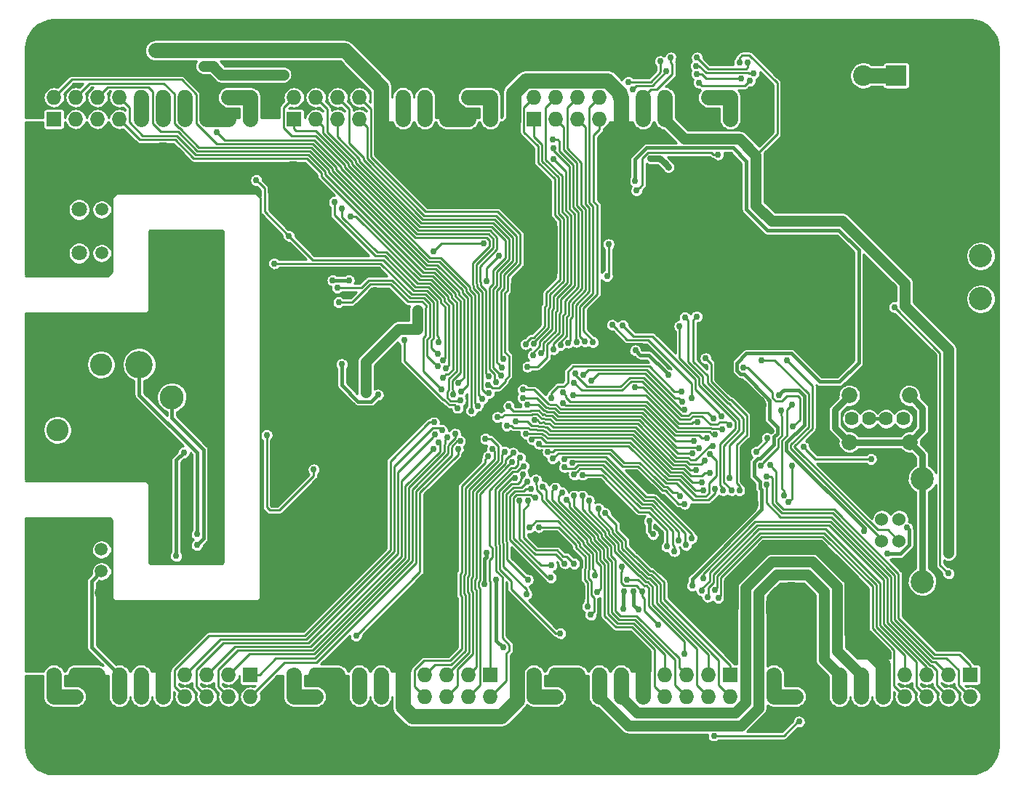
<source format=gbl>
G04 #@! TF.FileFunction,Copper,L2,Bot,Signal*
%FSLAX46Y46*%
G04 Gerber Fmt 4.6, Leading zero omitted, Abs format (unit mm)*
G04 Created by KiCad (PCBNEW 4.0.0-rc2-1-stable) date Wednesday, December 30, 2015 'PMt' 03:12:14 PM*
%MOMM*%
G01*
G04 APERTURE LIST*
%ADD10C,0.100000*%
%ADD11C,2.700000*%
%ADD12C,2.400000*%
%ADD13R,2.400000X2.400000*%
%ADD14C,1.800000*%
%ADD15C,1.500000*%
%ADD16C,4.500000*%
%ADD17C,6.000000*%
%ADD18C,1.524000*%
%ADD19C,2.700020*%
%ADD20C,2.800000*%
%ADD21C,2.600000*%
%ADD22C,3.200000*%
%ADD23C,1.620000*%
%ADD24C,1.850000*%
%ADD25C,1.727200*%
%ADD26O,1.727200X1.727200*%
%ADD27R,1.727200X1.727200*%
%ADD28C,0.762000*%
%ADD29C,0.762000*%
%ADD30C,1.270000*%
%ADD31C,0.228600*%
%ADD32C,0.381000*%
%ADD33C,1.778000*%
%ADD34C,3.810000*%
%ADD35C,2.286000*%
%ADD36C,2.032000*%
%ADD37C,0.254000*%
G04 APERTURE END LIST*
D10*
D11*
X196796560Y-74918180D03*
X196796560Y-69918180D03*
D12*
X179324000Y-48895000D03*
X175514000Y-48895000D03*
X183134000Y-48895000D03*
D13*
X186944000Y-48895000D03*
D14*
X91838560Y-69596000D03*
X91838560Y-64516000D03*
D15*
X94468560Y-69596000D03*
X94468560Y-64516000D03*
X94468560Y-67056000D03*
D16*
X90622000Y-110490000D03*
D15*
X94432000Y-109220000D03*
X94432000Y-104140000D03*
X94432000Y-106680000D03*
D16*
X90622000Y-102870000D03*
D17*
X101600000Y-59690000D03*
X101600000Y-113030000D03*
X193040000Y-113030000D03*
X193040000Y-59690000D03*
X116747000Y-61860000D03*
X174747000Y-110860000D03*
X116747000Y-110860000D03*
D18*
X185286560Y-103158180D03*
X185286560Y-100618180D03*
X187285540Y-100618180D03*
X187285540Y-103158180D03*
D19*
X189985560Y-107887660D03*
X189985560Y-95888700D03*
D20*
X92468560Y-94638180D03*
X102638560Y-86388180D03*
D21*
X89298560Y-90198180D03*
X94378560Y-82578180D03*
D22*
X98823560Y-82578180D03*
X98188560Y-90198180D03*
D23*
X187786560Y-88900000D03*
X185786560Y-88900000D03*
X183786560Y-88900000D03*
D24*
X188516560Y-91620000D03*
D23*
X181786560Y-88900000D03*
D24*
X181516560Y-91620000D03*
X188516560Y-86180000D03*
X181516560Y-86180000D03*
D25*
X167640000Y-53975000D03*
D26*
X167640000Y-51435000D03*
X165100000Y-53975000D03*
X165100000Y-51435000D03*
X162560000Y-53975000D03*
X162560000Y-51435000D03*
X160020000Y-53975000D03*
X160020000Y-51435000D03*
X157480000Y-53975000D03*
X157480000Y-51435000D03*
X154940000Y-53975000D03*
X154940000Y-51435000D03*
X152400000Y-53975000D03*
X152400000Y-51435000D03*
X149860000Y-53975000D03*
X149860000Y-51435000D03*
X147320000Y-53975000D03*
X147320000Y-51435000D03*
D27*
X144780000Y-53975000D03*
D26*
X144780000Y-51435000D03*
D25*
X139700000Y-53975000D03*
D26*
X139700000Y-51435000D03*
X137160000Y-53975000D03*
X137160000Y-51435000D03*
X134620000Y-53975000D03*
X134620000Y-51435000D03*
X132080000Y-53975000D03*
X132080000Y-51435000D03*
X129540000Y-53975000D03*
X129540000Y-51435000D03*
X127000000Y-53975000D03*
X127000000Y-51435000D03*
X124460000Y-53975000D03*
X124460000Y-51435000D03*
X121920000Y-53975000D03*
X121920000Y-51435000D03*
X119380000Y-53975000D03*
X119380000Y-51435000D03*
D27*
X116840000Y-53975000D03*
D26*
X116840000Y-51435000D03*
D25*
X111760000Y-53975000D03*
D26*
X111760000Y-51435000D03*
X109220000Y-53975000D03*
X109220000Y-51435000D03*
X106680000Y-53975000D03*
X106680000Y-51435000D03*
X104140000Y-53975000D03*
X104140000Y-51435000D03*
X101600000Y-53975000D03*
X101600000Y-51435000D03*
X99060000Y-53975000D03*
X99060000Y-51435000D03*
X96520000Y-53975000D03*
X96520000Y-51435000D03*
X93980000Y-53975000D03*
X93980000Y-51435000D03*
X91440000Y-53975000D03*
X91440000Y-51435000D03*
D27*
X88900000Y-53975000D03*
D26*
X88900000Y-51435000D03*
D25*
X88900000Y-118745000D03*
D26*
X88900000Y-121285000D03*
X91440000Y-118745000D03*
X91440000Y-121285000D03*
X93980000Y-118745000D03*
X93980000Y-121285000D03*
X96520000Y-118745000D03*
X96520000Y-121285000D03*
X99060000Y-118745000D03*
X99060000Y-121285000D03*
X101600000Y-118745000D03*
X101600000Y-121285000D03*
X104140000Y-118745000D03*
X104140000Y-121285000D03*
X106680000Y-118745000D03*
X106680000Y-121285000D03*
X109220000Y-118745000D03*
X109220000Y-121285000D03*
D27*
X111760000Y-118745000D03*
D26*
X111760000Y-121285000D03*
D25*
X116840000Y-118745000D03*
D26*
X116840000Y-121285000D03*
X119380000Y-118745000D03*
X119380000Y-121285000D03*
X121920000Y-118745000D03*
X121920000Y-121285000D03*
X124460000Y-118745000D03*
X124460000Y-121285000D03*
X127000000Y-118745000D03*
X127000000Y-121285000D03*
X129540000Y-118745000D03*
X129540000Y-121285000D03*
X132080000Y-118745000D03*
X132080000Y-121285000D03*
X134620000Y-118745000D03*
X134620000Y-121285000D03*
X137160000Y-118745000D03*
X137160000Y-121285000D03*
D27*
X139700000Y-118745000D03*
D26*
X139700000Y-121285000D03*
D25*
X144780000Y-118745000D03*
D26*
X144780000Y-121285000D03*
X147320000Y-118745000D03*
X147320000Y-121285000D03*
X149860000Y-118745000D03*
X149860000Y-121285000D03*
X152400000Y-118745000D03*
X152400000Y-121285000D03*
X154940000Y-118745000D03*
X154940000Y-121285000D03*
X157480000Y-118745000D03*
X157480000Y-121285000D03*
X160020000Y-118745000D03*
X160020000Y-121285000D03*
X162560000Y-118745000D03*
X162560000Y-121285000D03*
X165100000Y-118745000D03*
X165100000Y-121285000D03*
D27*
X167640000Y-118745000D03*
D26*
X167640000Y-121285000D03*
D25*
X172720000Y-118745000D03*
D26*
X172720000Y-121285000D03*
X175260000Y-118745000D03*
X175260000Y-121285000D03*
X177800000Y-118745000D03*
X177800000Y-121285000D03*
X180340000Y-118745000D03*
X180340000Y-121285000D03*
X182880000Y-118745000D03*
X182880000Y-121285000D03*
X185420000Y-118745000D03*
X185420000Y-121285000D03*
X187960000Y-118745000D03*
X187960000Y-121285000D03*
X190500000Y-118745000D03*
X190500000Y-121285000D03*
X193040000Y-118745000D03*
X193040000Y-121285000D03*
D27*
X195580000Y-118745000D03*
D26*
X195580000Y-121285000D03*
D17*
X174747000Y-61860000D03*
D28*
X114300000Y-48793400D03*
X115620800Y-48793400D03*
X163761146Y-46809020D03*
X160722893Y-46809020D03*
X160444383Y-83775968D03*
X156588460Y-80937100D03*
X139039600Y-108204000D03*
X139244032Y-104495582D03*
X107416600Y-47828200D03*
X106324400Y-47828200D03*
X126619000Y-86106000D03*
X169695157Y-47362020D03*
X122428000Y-82550000D03*
X171963831Y-91146228D03*
X170650113Y-92743233D03*
X174805340Y-87271860D03*
X173916340Y-97797620D03*
X173282039Y-86143012D03*
X183240019Y-102004161D03*
X156404718Y-109038421D03*
X176168032Y-92202009D03*
X156947601Y-111159237D03*
X184023000Y-93599000D03*
X155253821Y-109028698D03*
X155164965Y-111077835D03*
X133559288Y-81347906D03*
X114554000Y-70789800D03*
X133664596Y-79957285D03*
X112458498Y-61087000D03*
X116255800Y-67573520D03*
X104013000Y-92837000D03*
X103124002Y-104902000D03*
X131190996Y-77406500D03*
X131191000Y-78422500D03*
X131191000Y-76263494D03*
X168733159Y-47367091D03*
X193040000Y-103377998D03*
X193040000Y-104521000D03*
X125222000Y-85852000D03*
X125222000Y-84836000D03*
X125222000Y-83820000D03*
X140399813Y-107666873D03*
X129717800Y-79756000D03*
X135914146Y-87649438D03*
X141224000Y-115570000D03*
X156552957Y-61163043D03*
X163216829Y-108360949D03*
X156729497Y-62304959D03*
X153289000Y-72263000D03*
X139313835Y-72873291D03*
X140728212Y-69895311D03*
X153479330Y-68558458D03*
X166215478Y-58092980D03*
X138259597Y-87390131D03*
X107899200Y-55473600D03*
X135935901Y-92451337D03*
X124079000Y-114173000D03*
X144790872Y-80122752D03*
X143831712Y-80201711D03*
X147874280Y-80323674D03*
X144689110Y-81518527D03*
X149748728Y-79949988D03*
X148789814Y-80027128D03*
X151667638Y-79980068D03*
X150709256Y-79896580D03*
X139530360Y-85921350D03*
X138793220Y-86568280D03*
X139527921Y-83973336D03*
X140377304Y-84613119D03*
X140969314Y-83854837D03*
X141077233Y-82898897D03*
X141179874Y-81942381D03*
X139480257Y-84960644D03*
X134215716Y-82052780D03*
X121539000Y-63627000D03*
X137495115Y-87975781D03*
X134519444Y-82991996D03*
X122428000Y-64389000D03*
X136269545Y-85741987D03*
X134163342Y-84104204D03*
X123444000Y-65297069D03*
X135971189Y-84735685D03*
X136199880Y-86715598D03*
X135373024Y-86090865D03*
X135615680Y-90652600D03*
X136187886Y-91522914D03*
X134709682Y-91029987D03*
X133722499Y-91642243D03*
X133130833Y-92403794D03*
X133281420Y-90743144D03*
X134083559Y-90212070D03*
X133146342Y-89297453D03*
X143164935Y-93412575D03*
X143606423Y-94407435D03*
X142364253Y-92879308D03*
X142229124Y-93938235D03*
X139127907Y-91232116D03*
X141396718Y-92720160D03*
X139920746Y-92436623D03*
X139469574Y-93286276D03*
X153046963Y-99897548D03*
X152274243Y-99324512D03*
X151196522Y-98421247D03*
X150413804Y-97861944D03*
X149451797Y-97859020D03*
X148555284Y-98313626D03*
X148038501Y-97502206D03*
X147264339Y-96931119D03*
X172261053Y-94318224D03*
X164357582Y-96273870D03*
X141612998Y-89700421D03*
X171847939Y-95632361D03*
X164462276Y-97230168D03*
X143846323Y-90644369D03*
X171847910Y-96594364D03*
X165856151Y-97074704D03*
X145376741Y-91810686D03*
X161130674Y-104329268D03*
X164525859Y-107478042D03*
X149473258Y-95417584D03*
X160230379Y-103797153D03*
X150435190Y-95429923D03*
X164337999Y-108915199D03*
X161645600Y-103124000D03*
X148334206Y-94561446D03*
X164998400Y-109651800D03*
X162502550Y-103634309D03*
X165819346Y-108845066D03*
X149225025Y-94026754D03*
X163139747Y-102836628D03*
X148360102Y-93599740D03*
X166247955Y-109804200D03*
X133073197Y-69423251D03*
X138947002Y-68465597D03*
X168730163Y-97264288D03*
X164782508Y-81851500D03*
X169164000Y-82930998D03*
X174959640Y-89789160D03*
X174447199Y-98602801D03*
X174856004Y-94360564D03*
X163405909Y-91526321D03*
X143505070Y-85506417D03*
X163681560Y-94876498D03*
X144868755Y-89048277D03*
X186733180Y-75874880D03*
X158624667Y-102363667D03*
X158203470Y-100818978D03*
X155651198Y-107619800D03*
X162337026Y-98819695D03*
X146969481Y-93547630D03*
X193040000Y-106934000D03*
X175641000Y-124206000D03*
X165735000Y-125857000D03*
X162306000Y-116332000D03*
X161809771Y-97905984D03*
X146427105Y-92747228D03*
X154981185Y-106144625D03*
X157366698Y-109030585D03*
X159251527Y-112865388D03*
X144297400Y-101574600D03*
X151384000Y-111760000D03*
X145338800Y-101523800D03*
X151040602Y-110802567D03*
X142602278Y-95762306D03*
X147863795Y-113906348D03*
X165245130Y-95243154D03*
X171177285Y-94328813D03*
X142661640Y-89202260D03*
X173535942Y-87962245D03*
X164668200Y-93771720D03*
X140533120Y-88706960D03*
X165303200Y-93032580D03*
X144563914Y-91296120D03*
X165594019Y-92085780D03*
X141853814Y-87409128D03*
X164917120Y-91119960D03*
X148187968Y-87051286D03*
X165898076Y-90702723D03*
X148130908Y-85822762D03*
X166678657Y-90116672D03*
X149374860Y-86182200D03*
X167527734Y-89664418D03*
X149425660Y-84691220D03*
X166646578Y-88564267D03*
X155129929Y-77987520D03*
X165715126Y-88876654D03*
X149589794Y-83605540D03*
X162344528Y-87856830D03*
X151493025Y-84451767D03*
X162011360Y-86890860D03*
X150548440Y-83766061D03*
X153922048Y-77979952D03*
X163138184Y-86470621D03*
X161938207Y-85722342D03*
X146778980Y-86469220D03*
X163822652Y-89278478D03*
X156585920Y-85205486D03*
X164011638Y-92318883D03*
X143499414Y-86468412D03*
X163253672Y-92917819D03*
X144006078Y-87292957D03*
X134033668Y-85494825D03*
X122047000Y-75311000D03*
X133569507Y-82766186D03*
X121892352Y-73633678D03*
X148361418Y-105752916D03*
X143103690Y-98439085D03*
X149474301Y-105800520D03*
X144065673Y-98445247D03*
X151876120Y-107131920D03*
X145018760Y-96012000D03*
X145813912Y-96856536D03*
X152159837Y-109096791D03*
X143908401Y-109320871D03*
X143483776Y-95372511D03*
X144080560Y-107686480D03*
X143985601Y-96196531D03*
X146763856Y-107401223D03*
X144420893Y-97054958D03*
X146838912Y-105998842D03*
X144947289Y-98060234D03*
X160207320Y-48354295D03*
X156263980Y-50531803D03*
X163741042Y-48720658D03*
X147038715Y-80800432D03*
X168939959Y-49242900D03*
X146990594Y-56371935D03*
X147084312Y-58655688D03*
X155793519Y-49624285D03*
X163642581Y-47763698D03*
X145646140Y-81259680D03*
X159512000Y-47244000D03*
X170369134Y-48665447D03*
X144030659Y-82828676D03*
X169900600Y-49530000D03*
X163967937Y-49725494D03*
X147066000Y-57330987D03*
X102743012Y-45974000D03*
X172347224Y-90263906D03*
X147993100Y-84383880D03*
X123571000Y-87452200D03*
X157124400Y-95681800D03*
X148564600Y-104012998D03*
X133807199Y-102920800D03*
X159742782Y-97965318D03*
X142938500Y-73342500D03*
X143954500Y-73342498D03*
X145097500Y-77152504D03*
X166065200Y-102092120D03*
X167798698Y-84085090D03*
X167005000Y-100203000D03*
X128714500Y-88392000D03*
X154254789Y-82014489D03*
X157861000Y-80708500D03*
X157607000Y-78232000D03*
X160020000Y-79057500D03*
X128406520Y-81661000D03*
X132715000Y-104972501D03*
X134874000Y-103505000D03*
X132333999Y-99187001D03*
X106603800Y-45974006D03*
X183134000Y-109855000D03*
X144237042Y-68456355D03*
X149827642Y-108467518D03*
X148577642Y-108467518D03*
X149827642Y-109717518D03*
X148577642Y-109717518D03*
X171184410Y-80254567D03*
X179578000Y-81915010D03*
X179578000Y-82931000D03*
X171196000Y-79298794D03*
X172847000Y-69342000D03*
X145288000Y-68452994D03*
X179705000Y-74803000D03*
X179705000Y-72517000D03*
X179705000Y-73660000D03*
X114487320Y-94107000D03*
X114360320Y-98806000D03*
X100711000Y-45974000D03*
X101726996Y-45974000D03*
X118237000Y-88772994D03*
X116967000Y-88138004D03*
X116967000Y-86994994D03*
X115824006Y-86995000D03*
X115824000Y-88138004D03*
X168909990Y-77256640D03*
X168910000Y-75224640D03*
X126238010Y-74381360D03*
X126238000Y-76413360D03*
X134874000Y-115529360D03*
X134874000Y-113538000D03*
X127762000Y-112776000D03*
X127762000Y-114767360D03*
X130556000Y-60960000D03*
X130556000Y-58968640D03*
X140462000Y-61173360D03*
X140462010Y-59141360D03*
X140462000Y-60157360D03*
X130556000Y-59984640D03*
X126238000Y-75397360D03*
X134874000Y-114513360D03*
X127762000Y-113751360D03*
X168910000Y-76240640D03*
X162814000Y-64262000D03*
X163417000Y-62992000D03*
X164592000Y-62992000D03*
X164592000Y-61817000D03*
X163417000Y-61817000D03*
X114427000Y-82677000D03*
X114427000Y-80899000D03*
X114427000Y-81788000D03*
X194056000Y-75946000D03*
X194046560Y-74930000D03*
X194056000Y-73914000D03*
X194046560Y-70866000D03*
X194046560Y-69850000D03*
X194046560Y-68834000D03*
X123241510Y-72751931D03*
X121348500Y-72751931D03*
X160451800Y-59563002D03*
X158345875Y-58570121D03*
X119151400Y-94818200D03*
X113665000Y-90805000D03*
X171303257Y-82051520D03*
X185928000Y-104648000D03*
X188214000Y-101600000D03*
X174244001Y-82105500D03*
X105536990Y-103632000D03*
X105537002Y-102362000D03*
X100837990Y-97282000D03*
X101473000Y-69215000D03*
X100584000Y-69215000D03*
X108204000Y-97917000D03*
X105537000Y-104902000D03*
X108204000Y-92456000D03*
X107061000Y-82677000D03*
X107061000Y-80899000D03*
X107061000Y-81788000D03*
X167560402Y-95839540D03*
X163738491Y-76966887D03*
X166806745Y-97230168D03*
X161743142Y-78119143D03*
X167768756Y-97230158D03*
X162347869Y-77069948D03*
D29*
X188516560Y-86180000D02*
X189992000Y-87655440D01*
X189992000Y-87655440D02*
X189992000Y-90144560D01*
X189992000Y-90144560D02*
X188516560Y-91620000D01*
X181516560Y-91620000D02*
X179832000Y-89935440D01*
X179832000Y-89935440D02*
X179832000Y-87864560D01*
X179832000Y-87864560D02*
X180591561Y-87104999D01*
X180591561Y-87104999D02*
X181516560Y-86180000D01*
X181516560Y-91620000D02*
X188516560Y-91620000D01*
X189985560Y-95888700D02*
X189985560Y-107887660D01*
X189985560Y-95888700D02*
X189985560Y-93089000D01*
X189985560Y-93089000D02*
X188516560Y-91620000D01*
D30*
X108381800Y-48793400D02*
X115620800Y-48793400D01*
X106375199Y-47828200D02*
X106349799Y-47802800D01*
X107416600Y-47828200D02*
X106375199Y-47828200D01*
D31*
X157480000Y-51435000D02*
X158369000Y-50546000D01*
X158369000Y-50546000D02*
X159044663Y-50546000D01*
X159044663Y-50546000D02*
X160902622Y-48688041D01*
X160902622Y-48688041D02*
X160902622Y-47527564D01*
X160902622Y-47527564D02*
X160722893Y-47347835D01*
X160722893Y-47347835D02*
X160722893Y-46809020D01*
X164142145Y-47190019D02*
X163761146Y-46809020D01*
X169477004Y-48118988D02*
X165071114Y-48118988D01*
X169695157Y-47900835D02*
X169477004Y-48118988D01*
X169695157Y-47362020D02*
X169695157Y-47900835D01*
X165071114Y-48118988D02*
X164142145Y-47190019D01*
D32*
X156588460Y-80937100D02*
X157132020Y-81480660D01*
X158149075Y-81480660D02*
X160063384Y-83394969D01*
X160063384Y-83394969D02*
X160444383Y-83775968D01*
X157132020Y-81480660D02*
X158149075Y-81480660D01*
X122428000Y-82550000D02*
X122428000Y-84989576D01*
X122428000Y-84989576D02*
X124315934Y-86877510D01*
X124315934Y-86877510D02*
X125847490Y-86877510D01*
X125847490Y-86877510D02*
X126238001Y-86486999D01*
X126238001Y-86486999D02*
X126619000Y-86106000D01*
X139039600Y-105238829D02*
X139039600Y-108204000D01*
X139244032Y-105034397D02*
X139039600Y-105238829D01*
X139244032Y-104495582D02*
X139244032Y-105034397D01*
D30*
X177196699Y-105554988D02*
X180052012Y-108410301D01*
X156825988Y-123170988D02*
X168267942Y-123170988D01*
X169441988Y-121996942D02*
X169441988Y-108589254D01*
X154940000Y-121285000D02*
X156825988Y-123170988D01*
X180052012Y-108410301D02*
X180052012Y-115917012D01*
X168267942Y-123170988D02*
X169441988Y-121996942D01*
X180052012Y-115917012D02*
X182016401Y-117881401D01*
X172476254Y-105554988D02*
X177196699Y-105554988D01*
X169441988Y-108589254D02*
X172476254Y-105554988D01*
X182016401Y-117881401D02*
X182880000Y-118745000D01*
X107797599Y-48209199D02*
X107416600Y-47828200D01*
X108381800Y-48793400D02*
X107797599Y-48209199D01*
D33*
X101600000Y-51435000D02*
X101600000Y-53975000D01*
X129540000Y-51435000D02*
X129540000Y-53975000D01*
X157480000Y-51435000D02*
X157480000Y-53975000D01*
X182880000Y-118745000D02*
X182880000Y-121285000D01*
X154940000Y-118745000D02*
X154940000Y-121285000D01*
X127000000Y-118745000D02*
X127000000Y-121285000D01*
X99060000Y-118745000D02*
X99060000Y-121285000D01*
D31*
X170650113Y-92743233D02*
X171963831Y-91429515D01*
X171963831Y-91429515D02*
X171963831Y-91146228D01*
X173690101Y-91401331D02*
X174233841Y-90857591D01*
X173690101Y-97032566D02*
X173690101Y-91401331D01*
X174233841Y-90857591D02*
X174233841Y-87843359D01*
X173916340Y-97797620D02*
X173916340Y-97258805D01*
X173916340Y-97258805D02*
X173690101Y-97032566D01*
X174424341Y-87652859D02*
X174805340Y-87271860D01*
X174233841Y-87843359D02*
X174424341Y-87652859D01*
D32*
X183240019Y-102004161D02*
X183261000Y-101983180D01*
X183261000Y-101983180D02*
X183261000Y-101644072D01*
X183261000Y-101644072D02*
X174194911Y-92577983D01*
X174194911Y-92577983D02*
X174194911Y-91665712D01*
X174194911Y-91665712D02*
X176244278Y-89616346D01*
X176244278Y-89616346D02*
X176244278Y-86208380D01*
X176244278Y-86208380D02*
X175561545Y-85525647D01*
X175561545Y-85525647D02*
X173899404Y-85525647D01*
X173899404Y-85525647D02*
X173663038Y-85762013D01*
X173663038Y-85762013D02*
X173282039Y-86143012D01*
X156404718Y-109577236D02*
X156404718Y-109038421D01*
X156404718Y-110616354D02*
X156404718Y-109577236D01*
X156947601Y-111159237D02*
X156404718Y-110616354D01*
D31*
X184023000Y-93599000D02*
X177565023Y-93599000D01*
X176549031Y-92583008D02*
X176168032Y-92202009D01*
X177565023Y-93599000D02*
X176549031Y-92583008D01*
D32*
X155164965Y-111077835D02*
X155164965Y-109117554D01*
X155164965Y-109117554D02*
X155253821Y-109028698D01*
D31*
X130551411Y-74404674D02*
X132131968Y-74404674D01*
X133064222Y-75336928D02*
X133064222Y-79513765D01*
X132847081Y-80635699D02*
X133178289Y-80966907D01*
X133064222Y-79513765D02*
X132847081Y-79730906D01*
X126936537Y-70789800D02*
X130551411Y-74404674D01*
X132847081Y-79730906D02*
X132847081Y-80635699D01*
X132131968Y-74404674D02*
X133064222Y-75336928D01*
X114554000Y-70789800D02*
X126936537Y-70789800D01*
X133178289Y-80966907D02*
X133559288Y-81347906D01*
X133664596Y-79418470D02*
X133664596Y-79957285D01*
X132309504Y-73976063D02*
X133492833Y-75159392D01*
X130825529Y-73976063D02*
X132309504Y-73976063D01*
X127210655Y-70361189D02*
X130825529Y-73976063D01*
X133492833Y-79246707D02*
X133664596Y-79418470D01*
X119043469Y-70361189D02*
X127210655Y-70361189D01*
X116255800Y-67573520D02*
X119043469Y-70361189D01*
X133492833Y-75159392D02*
X133492833Y-79246707D01*
X112839497Y-61467999D02*
X112458498Y-61087000D01*
X113432699Y-62061201D02*
X112839497Y-61467999D01*
X116255800Y-67573520D02*
X113432699Y-64750419D01*
X113432699Y-64750419D02*
X113432699Y-62061201D01*
D32*
X104013000Y-92837000D02*
X103124002Y-93725998D01*
X103124002Y-93725998D02*
X103124002Y-104363185D01*
X103124002Y-104363185D02*
X103124002Y-104902000D01*
D30*
X187949182Y-75748354D02*
X193040000Y-80839172D01*
X193040000Y-103982185D02*
X193040000Y-104521000D01*
X193040000Y-80839172D02*
X193040000Y-103982185D01*
X187949182Y-73072483D02*
X187949182Y-75748354D01*
X180716688Y-65839989D02*
X187949182Y-73072483D01*
X172461687Y-65839989D02*
X180716688Y-65839989D01*
X170634011Y-64012313D02*
X172461687Y-65839989D01*
X170634011Y-58170312D02*
X170634011Y-64012313D01*
X178582001Y-109019199D02*
X176587801Y-107024999D01*
X155755999Y-124640999D02*
X153263599Y-122148599D01*
X153263599Y-122148599D02*
X152400000Y-121285000D01*
X180340000Y-118745000D02*
X178582001Y-116987001D01*
X178582001Y-116987001D02*
X178582001Y-109019199D01*
X176587801Y-107024999D02*
X173085155Y-107024999D01*
X173085155Y-107024999D02*
X170911999Y-109198155D01*
X170911999Y-122605840D02*
X168876840Y-124640999D01*
X170911999Y-109198155D02*
X170911999Y-122605840D01*
X168876840Y-124640999D02*
X155755999Y-124640999D01*
X131191000Y-76263500D02*
X131191000Y-78422500D01*
X130652185Y-78422500D02*
X131191000Y-78422500D01*
X129048418Y-78422500D02*
X130652185Y-78422500D01*
X125222000Y-82248918D02*
X129048418Y-78422500D01*
X125222000Y-83820000D02*
X125222000Y-82248918D01*
D31*
X168733159Y-46828276D02*
X168733159Y-47367091D01*
X173101000Y-49777306D02*
X169879563Y-46555869D01*
X169879563Y-46555869D02*
X169005566Y-46555869D01*
X170634011Y-58170312D02*
X173101000Y-55703323D01*
X169005566Y-46555869D02*
X168733159Y-46828276D01*
X173101000Y-55703323D02*
X173101000Y-49777306D01*
D30*
X162340968Y-56295968D02*
X168759667Y-56295968D01*
X168759667Y-56295968D02*
X170634011Y-58170312D01*
X160020000Y-53975000D02*
X162340968Y-56295968D01*
D32*
X94432000Y-106680000D02*
X93291499Y-107820501D01*
X93291499Y-107820501D02*
X93291499Y-115516499D01*
X93291499Y-115516499D02*
X95656401Y-117881401D01*
X95656401Y-117881401D02*
X96520000Y-118745000D01*
D30*
X193040000Y-104521000D02*
X193040000Y-103377998D01*
X125222000Y-84836000D02*
X125222000Y-85852000D01*
X125222000Y-84836000D02*
X125222000Y-83820000D01*
D33*
X104140000Y-51435000D02*
X104140000Y-53975000D01*
X132080000Y-51435000D02*
X132080000Y-53975000D01*
X160020000Y-51435000D02*
X160020000Y-53975000D01*
X180340000Y-118745000D02*
X180340000Y-121285000D01*
X152400000Y-118745000D02*
X152400000Y-121285000D01*
X124460000Y-118745000D02*
X124460000Y-121285000D01*
X96520000Y-118745000D02*
X96520000Y-121285000D01*
D31*
X135914146Y-87649438D02*
X135533147Y-87268439D01*
X135533147Y-87268439D02*
X134915405Y-87268439D01*
X134168614Y-86624141D02*
X129717800Y-82173327D01*
X134271108Y-86624142D02*
X134168614Y-86624141D01*
X134915405Y-87268439D02*
X134271108Y-86624142D01*
X129717800Y-82173327D02*
X129717800Y-80294815D01*
X129717800Y-80294815D02*
X129717800Y-79756000D01*
D32*
X141224000Y-115570000D02*
X140399813Y-114745813D01*
X140399813Y-108205688D02*
X140399813Y-107666873D01*
X140399813Y-114745813D02*
X140399813Y-108205688D01*
D33*
X88900000Y-121285000D02*
X88900000Y-118745000D01*
X88900000Y-121285000D02*
X91440000Y-121285000D01*
X116840000Y-121285000D02*
X116840000Y-118745000D01*
X116840000Y-121285000D02*
X119380000Y-121285000D01*
X144780000Y-121285000D02*
X144780000Y-118745000D01*
X144780000Y-121285000D02*
X147320000Y-121285000D01*
X172720000Y-121285000D02*
X172720000Y-118745000D01*
X172720000Y-121285000D02*
X175260000Y-121285000D01*
X167640000Y-51435000D02*
X167640000Y-53975000D01*
X167640000Y-51435000D02*
X165100000Y-51435000D01*
X139700000Y-51435000D02*
X139700000Y-53975000D01*
X139700000Y-51435000D02*
X137160000Y-51435000D01*
X111760000Y-51435000D02*
X111760000Y-53975000D01*
X111760000Y-51435000D02*
X109220000Y-51435000D01*
D32*
X182600600Y-69240400D02*
X180289200Y-66929000D01*
X171285479Y-97173755D02*
X171076409Y-96964685D01*
X168392498Y-82397090D02*
X169509588Y-81280000D01*
X178052822Y-84582000D02*
X180340000Y-84582000D01*
X180340000Y-84582000D02*
X182600600Y-82321400D01*
X171133320Y-93545010D02*
X172756680Y-91921650D01*
X169227680Y-83702504D02*
X168793678Y-83702504D01*
X180289200Y-66929000D02*
X171932600Y-66929000D01*
X169519600Y-64516000D02*
X169519600Y-58877200D01*
X172756680Y-91921650D02*
X172756680Y-90972263D01*
X170396537Y-93964293D02*
X170815820Y-93545010D01*
X173125333Y-90603610D02*
X173125333Y-89905397D01*
X173125333Y-89905397D02*
X172180222Y-88960286D01*
X170396537Y-95544171D02*
X170396537Y-93964293D01*
X168392498Y-83301324D02*
X168392498Y-82397090D01*
X171076409Y-96224043D02*
X170396537Y-95544171D01*
X171076409Y-96964685D02*
X171076409Y-96224043D01*
X172756680Y-90972263D02*
X173125333Y-90603610D01*
X156552957Y-58665813D02*
X156552957Y-60624228D01*
X172180222Y-88960286D02*
X172180222Y-86784151D01*
X172081927Y-86685856D02*
X172081927Y-86556751D01*
X156552957Y-60624228D02*
X156552957Y-61163043D01*
X174750822Y-81280000D02*
X178052822Y-84582000D01*
X163216829Y-108360949D02*
X163216829Y-107536061D01*
X168793678Y-83702504D02*
X168392498Y-83301324D01*
X172180222Y-86784151D02*
X172081927Y-86685856D01*
X157897291Y-57321479D02*
X156552957Y-58665813D01*
X169509588Y-81280000D02*
X174750822Y-81280000D01*
X171932600Y-66929000D02*
X169519600Y-64516000D01*
X171285479Y-99467411D02*
X171285479Y-97173755D01*
X169519600Y-58877200D02*
X167963879Y-57321479D01*
X172081927Y-86556751D02*
X169227680Y-83702504D01*
X163216829Y-107536061D02*
X171285479Y-99467411D01*
X182600600Y-82321400D02*
X182600600Y-69240400D01*
X170815820Y-93545010D02*
X171133320Y-93545010D01*
X167963879Y-57321479D02*
X157897291Y-57321479D01*
D31*
X157110496Y-61923960D02*
X156729497Y-62304959D01*
X165676663Y-58092980D02*
X165458493Y-57874810D01*
X157397380Y-58535300D02*
X157397380Y-61637076D01*
X158057870Y-57874810D02*
X157397380Y-58535300D01*
X166215478Y-58092980D02*
X165676663Y-58092980D01*
X165458493Y-57874810D02*
X158057870Y-57874810D01*
X157397380Y-61637076D02*
X157110496Y-61923960D01*
X153479330Y-72072670D02*
X153289000Y-72263000D01*
X153479330Y-68558458D02*
X153479330Y-72072670D01*
X139313835Y-71309688D02*
X139313835Y-72334476D01*
X139313835Y-72334476D02*
X139313835Y-72873291D01*
X140728212Y-69895311D02*
X139313835Y-71309688D01*
X119225545Y-56402644D02*
X122351798Y-59528897D01*
X122351798Y-59528897D02*
X122351798Y-59769535D01*
X137350332Y-73899195D02*
X137911313Y-74460176D01*
X137350332Y-73561568D02*
X137350332Y-73899195D01*
X133907316Y-70118552D02*
X137350332Y-73561568D01*
X107899200Y-55473600D02*
X108828244Y-56402644D01*
X137911313Y-74460176D02*
X137911313Y-87041847D01*
X132700815Y-70118552D02*
X133907316Y-70118552D01*
X122351798Y-59769535D02*
X132700815Y-70118552D01*
X108828244Y-56402644D02*
X119225545Y-56402644D01*
X137911313Y-87041847D02*
X138259597Y-87390131D01*
X135935901Y-92990152D02*
X135935901Y-92451337D01*
X124079000Y-114173000D02*
X131511698Y-106740302D01*
X131511698Y-97476562D02*
X135935901Y-93052359D01*
X131511698Y-106740302D02*
X131511698Y-97476562D01*
X135935901Y-93052359D02*
X135935901Y-92990152D01*
X145716611Y-56972464D02*
X145716611Y-58877465D01*
X148240717Y-65562808D02*
X148240717Y-72843030D01*
X148240717Y-72843030D02*
X146665922Y-74417825D01*
X144790872Y-79984654D02*
X144790872Y-80122752D01*
X146467334Y-78308192D02*
X144790872Y-79984654D01*
X146665922Y-75864301D02*
X146467334Y-76062889D01*
X146467334Y-76062889D02*
X146467334Y-78308192D01*
X146665922Y-74417825D02*
X146665922Y-75864301D01*
X147621611Y-64943701D02*
X148240717Y-65562808D01*
X147621611Y-60782464D02*
X147621611Y-64943701D01*
X145716611Y-58877465D02*
X147621611Y-60782464D01*
X144780000Y-56035853D02*
X145716611Y-56972464D01*
X144780000Y-53975000D02*
X144780000Y-56035853D01*
X143602099Y-52612901D02*
X143602099Y-55464099D01*
X143602099Y-55464099D02*
X145288000Y-57150000D01*
X145288000Y-57150000D02*
X145288000Y-59055000D01*
X144780000Y-51435000D02*
X143602099Y-52612901D01*
X147812106Y-65740344D02*
X147812106Y-72665494D01*
X146038723Y-78130656D02*
X144741931Y-79427448D01*
X147193000Y-65121238D02*
X147812106Y-65740344D01*
X146237311Y-75680392D02*
X146038723Y-75878980D01*
X144453948Y-79427448D02*
X143831712Y-80049684D01*
X147812106Y-72665494D02*
X146237311Y-74240289D01*
X146237311Y-74240289D02*
X146237311Y-75680392D01*
X143831712Y-80049684D02*
X143831712Y-80201711D01*
X145288000Y-59055000D02*
X147193000Y-60960000D01*
X147193000Y-60960000D02*
X147193000Y-65121238D01*
X146038723Y-75878980D02*
X146038723Y-78130656D01*
X144741931Y-79427448D02*
X144453948Y-79427448D01*
X148610389Y-77050438D02*
X148610389Y-79195874D01*
X147874280Y-79931983D02*
X147874280Y-80323674D01*
X148808977Y-75305505D02*
X148808977Y-76840728D01*
X148610389Y-79195874D02*
X147874280Y-79931983D01*
X150383772Y-73730710D02*
X148808977Y-75305505D01*
X149764666Y-64056020D02*
X150383772Y-64675128D01*
X149764666Y-59094701D02*
X149764666Y-64056020D01*
X148237523Y-54892523D02*
X148237523Y-57567558D01*
X148237523Y-57567558D02*
X149764666Y-59094701D01*
X150383772Y-64675128D02*
X150383772Y-73730710D01*
X147320000Y-53975000D02*
X148237523Y-54892523D01*
X148611397Y-77038308D02*
X148610389Y-77050438D01*
X148808977Y-76840728D02*
X148611397Y-77038308D01*
X146895945Y-76261678D02*
X146895945Y-78485728D01*
X148669328Y-65385272D02*
X148669328Y-73020566D01*
X145486192Y-80415980D02*
X144689110Y-81213062D01*
X146895945Y-78485728D02*
X145486192Y-79895481D01*
X147094533Y-74595361D02*
X147094533Y-76063090D01*
X148669328Y-73020566D02*
X147094533Y-74595361D01*
X148050222Y-64766164D02*
X148669328Y-65385272D01*
X148050222Y-60604928D02*
X148050222Y-64766164D01*
X146145222Y-58699929D02*
X148050222Y-60604928D01*
X146110301Y-56760007D02*
X146145222Y-56794928D01*
X146110301Y-52644699D02*
X146110301Y-56760007D01*
X147094533Y-76063090D02*
X146895945Y-76261678D01*
X147320000Y-51435000D02*
X146110301Y-52644699D01*
X146145222Y-56794928D02*
X146145222Y-58699929D01*
X145486192Y-79895481D02*
X145486192Y-80415980D01*
X144689110Y-81213062D02*
X144689110Y-81518527D01*
X149860000Y-53975000D02*
X150786908Y-54901908D01*
X151240994Y-64320056D02*
X151240994Y-74085782D01*
X149666199Y-79867459D02*
X149748728Y-79949988D01*
X151240994Y-74085782D02*
X149666199Y-75660575D01*
X150786908Y-54901908D02*
X150786908Y-63865970D01*
X149666199Y-75660575D02*
X149666199Y-79867459D01*
X150786908Y-63865970D02*
X151240994Y-64320056D01*
X149039000Y-79777942D02*
X148789814Y-80027128D01*
X149237588Y-75483040D02*
X149237588Y-77028855D01*
X150812383Y-64497592D02*
X150812383Y-73908246D01*
X149039000Y-77227443D02*
X149039000Y-79777942D01*
X150294988Y-63980195D02*
X150812383Y-64497592D01*
X150294988Y-59018875D02*
X150294988Y-63980195D01*
X148666134Y-57390021D02*
X150294988Y-59018875D01*
X150812383Y-73908246D02*
X149237588Y-75483040D01*
X149860000Y-51435000D02*
X148666134Y-52628866D01*
X148666134Y-52628866D02*
X148666134Y-57390021D01*
X149237588Y-77028855D02*
X149039000Y-77227443D01*
X152400000Y-53975000D02*
X152400000Y-55196314D01*
X152146000Y-64012756D02*
X152146000Y-74393053D01*
X150542434Y-75996619D02*
X150542434Y-78651961D01*
X150542434Y-78651961D02*
X151667638Y-79777165D01*
X151667638Y-79777165D02*
X151667638Y-79980068D01*
X152400000Y-55196314D02*
X151717313Y-55879001D01*
X151717313Y-55879001D02*
X151717313Y-63584069D01*
X151717313Y-63584069D02*
X152146000Y-64012756D01*
X152146000Y-74393053D02*
X150542434Y-75996619D01*
X151669605Y-64142512D02*
X151669605Y-74263312D01*
X151669605Y-74263312D02*
X150113799Y-75819117D01*
X151215519Y-52619481D02*
X151215519Y-63688426D01*
X152400000Y-51435000D02*
X151215519Y-52619481D01*
X150113799Y-75819117D02*
X150113799Y-79301123D01*
X151215519Y-63688426D02*
X151669605Y-64142512D01*
X150328257Y-79515581D02*
X150709256Y-79896580D01*
X150113799Y-79301123D02*
X150328257Y-79515581D01*
X116840000Y-55067200D02*
X117100378Y-55327578D01*
X131136223Y-67341666D02*
X139494151Y-67341666D01*
X138207554Y-73206496D02*
X138207554Y-73544123D01*
X123209020Y-59154901D02*
X123209020Y-59414463D01*
X139175336Y-85921350D02*
X139530360Y-85921350D01*
X138074514Y-73073456D02*
X138207554Y-73206496D01*
X140070933Y-67918448D02*
X140070933Y-68956692D01*
X138207554Y-73544123D02*
X138768535Y-74105104D01*
X119381697Y-55327578D02*
X123209020Y-59154901D01*
X138074514Y-70953111D02*
X138074514Y-73073456D01*
X139494151Y-67341666D02*
X140070933Y-67918448D01*
X116840000Y-53975000D02*
X116840000Y-55067200D01*
X138768535Y-85514549D02*
X139175336Y-85921350D01*
X140070933Y-68956692D02*
X138074514Y-70953111D01*
X138768535Y-74105104D02*
X138768535Y-85514549D01*
X123209020Y-59414463D02*
X131136223Y-67341666D01*
X117100378Y-55327578D02*
X119381697Y-55327578D01*
X115662099Y-52612901D02*
X115662099Y-54984953D01*
X139642322Y-68111664D02*
X139642322Y-68779156D01*
X138412221Y-86187281D02*
X138793220Y-86568280D01*
X137778943Y-73384032D02*
X137778943Y-73721659D01*
X137645903Y-73250992D02*
X137778943Y-73384032D01*
X137645903Y-70775575D02*
X137645903Y-73250992D01*
X139642322Y-68779156D02*
X137645903Y-70775575D01*
X119356561Y-55908589D02*
X122780409Y-59332437D01*
X122780409Y-59591999D02*
X130958687Y-67770277D01*
X130958687Y-67770277D02*
X139300935Y-67770277D01*
X116585735Y-55908589D02*
X119356561Y-55908589D01*
X115662099Y-54984953D02*
X116585735Y-55908589D01*
X139300935Y-67770277D02*
X139642322Y-68111664D01*
X137778943Y-73721659D02*
X138339924Y-74282640D01*
X122780409Y-59332437D02*
X122780409Y-59591999D01*
X116840000Y-51435000D02*
X115662099Y-52612901D01*
X138339924Y-74282640D02*
X138339924Y-86114984D01*
X138339924Y-86114984D02*
X138412221Y-86187281D01*
X140499544Y-69134228D02*
X138503125Y-71130647D01*
X139197146Y-73927568D02*
X139197146Y-83642561D01*
X138636165Y-73028960D02*
X138636165Y-73366587D01*
X140499544Y-67740912D02*
X140499544Y-69134228D01*
X138503125Y-72895920D02*
X138636165Y-73028960D01*
X138636165Y-73366587D02*
X139197146Y-73927568D01*
X139671687Y-66913055D02*
X140499544Y-67740912D01*
X123637631Y-59236927D02*
X131313759Y-66913055D01*
X131313759Y-66913055D02*
X139671687Y-66913055D01*
X119380000Y-53975000D02*
X120243599Y-54838599D01*
X120243599Y-55583333D02*
X123637631Y-58977365D01*
X139197146Y-83642561D02*
X139527921Y-83973336D01*
X123637631Y-58977365D02*
X123637631Y-59236927D01*
X138503125Y-71130647D02*
X138503125Y-72895920D01*
X120243599Y-54838599D02*
X120243599Y-55583333D01*
X119380000Y-51435000D02*
X120738844Y-52793844D01*
X120738844Y-52793844D02*
X120738844Y-55472431D01*
X120738844Y-55472431D02*
X124066242Y-58799829D01*
X131491295Y-66484444D02*
X139849223Y-66484444D01*
X124066242Y-59059391D02*
X131491295Y-66484444D01*
X140243487Y-83705573D02*
X140243487Y-84479302D01*
X141465336Y-70141500D02*
X140009137Y-71597699D01*
X139626225Y-73589716D02*
X139626225Y-83088312D01*
X140009137Y-73206804D02*
X139626225Y-73589716D01*
X140009137Y-71597699D02*
X140009137Y-73206804D01*
X141465339Y-68100560D02*
X141465336Y-70141500D01*
X124066242Y-58799829D02*
X124066242Y-59059391D01*
X139849223Y-66484444D02*
X141465339Y-68100560D01*
X139626225Y-83088312D02*
X140243487Y-83705573D01*
X140243487Y-84479302D02*
X140377304Y-84613119D01*
X140026759Y-66055833D02*
X141893950Y-67923024D01*
X140437748Y-71775234D02*
X140437748Y-73384573D01*
X124494853Y-58881855D02*
X131668831Y-66055833D01*
X140969314Y-83825254D02*
X140969314Y-83854837D01*
X124494853Y-58622293D02*
X124494853Y-58881855D01*
X141893950Y-67923024D02*
X141893950Y-69732209D01*
X140054836Y-82910776D02*
X140969314Y-83825254D01*
X141893945Y-70319037D02*
X140437748Y-71775234D01*
X141893950Y-69732209D02*
X141893945Y-70319037D01*
X121920000Y-53975000D02*
X121920000Y-56047440D01*
X131668831Y-66055833D02*
X140026759Y-66055833D01*
X140054836Y-73767485D02*
X140054836Y-82910776D01*
X121920000Y-56047440D02*
X124494853Y-58622293D01*
X140437748Y-73384573D02*
X140054836Y-73767485D01*
X121920000Y-51435000D02*
X123272466Y-52787466D01*
X123272466Y-52787466D02*
X123272466Y-56793759D01*
X131846367Y-65627222D02*
X140204718Y-65627222D01*
X142322554Y-70496575D02*
X140866359Y-71952770D01*
X140483447Y-73945020D02*
X140483447Y-82305111D01*
X140866359Y-73562109D02*
X140483447Y-73945020D01*
X142322561Y-69554677D02*
X142322554Y-70496575D01*
X140696234Y-82517898D02*
X141077233Y-82898897D01*
X140204718Y-65627222D02*
X142322561Y-67745065D01*
X124923464Y-58704319D02*
X131846367Y-65627222D01*
X124923464Y-58444757D02*
X124923464Y-58704319D01*
X142322561Y-67745065D02*
X142322561Y-69554677D01*
X140483447Y-82305111D02*
X140696234Y-82517898D01*
X123272466Y-56793759D02*
X124923464Y-58444757D01*
X140866359Y-71952770D02*
X140866359Y-73562109D01*
X140979814Y-81742321D02*
X141179874Y-81942381D01*
X125352075Y-54867075D02*
X125352075Y-58526783D01*
X140382254Y-65198611D02*
X142751172Y-67567529D01*
X140979814Y-74054800D02*
X140979814Y-81742321D01*
X124460000Y-53975000D02*
X125352075Y-54867075D01*
X141294970Y-72130305D02*
X141294969Y-73739647D01*
X142751172Y-67567529D02*
X142751172Y-69377145D01*
X132023903Y-65198611D02*
X140382254Y-65198611D01*
X125352075Y-58526783D02*
X132023903Y-65198611D01*
X142562857Y-70862418D02*
X141294970Y-72130305D01*
X141294969Y-73739647D02*
X140979814Y-74054800D01*
X142751162Y-70674116D02*
X142562857Y-70862418D01*
X142751172Y-69377145D02*
X142751162Y-70674116D01*
X139587679Y-84960644D02*
X139480257Y-84960644D01*
X139935474Y-85308439D02*
X139587679Y-84960644D01*
X141489468Y-84511087D02*
X140692116Y-85308439D01*
X141489468Y-84316302D02*
X141489468Y-84511087D01*
X142865928Y-71165494D02*
X141723580Y-72307842D01*
X141875194Y-82280878D02*
X141860663Y-82295409D01*
X141408425Y-81146619D02*
X141875194Y-81613388D01*
X143179770Y-70851657D02*
X142865928Y-71165494D01*
X141408425Y-74232335D02*
X141408425Y-81146619D01*
X140559790Y-64770000D02*
X143179783Y-67389993D01*
X141723578Y-73917185D02*
X141408425Y-74232335D01*
X141723580Y-72307842D02*
X141723578Y-73917185D01*
X143179783Y-67389993D02*
X143179783Y-69199613D01*
X140692116Y-85308439D02*
X139935474Y-85308439D01*
X132201439Y-64770000D02*
X140559790Y-64770000D01*
X143179783Y-69199613D02*
X143179770Y-70851657D01*
X125780686Y-58349247D02*
X132201439Y-64770000D01*
X141875194Y-81613388D02*
X141875194Y-82280878D01*
X141860663Y-83945107D02*
X141489468Y-84316302D01*
X141860663Y-82295409D02*
X141860663Y-83945107D01*
X125780686Y-52755686D02*
X125780686Y-58349247D01*
X124460000Y-51435000D02*
X125780686Y-52755686D01*
X132487040Y-73547452D02*
X133921444Y-74981856D01*
X134482425Y-81786071D02*
X134215716Y-82052780D01*
X134482425Y-75910792D02*
X134482425Y-81786071D01*
X133921444Y-74981856D02*
X133921444Y-75349811D01*
X126355224Y-69932578D02*
X127388191Y-69932578D01*
X121539000Y-65116354D02*
X126355224Y-69932578D01*
X121539000Y-63627000D02*
X121539000Y-65116354D01*
X127388191Y-69932578D02*
X131003065Y-73547452D01*
X133921444Y-75349811D02*
X134482425Y-75910792D01*
X131003065Y-73547452D02*
X132487040Y-73547452D01*
X137495115Y-87436966D02*
X137495115Y-87975781D01*
X103765722Y-49358579D02*
X105476690Y-51069547D01*
X105476690Y-51069547D02*
X105476690Y-54473427D01*
X136921721Y-73739104D02*
X136921721Y-74076731D01*
X137482702Y-87424553D02*
X137495115Y-87436966D01*
X121775745Y-59799629D02*
X132523279Y-70547163D01*
X107834518Y-56831255D02*
X119048009Y-56831255D01*
X121775745Y-59558991D02*
X121775745Y-59799629D01*
X136921721Y-74076731D02*
X137482702Y-74637712D01*
X119048009Y-56831255D02*
X121775745Y-59558991D01*
X90976421Y-49358579D02*
X103765722Y-49358579D01*
X88900000Y-51435000D02*
X90976421Y-49358579D01*
X132523279Y-70547163D02*
X133729780Y-70547163D01*
X105476690Y-54473427D02*
X107834518Y-56831255D01*
X137482702Y-74637712D02*
X137482702Y-87424553D01*
X133729780Y-70547163D02*
X136921721Y-73739104D01*
X134350055Y-75165885D02*
X134911036Y-75726867D01*
X131228892Y-73118841D02*
X132664576Y-73118841D01*
X134900443Y-82610997D02*
X134519444Y-82991996D01*
X127614018Y-69503967D02*
X131228892Y-73118841D01*
X134911036Y-75726867D02*
X134911036Y-82600404D01*
X134350055Y-74804320D02*
X134350055Y-75165885D01*
X132664576Y-73118841D02*
X134350055Y-74804320D01*
X126532760Y-69503967D02*
X127614018Y-69503967D01*
X122428000Y-65399207D02*
X126532760Y-69503967D01*
X134911036Y-82600404D02*
X134900443Y-82610997D01*
X122428000Y-64389000D02*
X122428000Y-65399207D01*
X103529608Y-55025967D02*
X105763507Y-57259866D01*
X137054091Y-74815248D02*
X137054091Y-84957441D01*
X132335234Y-70975774D02*
X133552244Y-70975774D01*
X102936690Y-51028396D02*
X102936690Y-54480398D01*
X101695484Y-49787190D02*
X102936690Y-51028396D01*
X136493110Y-74254267D02*
X137054091Y-74815248D01*
X118870473Y-57259866D02*
X121347134Y-59736527D01*
X133552244Y-70975774D02*
X136493110Y-73916640D01*
X103482259Y-55025967D02*
X103529608Y-55025967D01*
X121347134Y-59987674D02*
X132335234Y-70975774D01*
X102936690Y-54480398D02*
X103482259Y-55025967D01*
X91440000Y-51435000D02*
X93087810Y-49787190D01*
X136650544Y-85360988D02*
X136269545Y-85741987D01*
X121347134Y-59736527D02*
X121347134Y-59987674D01*
X105763507Y-57259866D02*
X118870473Y-57259866D01*
X93087810Y-49787190D02*
X101695484Y-49787190D01*
X137054091Y-84957441D02*
X136650544Y-85360988D01*
X136493110Y-73916640D02*
X136493110Y-74254267D01*
X135339647Y-83155123D02*
X134771565Y-83723205D01*
X132842100Y-72690218D02*
X134778666Y-74626784D01*
X134771565Y-83723205D02*
X134544341Y-83723205D01*
X135339647Y-75531740D02*
X135339647Y-83155123D01*
X134778666Y-74626784D02*
X134778666Y-74970759D01*
X131446840Y-72690218D02*
X132842100Y-72690218D01*
X124053691Y-65297069D02*
X131446840Y-72690218D01*
X123444000Y-65297069D02*
X124053691Y-65297069D01*
X134544341Y-83723205D02*
X134163342Y-84104204D01*
X134778666Y-74970759D02*
X135339647Y-75531740D01*
X136352188Y-84354686D02*
X135971189Y-84735685D01*
X136625480Y-84081394D02*
X136352188Y-84354686D01*
X99872801Y-50215801D02*
X100396690Y-50739690D01*
X120918523Y-59914063D02*
X120918523Y-60194629D01*
X101374325Y-55454578D02*
X103352072Y-55454578D01*
X103352072Y-55454578D02*
X105585971Y-57688477D01*
X136064499Y-74094176D02*
X136064499Y-74431803D01*
X133374708Y-71404385D02*
X136064499Y-74094176D01*
X132128279Y-71404385D02*
X133374708Y-71404385D01*
X100396690Y-50739690D02*
X100396690Y-54476943D01*
X100396690Y-54476943D02*
X101374325Y-55454578D01*
X95199199Y-50215801D02*
X99872801Y-50215801D01*
X136625480Y-74992784D02*
X136625480Y-84081394D01*
X136064499Y-74431803D02*
X136625480Y-74992784D01*
X93980000Y-51435000D02*
X95199199Y-50215801D01*
X120918523Y-60194629D02*
X132128279Y-71404385D01*
X118692937Y-57688477D02*
X120918523Y-59914063D01*
X105585971Y-57688477D02*
X118692937Y-57688477D01*
X135055241Y-86799817D02*
X136115661Y-86799817D01*
X136115661Y-86799817D02*
X136199880Y-86715598D01*
X134855661Y-84245255D02*
X134855661Y-84447144D01*
X134677723Y-86422299D02*
X135055241Y-86799817D01*
X134839352Y-84463453D02*
X134839352Y-85595491D01*
X135768258Y-83332659D02*
X134855661Y-84245255D01*
X135207277Y-74786875D02*
X135768258Y-75347856D01*
X135207277Y-74449248D02*
X135207277Y-74786875D01*
X103020521Y-56375699D02*
X105190521Y-58545699D01*
X133019636Y-72261607D02*
X135207277Y-74449248D01*
X120061301Y-60652177D02*
X131670731Y-72261607D01*
X118337865Y-58545699D02*
X120061301Y-60269135D01*
X105190521Y-58545699D02*
X118337865Y-58545699D01*
X98920699Y-56375699D02*
X103020521Y-56375699D01*
X96520000Y-53975000D02*
X98920699Y-56375699D01*
X134677723Y-85757120D02*
X134677723Y-86422299D01*
X134855661Y-84447144D02*
X134839352Y-84463453D01*
X134839352Y-85595491D02*
X134677723Y-85757120D01*
X120061301Y-60269135D02*
X120061301Y-60652177D01*
X135768258Y-75347856D02*
X135768258Y-83332659D01*
X131670731Y-72261607D02*
X133019636Y-72261607D01*
X135267963Y-84640989D02*
X135267963Y-85446989D01*
X118515401Y-58117088D02*
X120489912Y-60091599D01*
X103174536Y-55883189D02*
X105408435Y-58117088D01*
X96520000Y-51435000D02*
X97697901Y-52612901D01*
X97697901Y-52612901D02*
X97697901Y-54356195D01*
X135284272Y-84422791D02*
X135284272Y-84624680D01*
X133197172Y-71832996D02*
X135635888Y-74271712D01*
X131881287Y-71832996D02*
X133197172Y-71832996D01*
X120489912Y-60091599D02*
X120489912Y-60441621D01*
X99224895Y-55883189D02*
X103174536Y-55883189D01*
X97697901Y-54356195D02*
X99224895Y-55883189D01*
X105408435Y-58117088D02*
X118515401Y-58117088D01*
X136196869Y-83510195D02*
X135284272Y-84422791D01*
X135635888Y-74609339D02*
X136196869Y-75170320D01*
X136196869Y-75170320D02*
X136196869Y-83510195D01*
X135267963Y-85446989D02*
X135373024Y-85552050D01*
X120489912Y-60441621D02*
X131881287Y-71832996D01*
X135284272Y-84624680D02*
X135267963Y-84640989D01*
X135373024Y-85552050D02*
X135373024Y-86090865D01*
X135635888Y-74271712D02*
X135635888Y-74609339D01*
X134862532Y-91999541D02*
X134862532Y-91875994D01*
X119281854Y-116840000D02*
X130654476Y-105467378D01*
X111760000Y-118745000D02*
X112852200Y-118745000D01*
X130654476Y-105467378D02*
X130654476Y-97121490D01*
X114757200Y-116840000D02*
X119281854Y-116840000D01*
X112852200Y-118745000D02*
X114757200Y-116840000D01*
X134811978Y-92963988D02*
X134811978Y-92050095D01*
X130654476Y-97121490D02*
X134811978Y-92963988D01*
X134811978Y-92050095D02*
X134862532Y-91999541D01*
X135615680Y-91122846D02*
X135615680Y-90652600D01*
X134862532Y-91875994D02*
X135615680Y-91122846D01*
X135240589Y-92227631D02*
X135291143Y-92177077D01*
X135291143Y-92177077D02*
X135291143Y-92053530D01*
X131083087Y-105675728D02*
X131083087Y-97299026D01*
X111760000Y-121285000D02*
X115776389Y-117268611D01*
X131083087Y-97299026D02*
X135240589Y-93141524D01*
X135291143Y-92053530D02*
X135821759Y-91522914D01*
X115776389Y-117268611D02*
X119490204Y-117268611D01*
X135240589Y-93141524D02*
X135240589Y-92227631D01*
X119490204Y-117268611D02*
X131083087Y-105675728D01*
X135821759Y-91522914D02*
X136187886Y-91522914D01*
X130225865Y-96943954D02*
X134383367Y-92786452D01*
X119198351Y-116317356D02*
X130225865Y-105289842D01*
X111647644Y-116317356D02*
X119198351Y-116317356D01*
X109220000Y-118745000D02*
X111647644Y-116317356D01*
X134383367Y-92786452D02*
X134383367Y-91872559D01*
X134433921Y-91305748D02*
X134709682Y-91029987D01*
X134383367Y-91872559D02*
X134433921Y-91822005D01*
X130225865Y-105289842D02*
X130225865Y-96943954D01*
X134433921Y-91822005D02*
X134433921Y-91305748D01*
X118999717Y-115888745D02*
X129797254Y-105091208D01*
X129797254Y-96766418D02*
X133826134Y-92737538D01*
X129797254Y-105091208D02*
X129797254Y-96766418D01*
X133826134Y-92737538D02*
X133826134Y-91745878D01*
X110332961Y-115888745D02*
X118999717Y-115888745D01*
X108042099Y-118179607D02*
X110332961Y-115888745D01*
X108042099Y-120107099D02*
X108042099Y-118179607D01*
X109220000Y-121285000D02*
X108042099Y-120107099D01*
X133826134Y-91745878D02*
X133722499Y-91642243D01*
X129368643Y-96165984D02*
X132749834Y-92784793D01*
X118822181Y-115460134D02*
X129368643Y-104913672D01*
X109964866Y-115460134D02*
X118822181Y-115460134D01*
X132749834Y-92784793D02*
X133130833Y-92403794D01*
X129368643Y-104913672D02*
X129368643Y-96165984D01*
X106680000Y-118745000D02*
X109964866Y-115460134D01*
X128940032Y-95084532D02*
X132900421Y-91124143D01*
X128940032Y-104641187D02*
X128940032Y-95084532D01*
X118549696Y-115031523D02*
X128940032Y-104641187D01*
X105502099Y-118179607D02*
X108650183Y-115031523D01*
X132900421Y-91124143D02*
X133281420Y-90743144D01*
X108650183Y-115031523D02*
X118549696Y-115031523D01*
X105502099Y-120107099D02*
X105502099Y-118179607D01*
X106680000Y-121285000D02*
X105502099Y-120107099D01*
X132967994Y-89992858D02*
X133864347Y-89992858D01*
X128511421Y-104393531D02*
X128511421Y-94449431D01*
X118302040Y-114602912D02*
X128511421Y-104393531D01*
X108282088Y-114602912D02*
X118302040Y-114602912D01*
X128511421Y-94449431D02*
X132967994Y-89992858D01*
X133864347Y-89992858D02*
X134083559Y-90212070D01*
X104140000Y-118745000D02*
X108282088Y-114602912D01*
X132607527Y-89297453D02*
X133146342Y-89297453D01*
X102962099Y-118179607D02*
X106967405Y-114174301D01*
X102962099Y-120107099D02*
X102962099Y-118179607D01*
X104140000Y-121285000D02*
X102962099Y-120107099D01*
X128082810Y-93822170D02*
X132607527Y-89297453D01*
X118124504Y-114174301D02*
X128082810Y-104215995D01*
X106967405Y-114174301D02*
X118124504Y-114174301D01*
X128082810Y-104215995D02*
X128082810Y-93822170D01*
X142924426Y-94271981D02*
X142924426Y-93653084D01*
X142140750Y-94633537D02*
X142562870Y-94633537D01*
X139571444Y-103592330D02*
X139571444Y-97202843D01*
X139734902Y-117617898D02*
X139734902Y-107870254D01*
X139963501Y-103984387D02*
X139571444Y-103592330D01*
X139734902Y-107870254D02*
X139601945Y-107737297D01*
X139601945Y-107737297D02*
X139601945Y-105390394D01*
X142924426Y-93653084D02*
X143164935Y-93412575D01*
X139601945Y-105390394D02*
X139963501Y-105028838D01*
X142562870Y-94633537D02*
X142924426Y-94271981D01*
X139700000Y-118745000D02*
X139700000Y-117652800D01*
X139963501Y-105028838D02*
X139963501Y-103984387D01*
X139571444Y-97202843D02*
X142140750Y-94633537D01*
X139700000Y-117652800D02*
X139734902Y-117617898D01*
X140265315Y-103677024D02*
X140265315Y-97115119D01*
X140265315Y-97115119D02*
X142318286Y-95062148D01*
X143448478Y-94407435D02*
X143606423Y-94407435D01*
X142318286Y-95062148D02*
X142793765Y-95062148D01*
X140392112Y-103803821D02*
X140265315Y-103677024D01*
X141095114Y-107333128D02*
X140392112Y-106630126D01*
X139700000Y-121285000D02*
X141557746Y-119427254D01*
X141095114Y-114412066D02*
X141095114Y-107333128D01*
X141919302Y-115236254D02*
X141095114Y-114412066D01*
X141919302Y-115903746D02*
X141919302Y-115236254D01*
X141557746Y-116265302D02*
X141919302Y-115903746D01*
X141557746Y-119427254D02*
X141557746Y-116265302D01*
X140392112Y-106630126D02*
X140392112Y-103803821D01*
X142793765Y-95062148D02*
X143448478Y-94407435D01*
X137915687Y-107692718D02*
X138080796Y-107527609D01*
X141911019Y-93260307D02*
X141983254Y-93260307D01*
X137915687Y-108715282D02*
X137915687Y-107692718D01*
X138080796Y-107527609D02*
X138080796Y-97481197D01*
X141983254Y-93260307D02*
X142364253Y-92879308D01*
X141459192Y-93712134D02*
X141911019Y-93260307D01*
X138080796Y-97481197D02*
X141459192Y-94102801D01*
X137160000Y-118745000D02*
X138080796Y-117824204D01*
X138080796Y-108880391D02*
X137915687Y-108715282D01*
X141459192Y-94102801D02*
X141459192Y-93712134D01*
X138080796Y-117824204D02*
X138080796Y-108880391D01*
X141848125Y-94320015D02*
X141848125Y-94319234D01*
X141848125Y-94319234D02*
X142229124Y-93938235D01*
X138509407Y-107705145D02*
X138509407Y-97658733D01*
X138344298Y-107870254D02*
X138509407Y-107705145D01*
X138509407Y-108702855D02*
X138344298Y-108537746D01*
X137160000Y-121285000D02*
X138509407Y-119935593D01*
X138509407Y-97658733D02*
X141848125Y-94320015D01*
X138344298Y-108537746D02*
X138344298Y-107870254D01*
X138509407Y-119935593D02*
X138509407Y-108702855D01*
X140594269Y-93755430D02*
X140594269Y-92792146D01*
X140616047Y-92770368D02*
X140616047Y-92075024D01*
X139773139Y-91232116D02*
X139666722Y-91232116D01*
X137223574Y-107172537D02*
X137223574Y-97126125D01*
X139666722Y-91232116D02*
X139127907Y-91232116D01*
X140616047Y-92075024D02*
X139773139Y-91232116D01*
X137058465Y-107337646D02*
X137223574Y-107172537D01*
X134620000Y-118745000D02*
X137223574Y-116141426D01*
X140594269Y-92792146D02*
X140616047Y-92770368D01*
X137058465Y-109070354D02*
X137058465Y-107337646D01*
X137223574Y-116141426D02*
X137223574Y-109235463D01*
X137223574Y-97126125D02*
X140594269Y-93755430D01*
X137223574Y-109235463D02*
X137058465Y-109070354D01*
X141024567Y-93931279D02*
X141024567Y-93092311D01*
X135890000Y-120015000D02*
X135890000Y-118081146D01*
X135890000Y-118081146D02*
X137652185Y-116318961D01*
X137652185Y-109057927D02*
X137487076Y-108892818D01*
X134620000Y-121285000D02*
X135890000Y-120015000D01*
X137652185Y-107350073D02*
X137652185Y-97303661D01*
X137487076Y-108892818D02*
X137487076Y-107515182D01*
X137652185Y-116318961D02*
X137652185Y-109057927D01*
X137487076Y-107515182D02*
X137652185Y-107350073D01*
X141024567Y-93092311D02*
X141396718Y-92720160D01*
X137652185Y-97303661D02*
X141024567Y-93931279D01*
X136629854Y-109247890D02*
X136629854Y-107160110D01*
X136794963Y-106995001D02*
X136794964Y-96948587D01*
X136794964Y-109413000D02*
X136629854Y-109247890D01*
X135144145Y-117567099D02*
X136794963Y-115916281D01*
X136794964Y-96948587D02*
X140164885Y-93578666D01*
X140164885Y-92680762D02*
X139920746Y-92436623D01*
X140164885Y-93578666D02*
X140164885Y-92680762D01*
X136794963Y-115916281D02*
X136794964Y-109413000D01*
X133257901Y-117567099D02*
X135144145Y-117567099D01*
X132080000Y-118745000D02*
X133257901Y-117567099D01*
X136629854Y-107160110D02*
X136794963Y-106995001D01*
X139088575Y-94048830D02*
X139088575Y-93667275D01*
X136201243Y-109425426D02*
X136201243Y-106982574D01*
X136366352Y-96771053D02*
X139088575Y-94048830D01*
X131987706Y-117094000D02*
X135011097Y-117094000D01*
X130902099Y-120107099D02*
X130902099Y-118179607D01*
X136366352Y-115738745D02*
X136366352Y-109590535D01*
X132080000Y-121285000D02*
X130902099Y-120107099D01*
X135011097Y-117094000D02*
X136366352Y-115738745D01*
X136201243Y-106982574D02*
X136366352Y-106817465D01*
X139088575Y-93667275D02*
X139469574Y-93286276D01*
X136366352Y-109590535D02*
X136201243Y-109425426D01*
X136366352Y-106817465D02*
X136366352Y-96771053D01*
X130902099Y-118179607D02*
X131987706Y-117094000D01*
X154385442Y-101236027D02*
X153427962Y-100278547D01*
X154385442Y-101948649D02*
X154385442Y-101236027D01*
X156587924Y-104939395D02*
X155485932Y-103837403D01*
X155485932Y-103049138D02*
X154385442Y-101948649D01*
X156632970Y-104939395D02*
X156587924Y-104939395D01*
X158575431Y-106620843D02*
X158314418Y-106620843D01*
X159905643Y-107951055D02*
X158575431Y-106620843D01*
X159905643Y-109918443D02*
X159905643Y-107951055D01*
X167640000Y-117652800D02*
X159905643Y-109918443D01*
X167640000Y-118745000D02*
X167640000Y-117652800D01*
X153427962Y-100278547D02*
X153046963Y-99897548D01*
X155485932Y-103837403D02*
X155485932Y-103049138D01*
X158314418Y-106620843D02*
X156632970Y-104939395D01*
X159477032Y-110172179D02*
X159477032Y-108128591D01*
X166322389Y-117017535D02*
X159477032Y-110172179D01*
X152274243Y-100111773D02*
X152274243Y-99863327D01*
X157032136Y-105989754D02*
X155057321Y-104014939D01*
X158136882Y-107049454D02*
X157077182Y-105989754D01*
X157077182Y-105989754D02*
X157032136Y-105989754D01*
X159477032Y-108128591D02*
X158397895Y-107049454D01*
X158397895Y-107049454D02*
X158136882Y-107049454D01*
X166322389Y-119967389D02*
X166322389Y-117017535D01*
X167640000Y-121285000D02*
X166322389Y-119967389D01*
X152274243Y-99863327D02*
X152274243Y-99324512D01*
X153956831Y-101794361D02*
X152274243Y-100111773D01*
X153956831Y-102126185D02*
X153956831Y-101794361D01*
X155057321Y-103226674D02*
X153956831Y-102126185D01*
X155057321Y-104014939D02*
X155057321Y-103226674D01*
X165100000Y-116401293D02*
X159048421Y-110349715D01*
X153528220Y-102303721D02*
X153528220Y-101971897D01*
X153528220Y-101971897D02*
X151196522Y-99640199D01*
X151196522Y-99640199D02*
X151196522Y-98960062D01*
X157164725Y-106728490D02*
X154628710Y-104192475D01*
X154628710Y-104192475D02*
X154628710Y-103404210D01*
X154628710Y-103404210D02*
X153528220Y-102303721D01*
X158220359Y-107478065D02*
X157959346Y-107478065D01*
X157209773Y-106728490D02*
X157164725Y-106728490D01*
X159048421Y-108306127D02*
X158220359Y-107478065D01*
X159048421Y-110349715D02*
X159048421Y-108306127D01*
X165100000Y-118745000D02*
X165100000Y-116401293D01*
X157959346Y-107478065D02*
X157209773Y-106728490D01*
X151196522Y-98960062D02*
X151196522Y-98421247D01*
X153099609Y-102149433D02*
X150413804Y-99463628D01*
X154200099Y-103581746D02*
X153099609Y-102481257D01*
X157781810Y-107906676D02*
X157032237Y-107157101D01*
X158042823Y-107906676D02*
X157781810Y-107906676D01*
X163782389Y-115689829D02*
X158619810Y-110527251D01*
X150413804Y-99463628D02*
X150413804Y-98400759D01*
X163782389Y-119967389D02*
X163782389Y-115689829D01*
X153099609Y-102481257D02*
X153099609Y-102149433D01*
X150413804Y-98400759D02*
X150413804Y-97861944D01*
X165100000Y-121285000D02*
X163782389Y-119967389D01*
X154200099Y-104370011D02*
X154200099Y-103581746D01*
X156987189Y-107157101D02*
X154200099Y-104370011D01*
X157032237Y-107157101D02*
X156987189Y-107157101D01*
X158619810Y-108483663D02*
X158042823Y-107906676D01*
X158619810Y-110527251D02*
X158619810Y-108483663D01*
X152670998Y-102326969D02*
X149451797Y-99107768D01*
X149451797Y-98397835D02*
X149451797Y-97859020D01*
X153771488Y-104842696D02*
X153771488Y-103759282D01*
X154285865Y-105357073D02*
X153771488Y-104842696D01*
X154837605Y-111871167D02*
X154285865Y-111319427D01*
X152670998Y-102658793D02*
X152670998Y-102326969D01*
X161696401Y-116824960D02*
X156742608Y-111871167D01*
X149451797Y-99107768D02*
X149451797Y-98397835D01*
X161696401Y-117881401D02*
X161696401Y-116824960D01*
X153771488Y-103759282D02*
X152670998Y-102658793D01*
X154285865Y-111319427D02*
X154285865Y-105357073D01*
X156742608Y-111871167D02*
X154837605Y-111871167D01*
X162560000Y-118745000D02*
X161696401Y-117881401D01*
X148936283Y-98694625D02*
X148555284Y-98313626D01*
X161216989Y-116951695D02*
X156565072Y-112299778D01*
X153342877Y-105020232D02*
X153342877Y-103936818D01*
X152242387Y-102836329D02*
X152242387Y-102504505D01*
X153342877Y-103936818D02*
X152242387Y-102836329D01*
X154660070Y-112299778D02*
X153857254Y-111496962D01*
X156565072Y-112299778D02*
X154660070Y-112299778D01*
X162560000Y-121285000D02*
X161216989Y-119941989D01*
X153857254Y-105534609D02*
X153342877Y-105020232D01*
X152242387Y-102504505D02*
X148936283Y-99198401D01*
X161216989Y-119941989D02*
X161216989Y-116951695D01*
X153857254Y-111496962D02*
X153857254Y-105534609D01*
X148936283Y-99198401D02*
X148936283Y-98694625D01*
X152914266Y-104114354D02*
X151813776Y-103013865D01*
X147657502Y-98525767D02*
X147657502Y-97883205D01*
X153428643Y-111674497D02*
X153428643Y-105712145D01*
X156387536Y-112728389D02*
X154482535Y-112728389D01*
X160020000Y-118745000D02*
X160020000Y-116360853D01*
X151813776Y-103013865D02*
X151813776Y-102682041D01*
X154482535Y-112728389D02*
X153428643Y-111674497D01*
X152914266Y-105197768D02*
X152914266Y-104114354D01*
X153428643Y-105712145D02*
X152914266Y-105197768D01*
X160020000Y-116360853D02*
X156387536Y-112728389D01*
X151813776Y-102682041D02*
X147657502Y-98525767D01*
X147657502Y-97883205D02*
X148038501Y-97502206D01*
X146883340Y-97312118D02*
X147264339Y-96931119D01*
X160020000Y-121285000D02*
X158842099Y-120107099D01*
X151385165Y-103191401D02*
X151385165Y-102859577D01*
X153000032Y-111852032D02*
X153000032Y-105889681D01*
X146883340Y-98357752D02*
X146883340Y-97312118D01*
X152485655Y-104291890D02*
X151385165Y-103191401D01*
X158842099Y-120107099D02*
X158842099Y-115789099D01*
X158842099Y-115789099D02*
X156210000Y-113157000D01*
X156210000Y-113157000D02*
X154305000Y-113157000D01*
X154305000Y-113157000D02*
X153000032Y-111852032D01*
X153000032Y-105889681D02*
X152485655Y-105375304D01*
X152485655Y-105375304D02*
X152485655Y-104291890D01*
X151385165Y-102859577D02*
X146883340Y-98357752D01*
X172982269Y-98598717D02*
X172982269Y-95039440D01*
X172982269Y-95039440D02*
X172642052Y-94699223D01*
X172642052Y-94699223D02*
X172261053Y-94318224D01*
X187210578Y-112105744D02*
X187210578Y-106958049D01*
X187210578Y-106958049D02*
X179728431Y-99475902D01*
X191449135Y-116344301D02*
X187210578Y-112105744D01*
X194271501Y-116344301D02*
X191449135Y-116344301D01*
X195580000Y-117652800D02*
X194271501Y-116344301D01*
X195580000Y-118745000D02*
X195580000Y-117652800D01*
X179728431Y-99475902D02*
X173859454Y-99475902D01*
X173859454Y-99475902D02*
X172982269Y-98598717D01*
X163818767Y-96273870D02*
X164357582Y-96273870D01*
X142151813Y-89700421D02*
X142372506Y-89921114D01*
X160680138Y-95126962D02*
X162054894Y-95126962D01*
X163201802Y-96273870D02*
X163818767Y-96273870D01*
X145581449Y-90222029D02*
X145731718Y-90243495D01*
X145731718Y-90243495D02*
X145804156Y-90219348D01*
X145804156Y-90219348D02*
X146096608Y-90365572D01*
X146172966Y-90365572D02*
X146567181Y-90759787D01*
X156312963Y-90759787D02*
X160680138Y-95126962D01*
X141612998Y-89700421D02*
X142151813Y-89700421D01*
X144357474Y-90172189D02*
X145075250Y-90172189D01*
X146567181Y-90759787D02*
X156312963Y-90759787D01*
X162054894Y-95126962D02*
X163201802Y-96273870D01*
X145125090Y-90222029D02*
X145581449Y-90222029D01*
X142372506Y-89921114D02*
X144106399Y-89921114D01*
X146096608Y-90365572D02*
X146172966Y-90365572D01*
X145075250Y-90172189D02*
X145125090Y-90222029D01*
X144106399Y-89921114D02*
X144357474Y-90172189D01*
X172553658Y-95799265D02*
X172386754Y-95632361D01*
X194217901Y-119922901D02*
X194217901Y-118179607D01*
X172386754Y-95632361D02*
X171847939Y-95632361D01*
X179550895Y-99904513D02*
X173681918Y-99904513D01*
X191271599Y-116772912D02*
X186781967Y-112283280D01*
X192811206Y-116772912D02*
X191271599Y-116772912D01*
X194217901Y-118179607D02*
X192811206Y-116772912D01*
X195580000Y-121285000D02*
X194217901Y-119922901D01*
X186781967Y-112283280D02*
X186781967Y-107135585D01*
X173681918Y-99904513D02*
X172553658Y-98776253D01*
X186781967Y-107135585D02*
X179550895Y-99904513D01*
X172553658Y-98776253D02*
X172553658Y-95799265D01*
X145995428Y-90794182D02*
X146389645Y-91188398D01*
X145771271Y-90682105D02*
X145995428Y-90794182D01*
X163551953Y-97230168D02*
X163923461Y-97230168D01*
X143889892Y-90600800D02*
X144897714Y-90600800D01*
X143846323Y-90644369D02*
X143889892Y-90600800D01*
X144897714Y-90600800D02*
X144968351Y-90671437D01*
X144968351Y-90671437D02*
X145696590Y-90671437D01*
X156135427Y-91188398D02*
X160502602Y-95555573D01*
X161877358Y-95555573D02*
X163551953Y-97230168D01*
X160502602Y-95555573D02*
X161877358Y-95555573D01*
X146389645Y-91188398D02*
X156135427Y-91188398D01*
X163923461Y-97230168D02*
X164462276Y-97230168D01*
X145696590Y-90671437D02*
X145771271Y-90682105D01*
X171847910Y-98676652D02*
X171847910Y-97133179D01*
X173504382Y-100333124D02*
X171847910Y-98676652D01*
X186353356Y-107313121D02*
X179373359Y-100333124D01*
X171847910Y-97133179D02*
X171847910Y-96594364D01*
X186353356Y-112460816D02*
X186353356Y-107313121D01*
X179373359Y-100333124D02*
X173504382Y-100333124D01*
X191094063Y-117201523D02*
X186353356Y-112460816D01*
X193040000Y-118745000D02*
X191496523Y-117201523D01*
X191496523Y-117201523D02*
X191094063Y-117201523D01*
X165115589Y-98354081D02*
X165856151Y-97613519D01*
X145376741Y-91810686D02*
X145611675Y-92045620D01*
X160147530Y-96412795D02*
X161345630Y-96412795D01*
X145611675Y-92045620D02*
X155780355Y-92045620D01*
X163286916Y-98354081D02*
X165115589Y-98354081D01*
X161345630Y-96412795D02*
X163286916Y-98354081D01*
X165856151Y-97613519D02*
X165856151Y-97074704D01*
X155780355Y-92045620D02*
X160147530Y-96412795D01*
X160925680Y-103585459D02*
X161130674Y-103790453D01*
X149473258Y-95417584D02*
X149854257Y-95036585D01*
X149854257Y-95026981D02*
X150152601Y-94728637D01*
X152601199Y-94728637D02*
X157188334Y-99315772D01*
X149854257Y-95036585D02*
X149854257Y-95026981D01*
X150152601Y-94728637D02*
X152601199Y-94728637D01*
X161130674Y-103790453D02*
X161130674Y-104329268D01*
X160925680Y-101949987D02*
X160925680Y-103585459D01*
X158291465Y-99315772D02*
X160925680Y-101949987D01*
X157188334Y-99315772D02*
X158291465Y-99315772D01*
X185924745Y-112638352D02*
X185924745Y-107490657D01*
X191105427Y-117630134D02*
X190916527Y-117630134D01*
X164525859Y-106940941D02*
X164525859Y-107478042D01*
X185924745Y-107490657D02*
X179347319Y-100913231D01*
X190916527Y-117630134D02*
X185924745Y-112638352D01*
X193040000Y-121285000D02*
X191677901Y-119922901D01*
X191677901Y-118202608D02*
X191105427Y-117630134D01*
X191677901Y-119922901D02*
X191677901Y-118202608D01*
X179347319Y-100913231D02*
X170553569Y-100913231D01*
X170553569Y-100913231D02*
X164525859Y-106940941D01*
X150435190Y-95429923D02*
X152696338Y-95429923D01*
X160230379Y-103258338D02*
X160230379Y-103797153D01*
X158113929Y-99744383D02*
X160230379Y-101860833D01*
X152696338Y-95429923D02*
X157010798Y-99744383D01*
X157010798Y-99744383D02*
X158113929Y-99744383D01*
X160230379Y-101860833D02*
X160230379Y-103258338D01*
X185496134Y-112815888D02*
X185496134Y-107668193D01*
X190500000Y-117819754D02*
X185496134Y-112815888D01*
X165228833Y-106844113D02*
X165228833Y-107804116D01*
X185496134Y-107668193D02*
X179169783Y-101341842D01*
X179169783Y-101341842D02*
X170731104Y-101341842D01*
X190500000Y-118745000D02*
X190500000Y-117819754D01*
X164337999Y-108694950D02*
X164337999Y-108915199D01*
X165228833Y-107804116D02*
X164337999Y-108694950D01*
X170731104Y-101341842D02*
X165228833Y-106844113D01*
X161645600Y-102585185D02*
X161645600Y-103124000D01*
X158469001Y-98887161D02*
X161645600Y-102063760D01*
X148334206Y-94561446D02*
X148495024Y-94722264D01*
X157424700Y-98887161D02*
X158469001Y-98887161D01*
X149938302Y-94297164D02*
X152834703Y-94297164D01*
X148495024Y-94722264D02*
X149513202Y-94722264D01*
X161645600Y-102063760D02*
X161645600Y-102585185D01*
X152834703Y-94297164D02*
X157424700Y-98887161D01*
X149513202Y-94722264D02*
X149938302Y-94297164D01*
X165074600Y-109575600D02*
X164998400Y-109651800D01*
X190500000Y-121285000D02*
X189322099Y-120107099D01*
X165657444Y-107981652D02*
X165074600Y-108564496D01*
X189322099Y-117247999D02*
X185067523Y-112993424D01*
X189322099Y-120107099D02*
X189322099Y-117247999D01*
X178764311Y-101770453D02*
X170908639Y-101770453D01*
X165074600Y-108564496D02*
X165074600Y-109575600D01*
X185067523Y-112993424D02*
X185067523Y-108073665D01*
X170908639Y-101770453D02*
X165657444Y-107021648D01*
X185067523Y-108073665D02*
X178764311Y-101770453D01*
X165657444Y-107021648D02*
X165657444Y-107981652D01*
X153041655Y-93868553D02*
X157631652Y-98458550D01*
X162386710Y-102198723D02*
X162386710Y-103518469D01*
X157631652Y-98458550D02*
X158646537Y-98458550D01*
X149225025Y-94026754D02*
X149383226Y-93868553D01*
X158646537Y-98458550D02*
X162386710Y-102198723D01*
X149383226Y-93868553D02*
X153041655Y-93868553D01*
X162386710Y-103518469D02*
X162502550Y-103634309D01*
X171086174Y-102199064D02*
X166086055Y-107199183D01*
X184638912Y-113170960D02*
X184638912Y-108251200D01*
X187960000Y-116492048D02*
X184638912Y-113170960D01*
X184638912Y-108251200D02*
X178586776Y-102199064D01*
X187960000Y-118745000D02*
X187960000Y-116492048D01*
X166086055Y-108578357D02*
X165819346Y-108845066D01*
X166086055Y-107199183D02*
X166086055Y-108578357D01*
X178586776Y-102199064D02*
X171086174Y-102199064D01*
X158824073Y-98029939D02*
X163139747Y-102345613D01*
X148360102Y-93599740D02*
X148628389Y-93331453D01*
X163139747Y-102345613D02*
X163139747Y-102836628D01*
X157838605Y-98029939D02*
X158824073Y-98029939D01*
X148628389Y-93331453D02*
X153140119Y-93331453D01*
X153140119Y-93331453D02*
X157838605Y-98029939D01*
X187960000Y-121285000D02*
X186725422Y-120050422D01*
X166514666Y-107376718D02*
X166514666Y-109537489D01*
X184210301Y-113348496D02*
X184210301Y-108428735D01*
X186725422Y-120050422D02*
X186725422Y-115863616D01*
X184210301Y-108428735D02*
X178409241Y-102627675D01*
X186725422Y-115863616D02*
X184210301Y-113348496D01*
X171263709Y-102627675D02*
X166514666Y-107376718D01*
X178409241Y-102627675D02*
X171263709Y-102627675D01*
X166514666Y-109537489D02*
X166247955Y-109804200D01*
X133454196Y-69042252D02*
X133073197Y-69423251D01*
X138947002Y-68465597D02*
X134030851Y-68465597D01*
X134030851Y-68465597D02*
X133454196Y-69042252D01*
X167554840Y-86693324D02*
X167681840Y-86693324D01*
X169552429Y-90778676D02*
X168421715Y-91909390D01*
X164782508Y-81851500D02*
X165401677Y-82470669D01*
X169552429Y-88563913D02*
X169552429Y-90778676D01*
X167681840Y-86693324D02*
X169552429Y-88563913D01*
X165401677Y-84540161D02*
X167554840Y-86693324D01*
X165401677Y-82470669D02*
X165401677Y-84540161D01*
X168421715Y-96417025D02*
X168730163Y-96725473D01*
X168730163Y-96725473D02*
X168730163Y-97264288D01*
X168421715Y-91909390D02*
X168421715Y-96417025D01*
X172586738Y-86476757D02*
X172586738Y-85814921D01*
X172948294Y-86838313D02*
X172586738Y-86476757D01*
X172586738Y-85814921D02*
X169702815Y-82930998D01*
X174232834Y-86220958D02*
X173615479Y-86838313D01*
X175471826Y-86220958D02*
X174232834Y-86220958D01*
X175739467Y-89009333D02*
X175739467Y-86488599D01*
X175739467Y-86488599D02*
X175471826Y-86220958D01*
X173615479Y-86838313D02*
X172948294Y-86838313D01*
X174959640Y-89789160D02*
X175739467Y-89009333D01*
X169702815Y-82930998D02*
X169164000Y-82930998D01*
X174828198Y-98221802D02*
X174447199Y-98602801D01*
X174856004Y-94360564D02*
X174856004Y-98193996D01*
X174856004Y-98193996D02*
X174828198Y-98221802D01*
X143505070Y-85506417D02*
X144803619Y-85506417D01*
X144803619Y-85506417D02*
X146458862Y-87161657D01*
X146458862Y-87161657D02*
X146710133Y-87211912D01*
X146710133Y-87211912D02*
X147358914Y-87211912D01*
X147358914Y-87211912D02*
X147906505Y-87759503D01*
X147906505Y-87759503D02*
X157555708Y-87759503D01*
X157555708Y-87759503D02*
X161322526Y-91526321D01*
X161322526Y-91526321D02*
X162867094Y-91526321D01*
X162867094Y-91526321D02*
X163405909Y-91526321D01*
X147067116Y-89902558D02*
X156668028Y-89902558D01*
X163142745Y-94876498D02*
X163681560Y-94876498D01*
X161035210Y-94269740D02*
X162409966Y-94269740D01*
X146950265Y-89833998D02*
X147046849Y-89882291D01*
X145869926Y-89293834D02*
X146159669Y-89438703D01*
X163016724Y-94876498D02*
X163142745Y-94876498D01*
X162409966Y-94269740D02*
X163016724Y-94876498D01*
X145496762Y-89344009D02*
X145643845Y-89344009D01*
X144868755Y-89048277D02*
X145163632Y-89048277D01*
X146159669Y-89438703D02*
X146554970Y-89438703D01*
X146554970Y-89438703D02*
X146950265Y-89833998D01*
X145662734Y-89362898D02*
X145869926Y-89293834D01*
X145453131Y-89337776D02*
X145496762Y-89344009D01*
X145163632Y-89048277D02*
X145453131Y-89337776D01*
X147046849Y-89882291D02*
X147067116Y-89902558D01*
X156668028Y-89902558D02*
X161035210Y-94269740D01*
X145643845Y-89344009D02*
X145662734Y-89362898D01*
X193040000Y-106934000D02*
X192062100Y-105956100D01*
X192062100Y-105956100D02*
X192062100Y-81203800D01*
X192062100Y-81203800D02*
X186733180Y-75874880D01*
X158191199Y-110704787D02*
X162306000Y-114819587D01*
X157604277Y-108335287D02*
X157865287Y-108335287D01*
X158191199Y-108661199D02*
X158191199Y-110704787D01*
X162306000Y-114819587D02*
X162306000Y-115793185D01*
X162306000Y-115793185D02*
X162306000Y-116332000D01*
X157865287Y-108335287D02*
X158191199Y-108661199D01*
X160076527Y-97270017D02*
X161626205Y-98819695D01*
X161626205Y-98819695D02*
X161798211Y-98819695D01*
X158767810Y-96254621D02*
X159783205Y-97270017D01*
X155091180Y-94416175D02*
X156889874Y-94416175D01*
X156889874Y-94416175D02*
X158728320Y-96254621D01*
X158728320Y-96254621D02*
X158767810Y-96254621D01*
X159783205Y-97270017D02*
X160076527Y-97270017D01*
X147614269Y-92902842D02*
X153577853Y-92902842D01*
X161798211Y-98819695D02*
X162337026Y-98819695D01*
X153577853Y-92902842D02*
X155091180Y-94416175D01*
X146969481Y-93547630D02*
X147614269Y-92902842D01*
D32*
X158203470Y-100818978D02*
X158203470Y-101942470D01*
X158203470Y-101942470D02*
X158243668Y-101982668D01*
X158243668Y-101982668D02*
X158624667Y-102363667D01*
D31*
X156888790Y-107619800D02*
X156190013Y-107619800D01*
X156190013Y-107619800D02*
X155651198Y-107619800D01*
X157604277Y-108335287D02*
X156888790Y-107619800D01*
X173863000Y-125857000D02*
X175514000Y-124206000D01*
X175514000Y-124206000D02*
X175641000Y-124206000D01*
X165735000Y-125857000D02*
X173863000Y-125857000D01*
X157604277Y-108335287D02*
X157676190Y-108407200D01*
X161428772Y-97524985D02*
X161809771Y-97905984D01*
X158954598Y-95826010D02*
X159969994Y-96841406D01*
X160254063Y-96841406D02*
X160937642Y-97524985D01*
X159969994Y-96841406D02*
X160254063Y-96841406D01*
X158905856Y-95826010D02*
X158954598Y-95826010D01*
X155268716Y-93987564D02*
X157067410Y-93987564D01*
X147238917Y-92474231D02*
X153755388Y-92474231D01*
X160937642Y-97524985D02*
X161428772Y-97524985D01*
X146965920Y-92747228D02*
X147238917Y-92474231D01*
X146427105Y-92747228D02*
X146965920Y-92747228D01*
X157067410Y-93987564D02*
X158905856Y-95826010D01*
X153755388Y-92474231D02*
X155268716Y-93987564D01*
X156985699Y-108649586D02*
X156985699Y-108590356D01*
X155284950Y-108333396D02*
X154953186Y-108001632D01*
X156985699Y-108590356D02*
X156728739Y-108333396D01*
X157366698Y-109030585D02*
X156985699Y-108649586D01*
X154981185Y-106683440D02*
X154981185Y-106144625D01*
X154953186Y-108001632D02*
X154953186Y-106711439D01*
X156728739Y-108333396D02*
X155284950Y-108333396D01*
X154953186Y-106711439D02*
X154981185Y-106683440D01*
X157366698Y-109569400D02*
X157366698Y-109030585D01*
X157660989Y-109863691D02*
X157366698Y-109569400D01*
X157660989Y-111274850D02*
X157660989Y-109863691D01*
X159251527Y-112865388D02*
X157660989Y-111274850D01*
X151764999Y-111379001D02*
X151764999Y-109731001D01*
X147535646Y-100828499D02*
X145043501Y-100828499D01*
X150099332Y-103724009D02*
X150099332Y-103392185D01*
X150099332Y-103392185D02*
X147535646Y-100828499D01*
X144678399Y-101193601D02*
X144297400Y-101574600D01*
X145043501Y-100828499D02*
X144678399Y-101193601D01*
X151179224Y-104803901D02*
X150099332Y-103724009D01*
X151179224Y-106512912D02*
X151179224Y-104803901D01*
X151138745Y-106553391D02*
X151179224Y-106512912D01*
X151138745Y-107470653D02*
X151138745Y-106553391D01*
X151464535Y-109430537D02*
X151464534Y-107796441D01*
X151764999Y-109731001D02*
X151464535Y-109430537D01*
X151464534Y-107796441D02*
X151138745Y-107470653D01*
X151384000Y-111760000D02*
X151764999Y-111379001D01*
X151040602Y-110802567D02*
X151040602Y-110263752D01*
X151040602Y-110263752D02*
X151035924Y-110259074D01*
X151035924Y-110259074D02*
X151035924Y-107973979D01*
X151035924Y-107973979D02*
X150710134Y-107648190D01*
X150710134Y-107648190D02*
X150710134Y-106375855D01*
X150710134Y-106375855D02*
X150750613Y-106335376D01*
X150750613Y-106335376D02*
X150750613Y-104981437D01*
X150750613Y-104981437D02*
X149670721Y-103901545D01*
X149670721Y-103901545D02*
X149670721Y-103569721D01*
X149670721Y-103569721D02*
X147624800Y-101523800D01*
X147624800Y-101523800D02*
X145877615Y-101523800D01*
X145877615Y-101523800D02*
X145338800Y-101523800D01*
X140693926Y-103499488D02*
X140693926Y-97347514D01*
X140820723Y-106452590D02*
X140820723Y-103626285D01*
X147324980Y-113906348D02*
X142157422Y-108738790D01*
X140820723Y-103626285D02*
X140693926Y-103499488D01*
X147863795Y-113906348D02*
X147324980Y-113906348D01*
X142279134Y-95762306D02*
X142602278Y-95762306D01*
X142157422Y-108738790D02*
X142157422Y-107789289D01*
X140693926Y-97347514D02*
X142279134Y-95762306D01*
X142157422Y-107789289D02*
X140820723Y-106452590D01*
X162232430Y-94698351D02*
X163106547Y-95572468D01*
X160857674Y-94698351D02*
X162232430Y-94698351D01*
X146126784Y-89901459D02*
X146126790Y-89901458D01*
X146314999Y-89901458D02*
X146744717Y-90331176D01*
X142661640Y-89202260D02*
X143993692Y-89202260D01*
X143993692Y-89202260D02*
X144535010Y-89743578D01*
X145466309Y-89772620D02*
X145611902Y-89793418D01*
X164377001Y-95572468D02*
X164706315Y-95243154D01*
X164706315Y-95243154D02*
X165245130Y-95243154D01*
X145252786Y-89743578D02*
X145281828Y-89772620D01*
X146126790Y-89901458D02*
X146314999Y-89901458D01*
X144535010Y-89743578D02*
X145252786Y-89743578D01*
X163106547Y-95572468D02*
X164377001Y-95572468D01*
X145611902Y-89793418D02*
X145726559Y-89793418D01*
X145281828Y-89772620D02*
X145466309Y-89772620D01*
X145726559Y-89793418D02*
X145837041Y-89756591D01*
X145837041Y-89756591D02*
X146126784Y-89901459D01*
X156490499Y-90331176D02*
X160857674Y-94698351D01*
X146744717Y-90331176D02*
X156490499Y-90331176D01*
X173261491Y-92244607D02*
X171558284Y-93947814D01*
X173261491Y-91223795D02*
X173261491Y-92244607D01*
X173535942Y-88501060D02*
X173630144Y-88595262D01*
X173535942Y-87962245D02*
X173535942Y-88501060D01*
X173630144Y-88595262D02*
X173630144Y-90855142D01*
X173630144Y-90855142D02*
X173261491Y-91223795D01*
X171558284Y-93947814D02*
X171177285Y-94328813D01*
X162587504Y-93841130D02*
X162899093Y-94152719D01*
X164287201Y-94152719D02*
X164668200Y-93771720D01*
X144581826Y-88352402D02*
X145156212Y-88352402D01*
X162899093Y-94152719D02*
X164287201Y-94152719D01*
X144517359Y-88416869D02*
X144581826Y-88352402D01*
X147196361Y-89473947D02*
X156845564Y-89473947D01*
X146679407Y-88956993D02*
X147196361Y-89473947D01*
X146154647Y-88956993D02*
X146679407Y-88956993D01*
X145156212Y-88352402D02*
X145701865Y-88898059D01*
X145902811Y-88831077D02*
X146154647Y-88956993D01*
X141071935Y-88706960D02*
X141362026Y-88416869D01*
X145701865Y-88898059D02*
X145902811Y-88831077D01*
X141362026Y-88416869D02*
X144517359Y-88416869D01*
X140533120Y-88706960D02*
X141071935Y-88706960D01*
X161212746Y-93841129D02*
X162587504Y-93841130D01*
X156845564Y-89473947D02*
X161212746Y-93841129D01*
X165684199Y-93413579D02*
X165303200Y-93032580D01*
X166001699Y-93731079D02*
X165684199Y-93413579D01*
X166001699Y-95580547D02*
X166001699Y-93731079D01*
X165157578Y-97563914D02*
X165157578Y-96424668D01*
X163641109Y-97925470D02*
X164796022Y-97925470D01*
X165157578Y-96424668D02*
X166001699Y-95580547D01*
X161699823Y-95984184D02*
X163641109Y-97925470D01*
X144563914Y-91296120D02*
X144759986Y-91100048D01*
X145741537Y-91146438D02*
X146212109Y-91617009D01*
X164796022Y-97925470D02*
X165157578Y-97563914D01*
X155957891Y-91617009D02*
X160325066Y-95984184D01*
X146212109Y-91617009D02*
X155957891Y-91617009D01*
X144759986Y-91100048D02*
X145648756Y-91100048D01*
X145648756Y-91100048D02*
X145741537Y-91146438D01*
X160325066Y-95984184D02*
X161699823Y-95984184D01*
X163072209Y-93719687D02*
X163599758Y-93719687D01*
X141853814Y-87409128D02*
X142432944Y-87988258D01*
X145817629Y-88407675D02*
X145935691Y-88368319D01*
X157023100Y-89045336D02*
X161390282Y-93412518D01*
X145333759Y-87923802D02*
X145817629Y-88407675D01*
X142432944Y-87988258D02*
X144339823Y-87988258D01*
X144339823Y-87988258D02*
X144404290Y-87923791D01*
X144404290Y-87923791D02*
X145333749Y-87923792D01*
X146255735Y-88528337D02*
X146856898Y-88528337D01*
X145935698Y-88368320D02*
X146255735Y-88528337D01*
X163599758Y-93719687D02*
X165233665Y-92085780D01*
X145333749Y-87923792D02*
X145333759Y-87923802D01*
X147373897Y-89045336D02*
X157023100Y-89045336D01*
X162765042Y-93412520D02*
X163072209Y-93719687D01*
X161390282Y-93412518D02*
X162765042Y-93412520D01*
X145935691Y-88368319D02*
X145935698Y-88368320D01*
X165233665Y-92085780D02*
X165594019Y-92085780D01*
X146856898Y-88528337D02*
X147373897Y-89045336D01*
X164319885Y-91119960D02*
X164378305Y-91119960D01*
X157733244Y-87330892D02*
X161233372Y-90831020D01*
X148467574Y-87330892D02*
X157733244Y-87330892D01*
X148187968Y-87051286D02*
X148467574Y-87330892D01*
X161233372Y-90831020D02*
X164030945Y-90831020D01*
X164030945Y-90831020D02*
X164319885Y-91119960D01*
X164378305Y-91119960D02*
X164917120Y-91119960D01*
X148511907Y-86391894D02*
X149022294Y-86902281D01*
X165263566Y-90414498D02*
X165551791Y-90702723D01*
X148130908Y-85822762D02*
X148511907Y-86203761D01*
X164677949Y-90414498D02*
X165263566Y-90414498D01*
X157910780Y-86902281D02*
X161410908Y-90402409D01*
X164665861Y-90402410D02*
X164677949Y-90414498D01*
X148511907Y-86203761D02*
X148511907Y-86391894D01*
X165551791Y-90702723D02*
X165898076Y-90702723D01*
X161410908Y-90402409D02*
X164665861Y-90402410D01*
X149022294Y-86902281D02*
X157910780Y-86902281D01*
X164855485Y-89985887D02*
X165441102Y-89985887D01*
X165441102Y-89985887D02*
X165460773Y-90005558D01*
X164541677Y-89973797D02*
X164843400Y-89973802D01*
X164843400Y-89973802D02*
X164855485Y-89985887D01*
X165460773Y-90005558D02*
X166567543Y-90005558D01*
X166567543Y-90005558D02*
X166678657Y-90116672D01*
X157796846Y-86182200D02*
X161588444Y-89973798D01*
X161588444Y-89973798D02*
X164541677Y-89973797D01*
X149374860Y-86182200D02*
X157796846Y-86182200D01*
X155058086Y-85594019D02*
X156141939Y-84510166D01*
X165572918Y-89557276D02*
X165592589Y-89576947D01*
X161822192Y-88980753D02*
X162886627Y-88980753D01*
X165592589Y-89576947D02*
X166124051Y-89576947D01*
X149425660Y-84691220D02*
X150328459Y-85594019D01*
X156141939Y-84510166D02*
X157351605Y-84510166D01*
X150328459Y-85594019D02*
X155058086Y-85594019D01*
X166417579Y-89283419D02*
X167146735Y-89283419D01*
X166124051Y-89576947D02*
X166417579Y-89283419D01*
X157351605Y-84510166D02*
X161822192Y-88980753D01*
X162886627Y-88980753D02*
X163284204Y-88583176D01*
X165331047Y-89557276D02*
X165572918Y-89557276D01*
X164356947Y-88583176D02*
X165331047Y-89557276D01*
X163284204Y-88583176D02*
X164356947Y-88583176D01*
X167146735Y-89283419D02*
X167527734Y-89664418D01*
X155129929Y-77987520D02*
X156410146Y-79267737D01*
X166265579Y-88183268D02*
X166646578Y-88564267D01*
X158570127Y-79267737D02*
X163566795Y-84264405D01*
X163566795Y-85484484D02*
X166265579Y-88183268D01*
X163566795Y-84264405D02*
X163566795Y-85484484D01*
X156410146Y-79267737D02*
X158570127Y-79267737D01*
X149589794Y-83790748D02*
X150964454Y-85165408D01*
X149589794Y-83605540D02*
X149589794Y-83790748D01*
X161999728Y-88552142D02*
X162703349Y-88552142D01*
X164986049Y-88147577D02*
X165334127Y-88495655D01*
X163107914Y-88147577D02*
X164986049Y-88147577D01*
X154880550Y-85165408D02*
X155964403Y-84081555D01*
X162703349Y-88552142D02*
X163107914Y-88147577D01*
X150964454Y-85165408D02*
X154880550Y-85165408D01*
X157529141Y-84081555D02*
X161999728Y-88552142D01*
X165334127Y-88495655D02*
X165715126Y-88876654D01*
X155964403Y-84081555D02*
X157529141Y-84081555D01*
X152291848Y-83652944D02*
X157738604Y-83652944D01*
X157738604Y-83652944D02*
X161942490Y-87856830D01*
X151493025Y-84451767D02*
X152291848Y-83652944D01*
X161942490Y-87856830D02*
X162344528Y-87856830D01*
X161630361Y-86509861D02*
X162011360Y-86890860D01*
X150548440Y-83766061D02*
X151090168Y-83224333D01*
X157916140Y-83224333D02*
X161201668Y-86509861D01*
X151090168Y-83224333D02*
X157916140Y-83224333D01*
X161201668Y-86509861D02*
X161630361Y-86509861D01*
X154303047Y-78360951D02*
X153922048Y-77979952D01*
X158068396Y-79696348D02*
X155638444Y-79696348D01*
X163138184Y-84766136D02*
X158068396Y-79696348D01*
X155638444Y-79696348D02*
X154303047Y-78360951D01*
X163138184Y-86470621D02*
X163138184Y-84766136D01*
X146778980Y-86469220D02*
X146778980Y-85930405D01*
X161145350Y-85722342D02*
X161399392Y-85722342D01*
X148730359Y-83406115D02*
X149340752Y-82795722D01*
X147581943Y-85127442D02*
X148281126Y-85127442D01*
X149340752Y-82795722D02*
X158218730Y-82795722D01*
X161399392Y-85722342D02*
X161938207Y-85722342D01*
X146778980Y-85930405D02*
X147581943Y-85127442D01*
X148730359Y-84678209D02*
X148730359Y-83406115D01*
X158218730Y-82795722D02*
X161145350Y-85722342D01*
X148281126Y-85127442D02*
X148730359Y-84678209D01*
X163283837Y-89278478D02*
X163822652Y-89278478D01*
X163141528Y-89420787D02*
X163283837Y-89278478D01*
X156585920Y-85205486D02*
X157440778Y-85205486D01*
X157440778Y-85205486D02*
X161656079Y-89420787D01*
X161656079Y-89420787D02*
X163141528Y-89420787D01*
X146148717Y-87516429D02*
X146216376Y-87550258D01*
X147209423Y-87668568D02*
X147728969Y-88188114D01*
X157378172Y-88188114D02*
X161411698Y-92221640D01*
X147728969Y-88188114D02*
X157378172Y-88188114D01*
X161411698Y-92221640D02*
X163914395Y-92221640D01*
X146451987Y-87597381D02*
X146499445Y-87668568D01*
X143499414Y-86468412D02*
X145100700Y-86468412D01*
X146499445Y-87668568D02*
X147209423Y-87668568D01*
X145100700Y-86468412D02*
X146148717Y-87516429D01*
X146216376Y-87550258D02*
X146451987Y-87597381D01*
X163914395Y-92221640D02*
X164011638Y-92318883D01*
X146229181Y-88035860D02*
X146329652Y-88086095D01*
X146329652Y-88086095D02*
X146519562Y-88099726D01*
X157200636Y-88616725D02*
X161501730Y-92917819D01*
X146193841Y-87982850D02*
X146229181Y-88035860D01*
X145309061Y-87292957D02*
X145933395Y-87917291D01*
X145968583Y-87905563D02*
X146076038Y-87959289D01*
X161501730Y-92917819D02*
X162714857Y-92917819D01*
X146519562Y-88099726D02*
X147034434Y-88099726D01*
X146076038Y-87959289D02*
X146193841Y-87982850D01*
X147551433Y-88616725D02*
X157200636Y-88616725D01*
X145933395Y-87917291D02*
X145968583Y-87905563D01*
X147034434Y-88099726D02*
X147551433Y-88616725D01*
X162714857Y-92917819D02*
X163253672Y-92917819D01*
X144006078Y-87292957D02*
X145309061Y-87292957D01*
X122047000Y-75311000D02*
X123606633Y-75311000D01*
X132140301Y-75963117D02*
X132140301Y-79225392D01*
X131776896Y-75261896D02*
X132207000Y-75692000D01*
X132207000Y-75896418D02*
X132140301Y-75963117D01*
X131919094Y-83380251D02*
X133652669Y-85113826D01*
X123606633Y-75311000D02*
X125739582Y-73178051D01*
X125739582Y-73178051D02*
X128081555Y-73178054D01*
X128081555Y-73178054D02*
X130165397Y-75261896D01*
X130165397Y-75261896D02*
X131776896Y-75261896D01*
X132207000Y-75692000D02*
X132207000Y-75896418D01*
X132140301Y-79225392D02*
X131919094Y-79446599D01*
X131919094Y-79446599D02*
X131919094Y-83380251D01*
X133652669Y-85113826D02*
X134033668Y-85494825D01*
X132347705Y-79624135D02*
X132347705Y-81544384D01*
X125562046Y-72749440D02*
X128287987Y-72749440D01*
X133188508Y-82385187D02*
X133569507Y-82766186D01*
X132635611Y-75514464D02*
X132635611Y-79336229D01*
X131954432Y-74833285D02*
X132635611Y-75514464D01*
X128287987Y-72749440D02*
X130371832Y-74833285D01*
X124677809Y-73633678D02*
X125562046Y-72749440D01*
X121892352Y-73633678D02*
X124677809Y-73633678D01*
X130371832Y-74833285D02*
X131954432Y-74833285D01*
X132347705Y-81544384D02*
X133188508Y-82385187D01*
X132635611Y-79336229D02*
X132347705Y-79624135D01*
X143103690Y-102878518D02*
X144904950Y-104679778D01*
X147288280Y-104679778D02*
X147980419Y-105371917D01*
X147980419Y-105371917D02*
X148361418Y-105752916D01*
X144904950Y-104679778D02*
X147288280Y-104679778D01*
X143103690Y-98439085D02*
X143103690Y-102878518D01*
X149093302Y-105419521D02*
X149474301Y-105800520D01*
X148610682Y-104936901D02*
X149093302Y-105419521D01*
X143593322Y-102762004D02*
X145054640Y-104223322D01*
X143593322Y-99468364D02*
X143593322Y-102762004D01*
X144065673Y-98996013D02*
X143593322Y-99468364D01*
X148180055Y-104936901D02*
X148610682Y-104936901D01*
X147466476Y-104223322D02*
X148180055Y-104936901D01*
X144065673Y-98445247D02*
X144065673Y-98996013D01*
X145054640Y-104223322D02*
X147466476Y-104223322D01*
X145118611Y-96650666D02*
X145118611Y-97190281D01*
X145118611Y-97190281D02*
X145675741Y-97747411D01*
X145675741Y-97747411D02*
X145675741Y-98362447D01*
X150527943Y-103214649D02*
X150527943Y-103546473D01*
X151876120Y-106593105D02*
X151876120Y-107131920D01*
X150527943Y-103546473D02*
X151628433Y-104646962D01*
X145018760Y-96012000D02*
X145018760Y-96550815D01*
X151628433Y-106345418D02*
X151876120Y-106593105D01*
X145675741Y-98362447D02*
X150527943Y-103214649D01*
X151628433Y-104646962D02*
X151628433Y-106345418D01*
X145018760Y-96550815D02*
X145118611Y-96650666D01*
X152057044Y-105552840D02*
X152057044Y-104469426D01*
X150956554Y-103037113D02*
X146194911Y-98275470D01*
X146194911Y-98275470D02*
X146194911Y-97237535D01*
X152571421Y-108685207D02*
X152571421Y-106067217D01*
X152159837Y-109096791D02*
X152571421Y-108685207D01*
X146194911Y-97237535D02*
X145813912Y-96856536D01*
X150956554Y-103368937D02*
X150956554Y-103037113D01*
X152057044Y-104469426D02*
X150956554Y-103368937D01*
X152571421Y-106067217D02*
X152057044Y-105552840D01*
X143483776Y-95669308D02*
X143290299Y-95862785D01*
X141249334Y-106122989D02*
X143908401Y-108782056D01*
X142938631Y-96457932D02*
X142189655Y-96457932D01*
X142189655Y-96457932D02*
X141122537Y-97525050D01*
X141122537Y-97525050D02*
X141122537Y-103321952D01*
X141122537Y-103321952D02*
X141249334Y-103448749D01*
X141249334Y-103448749D02*
X141249334Y-106122989D01*
X143483776Y-95372511D02*
X143483776Y-95669308D01*
X143908401Y-108782056D02*
X143908401Y-109320871D01*
X143290299Y-95862785D02*
X143290299Y-96106264D01*
X143290299Y-96106264D02*
X142938631Y-96457932D01*
X143985601Y-96196531D02*
X143295589Y-96886543D01*
X142367191Y-96886543D02*
X141551148Y-97702586D01*
X141677945Y-103271213D02*
X141677945Y-105283865D01*
X143699561Y-107305481D02*
X144080560Y-107686480D01*
X141551148Y-97702586D02*
X141551148Y-103144416D01*
X141677945Y-105283865D02*
X143699561Y-107305481D01*
X143295589Y-96886543D02*
X142367191Y-96886543D01*
X141551148Y-103144416D02*
X141677945Y-103271213D01*
X144420893Y-97054958D02*
X143882078Y-97054958D01*
X143882078Y-97054958D02*
X143621882Y-97315154D01*
X143621882Y-97315154D02*
X142547454Y-97315154D01*
X142547454Y-97315154D02*
X141979759Y-97882849D01*
X141979759Y-97882849D02*
X141979759Y-102966880D01*
X141979759Y-102966880D02*
X146414102Y-107401223D01*
X146414102Y-107401223D02*
X146763856Y-107401223D01*
X145617868Y-105998842D02*
X146300097Y-105998842D01*
X142408370Y-98060385D02*
X142408370Y-102789344D01*
X142724990Y-97743765D02*
X142408370Y-98060385D01*
X144709874Y-98060234D02*
X144399585Y-97749945D01*
X144399585Y-97749945D02*
X143923582Y-97749945D01*
X146300097Y-105998842D02*
X146838912Y-105998842D01*
X143917402Y-97743765D02*
X142724990Y-97743765D01*
X143923582Y-97749945D02*
X143917402Y-97743765D01*
X144947289Y-98060234D02*
X144709874Y-98060234D01*
X142408370Y-102789344D02*
X145617868Y-105998842D01*
X160207320Y-48424827D02*
X160207320Y-48354295D01*
X158546536Y-50085611D02*
X160207320Y-48424827D01*
X156710172Y-50085611D02*
X158546536Y-50085611D01*
X156263980Y-50531803D02*
X156710172Y-50085611D01*
X148380366Y-76662924D02*
X148181778Y-76861512D01*
X148181778Y-76861512D02*
X148181778Y-79018338D01*
X147038715Y-80161401D02*
X147038715Y-80261617D01*
X148181778Y-79018338D02*
X147038715Y-80161401D01*
X149955161Y-73553174D02*
X148380366Y-75127969D01*
X149955161Y-64852664D02*
X149955161Y-73553174D01*
X149336055Y-64233556D02*
X149955161Y-64852664D01*
X149336055Y-59272236D02*
X149336055Y-64233556D01*
X147761301Y-56603827D02*
X147761301Y-57697482D01*
X146990594Y-56371935D02*
X147529409Y-56371935D01*
X147529409Y-56371935D02*
X147761301Y-56603827D01*
X147038715Y-80261617D02*
X147038715Y-80800432D01*
X147761301Y-57697482D02*
X149336055Y-59272236D01*
X148380366Y-75127969D02*
X148380366Y-76662924D01*
X168939959Y-49242900D02*
X164844210Y-49242900D01*
X164321968Y-48720658D02*
X164279857Y-48720658D01*
X164844210Y-49242900D02*
X164321968Y-48720658D01*
X164279857Y-48720658D02*
X163741042Y-48720658D01*
X159512000Y-47244000D02*
X159512000Y-48514000D01*
X159512000Y-48514000D02*
X158369000Y-49657000D01*
X155826234Y-49657000D02*
X155793519Y-49624285D01*
X158369000Y-49657000D02*
X155826234Y-49657000D01*
X145914803Y-80991017D02*
X145914803Y-80073017D01*
X149097939Y-65207736D02*
X148478833Y-64588628D01*
X147324556Y-78663264D02*
X147324556Y-76460483D01*
X145646140Y-81259680D02*
X145914803Y-80991017D01*
X147465311Y-59036687D02*
X147084312Y-58655688D01*
X148478833Y-60050209D02*
X147465311Y-59036687D01*
X148478833Y-64588628D02*
X148478833Y-60050209D01*
X149097939Y-73198102D02*
X149097939Y-65207736D01*
X147324556Y-76460483D02*
X147523144Y-76261895D01*
X147523144Y-74772897D02*
X149097939Y-73198102D01*
X147523144Y-76261895D02*
X147523144Y-74772897D01*
X145914803Y-80073017D02*
X147324556Y-78663264D01*
X170369134Y-48665447D02*
X169830319Y-48665447D01*
X169712471Y-48547599D02*
X164804080Y-48547599D01*
X164804080Y-48547599D02*
X164020179Y-47763698D01*
X164020179Y-47763698D02*
X163642581Y-47763698D01*
X169830319Y-48665447D02*
X169712471Y-48547599D01*
X149526550Y-73375638D02*
X147951755Y-74950433D01*
X144569474Y-82828676D02*
X144030659Y-82828676D01*
X147951755Y-74950433D02*
X147951755Y-76464271D01*
X147066000Y-57608328D02*
X148907444Y-59449772D01*
X148907444Y-64411092D02*
X149526550Y-65030200D01*
X149526550Y-65030200D02*
X149526550Y-73375638D01*
X146343414Y-81715914D02*
X145230652Y-82828676D01*
X146343414Y-80250553D02*
X146343414Y-81715914D01*
X147753167Y-78840800D02*
X146343414Y-80250553D01*
X147753167Y-76662859D02*
X147753167Y-78840800D01*
X147066000Y-57330987D02*
X147066000Y-57608328D01*
X147951755Y-76464271D02*
X147753167Y-76662859D01*
X148907444Y-59449772D02*
X148907444Y-64411092D01*
X145230652Y-82828676D02*
X144569474Y-82828676D01*
X169519601Y-49910999D02*
X169900600Y-49530000D01*
X164348936Y-50106493D02*
X169324107Y-50106493D01*
X163967937Y-49725494D02*
X164348936Y-50106493D01*
X169324107Y-50106493D02*
X169519601Y-49910999D01*
D34*
X155067000Y-56896000D02*
X154066955Y-57896045D01*
X168371185Y-76240640D02*
X168910000Y-76240640D01*
X154365736Y-63498240D02*
X167108136Y-76240640D01*
X154066955Y-62795138D02*
X154365736Y-63093919D01*
X167108136Y-76240640D02*
X168371185Y-76240640D01*
X154066955Y-57896045D02*
X154066955Y-62795138D01*
X154365736Y-63093919D02*
X154365736Y-63498240D01*
D33*
X102743000Y-45974006D02*
X102743006Y-45974000D01*
X102743006Y-45974000D02*
X102743012Y-45974000D01*
X106603800Y-45974006D02*
X102743000Y-45974006D01*
D35*
X158966967Y-105163532D02*
X157049158Y-103245723D01*
X159179068Y-105163532D02*
X158966967Y-105163532D01*
X160024457Y-106008921D02*
X159179068Y-105163532D01*
X160741879Y-106008921D02*
X160024457Y-106008921D01*
X166858988Y-80577650D02*
X166858988Y-83936524D01*
X168158477Y-85236013D02*
X168592477Y-85236013D01*
X165715989Y-79434651D02*
X166858988Y-80577650D01*
X168592477Y-85236013D02*
X170646711Y-87290247D01*
X166858988Y-83936524D02*
X168158477Y-85236013D01*
D33*
X142398788Y-50926362D02*
X143842751Y-49482399D01*
X154793979Y-51288979D02*
X154940000Y-51435000D01*
X153337249Y-49482399D02*
X154793979Y-50939129D01*
X154793979Y-50939129D02*
X154793979Y-51288979D01*
X140430850Y-56134000D02*
X142398788Y-54166062D01*
X142398788Y-54166062D02*
X142398788Y-50926362D01*
X143842751Y-49482399D02*
X153337249Y-49482399D01*
D29*
X170646711Y-89667689D02*
X171751460Y-89667689D01*
X171751460Y-89667689D02*
X172346687Y-90262916D01*
X172346687Y-90262916D02*
X172346687Y-90263369D01*
X172346687Y-90263369D02*
X172347224Y-90263906D01*
D30*
X169946164Y-96598946D02*
X169371026Y-96023808D01*
X169751968Y-98653254D02*
X169946164Y-98459058D01*
X169371026Y-96023808D02*
X169371026Y-92302607D01*
X169371026Y-92302607D02*
X170646711Y-91026922D01*
X170646711Y-91026922D02*
X170646711Y-89667689D01*
X169946164Y-98459058D02*
X169946164Y-96598946D01*
D31*
X157277459Y-80124959D02*
X153644974Y-80124959D01*
X157861000Y-80708500D02*
X157277459Y-80124959D01*
X153644974Y-80124959D02*
X152807984Y-80961949D01*
X147612101Y-84002881D02*
X147993100Y-84383880D01*
X146837400Y-82981800D02*
X146837400Y-83228180D01*
X146837400Y-83228180D02*
X147612101Y-84002881D01*
D33*
X153137640Y-79274466D02*
X153137640Y-80685966D01*
X153137640Y-80685966D02*
X153057202Y-80766404D01*
X152018998Y-78155824D02*
X153137640Y-79274466D01*
X152018998Y-76581000D02*
X152018998Y-78155824D01*
D30*
X142562043Y-78468757D02*
X143687800Y-77343000D01*
X142809974Y-82688626D02*
X142824505Y-82674095D01*
X142562043Y-80786347D02*
X142562043Y-78468757D01*
X142824505Y-81048809D02*
X142562043Y-80786347D01*
X142824505Y-82674095D02*
X142824505Y-81048809D01*
X142809974Y-84483263D02*
X142809974Y-82688626D01*
X142681422Y-84611815D02*
X142809974Y-84483263D01*
X143044476Y-84103822D02*
X145715378Y-84103822D01*
X142438779Y-84854458D02*
X142438779Y-84709519D01*
X145715378Y-84103822D02*
X146837400Y-82981800D01*
X142438779Y-84709519D02*
X143044476Y-84103822D01*
X142332098Y-84961139D02*
X142438779Y-84854458D01*
D32*
X158129152Y-96686552D02*
X157505399Y-96062799D01*
X159742782Y-97965318D02*
X158464016Y-96686552D01*
X158464016Y-96686552D02*
X158129152Y-96686552D01*
X157505399Y-96062799D02*
X157124400Y-95681800D01*
D33*
X128625600Y-89255600D02*
X130053748Y-87827452D01*
X130053748Y-87827452D02*
X133772680Y-87827452D01*
X133772680Y-87827452D02*
X134416978Y-88471750D01*
X134416978Y-88471750D02*
X134419289Y-88471750D01*
X135066979Y-89119440D02*
X136557844Y-89119440D01*
X134419289Y-88471750D02*
X135066979Y-89119440D01*
X136557844Y-89119440D02*
X136779000Y-89340596D01*
D30*
X146837400Y-82981800D02*
X148251510Y-81567690D01*
X152255916Y-81567690D02*
X153057202Y-80766404D01*
X139288577Y-89030198D02*
X139288577Y-88055573D01*
X142332098Y-85010985D02*
X142332098Y-84961139D01*
X141109006Y-86234078D02*
X142332098Y-85010985D01*
X141094558Y-86234078D02*
X141109006Y-86234078D01*
X139288577Y-88055573D02*
X140491328Y-86852822D01*
X140491328Y-86837308D02*
X141094558Y-86234078D01*
X140491328Y-86852822D02*
X140491328Y-86837308D01*
X148251510Y-81567690D02*
X152255916Y-81567690D01*
X142332098Y-85088349D02*
X142332098Y-84961139D01*
X150038632Y-96643000D02*
X150041575Y-96645943D01*
X147861163Y-95728259D02*
X147984315Y-95728259D01*
X148899056Y-96643000D02*
X150038632Y-96643000D01*
X141706250Y-91418457D02*
X142893762Y-91418457D01*
X150041575Y-96645943D02*
X152096373Y-96645943D01*
X147984315Y-95728259D02*
X148899056Y-96643000D01*
X147848021Y-95715117D02*
X147861163Y-95728259D01*
X142893762Y-91418457D02*
X147190422Y-95715117D01*
X147190422Y-95715117D02*
X147848021Y-95715117D01*
X152096373Y-96645943D02*
X152354629Y-96904199D01*
D29*
X123672600Y-89207998D02*
X123571000Y-89106398D01*
X123571000Y-89106398D02*
X123571000Y-87991015D01*
X123571000Y-87991015D02*
X123571000Y-87452200D01*
D34*
X118037004Y-89207998D02*
X123672600Y-89207998D01*
X123672600Y-89207998D02*
X128673202Y-89207998D01*
D32*
X149827642Y-108467518D02*
X149827642Y-106544437D01*
X150245802Y-105440202D02*
X148818600Y-104013000D01*
X149827642Y-106544437D02*
X150245802Y-106126277D01*
X150245802Y-106126277D02*
X150245802Y-105440202D01*
X148818600Y-104013000D02*
X148564600Y-104013000D01*
D34*
X133981932Y-107531428D02*
X133981932Y-100231468D01*
X133981932Y-100231468D02*
X134137400Y-100076000D01*
X127762000Y-113751360D02*
X133981932Y-107531428D01*
D35*
X169751968Y-98653254D02*
X169751968Y-98832210D01*
X169751968Y-98832210D02*
X162361378Y-106222800D01*
D33*
X177910807Y-103830977D02*
X171762145Y-103830977D01*
X165374287Y-112640641D02*
X161746809Y-109013163D01*
X165963250Y-112640641D02*
X165374287Y-112640641D01*
X161746809Y-106121591D02*
X161798000Y-106070400D01*
D35*
X162361378Y-106222800D02*
X161112200Y-106222800D01*
D33*
X167717977Y-107875145D02*
X167717977Y-110885914D01*
X171762145Y-103830977D02*
X167717977Y-107875145D01*
X167717977Y-110885914D02*
X165963250Y-112640641D01*
X161746809Y-109013163D02*
X161746809Y-106121591D01*
X155588753Y-101450222D02*
X155588753Y-100138323D01*
X155588753Y-100138323D02*
X152354629Y-96904199D01*
X157049158Y-103245723D02*
X157049158Y-102910627D01*
X157049158Y-102910627D02*
X155588753Y-101450222D01*
D32*
X159879898Y-97965318D02*
X159742782Y-97965318D01*
X167005000Y-100203000D02*
X162117580Y-100203000D01*
X162117580Y-100203000D02*
X159879898Y-97965318D01*
D34*
X143954500Y-74824615D02*
X143954500Y-73881313D01*
X143687800Y-75091315D02*
X143954500Y-74824615D01*
X143687800Y-77343000D02*
X143687800Y-75091315D01*
X144335499Y-72961499D02*
X143954500Y-73342498D01*
X145592796Y-71704202D02*
X144335499Y-72961499D01*
X140462000Y-61528816D02*
X145592796Y-66659613D01*
X145592796Y-66659613D02*
X145592796Y-71704202D01*
X143954500Y-73881313D02*
X143954500Y-73342498D01*
X140462000Y-60157360D02*
X140462000Y-61528816D01*
D30*
X170646711Y-89667689D02*
X170646711Y-87290247D01*
D29*
X166065200Y-101142800D02*
X166065200Y-101553305D01*
X167005000Y-100203000D02*
X166065200Y-101142800D01*
X166065200Y-101553305D02*
X166065200Y-102092120D01*
D33*
X137657887Y-93651117D02*
X134162800Y-97146204D01*
X136963800Y-89525396D02*
X137657887Y-90219483D01*
X134162800Y-97146204D02*
X134162800Y-99999800D01*
X137657887Y-90219483D02*
X137657887Y-93651117D01*
D30*
X141302008Y-91418457D02*
X141706250Y-91418457D01*
X137523220Y-89832180D02*
X139715731Y-89832180D01*
X139715731Y-89832180D02*
X141302008Y-91418457D01*
X141706250Y-91418457D02*
X141942959Y-91418457D01*
D33*
X153057202Y-80766404D02*
X153057202Y-80976762D01*
X143687800Y-77343000D02*
X143687800Y-78033413D01*
X137155625Y-89717221D02*
X136468602Y-89030198D01*
X138601554Y-89717221D02*
X137155625Y-89717221D01*
D32*
X128714500Y-81968980D02*
X128406520Y-81661000D01*
X128714500Y-88392000D02*
X128714500Y-81968980D01*
D31*
X153202249Y-80961949D02*
X153873790Y-81633490D01*
X152807984Y-80961949D02*
X153202249Y-80961949D01*
X153873790Y-81633490D02*
X154254789Y-82014489D01*
X153057202Y-80766404D02*
X153057202Y-80944499D01*
X153057202Y-80944499D02*
X153074652Y-80961949D01*
X153074652Y-80961949D02*
X152807984Y-80961949D01*
D32*
X157607000Y-78232000D02*
X157607000Y-77693185D01*
X157607000Y-77693185D02*
X159004000Y-76296185D01*
X159004000Y-76296185D02*
X159004000Y-75057000D01*
X160020000Y-79057500D02*
X160020000Y-76073000D01*
X160020000Y-76073000D02*
X159004000Y-75057000D01*
D31*
X134162800Y-99999800D02*
X133146798Y-99999800D01*
X132714998Y-99568000D02*
X132333999Y-99187001D01*
X133146798Y-99999800D02*
X132714998Y-99568000D01*
D34*
X115824006Y-86995000D02*
X118037004Y-89207998D01*
X128673202Y-89207998D02*
X128701800Y-89179400D01*
D33*
X122760320Y-45974006D02*
X106603800Y-45974006D01*
D35*
X159004000Y-75057000D02*
X153542998Y-75057000D01*
X153542998Y-75057000D02*
X152018998Y-76581000D01*
D34*
X145525121Y-66591945D02*
X140462000Y-61528824D01*
X140462000Y-61528824D02*
X140462000Y-60696175D01*
X140462000Y-60696175D02*
X140462000Y-60157360D01*
X145525121Y-66887287D02*
X145525121Y-66591945D01*
D35*
X145288000Y-68452994D02*
X144749091Y-68452994D01*
X144749091Y-68452994D02*
X144749091Y-68456355D01*
X157049158Y-103245723D02*
X156955199Y-103245723D01*
D32*
X182753001Y-109474001D02*
X183134000Y-109855000D01*
X177910807Y-104631807D02*
X182753001Y-109474001D01*
X177910807Y-103830977D02*
X177910807Y-104631807D01*
D34*
X164592000Y-71697474D02*
X163256244Y-71697474D01*
X163256244Y-71697474D02*
X160023718Y-74930000D01*
X160023718Y-74930000D02*
X159258000Y-74930000D01*
D33*
X157480000Y-117616979D02*
X157480000Y-118745000D01*
X156195021Y-116332000D02*
X157480000Y-117616979D01*
X149225000Y-116332000D02*
X156195021Y-116332000D01*
D32*
X161798000Y-106070400D02*
X161354678Y-106070400D01*
X161354678Y-106070400D02*
X160741879Y-105457601D01*
D33*
X149333805Y-112876681D02*
X148577642Y-112120518D01*
X148577642Y-112120518D02*
X148577642Y-109717518D01*
X149333805Y-116223195D02*
X149333805Y-112876681D01*
X149225000Y-116332000D02*
X149333805Y-116223195D01*
X149827642Y-108467518D02*
X149827642Y-109717518D01*
X148577642Y-108467518D02*
X149827642Y-108467518D01*
X148577642Y-109717518D02*
X148577642Y-108467518D01*
X148577642Y-109717518D02*
X149827642Y-109717518D01*
X143510000Y-116332000D02*
X149225000Y-116332000D01*
X185420000Y-118745000D02*
X185420000Y-117523686D01*
X185420000Y-117523686D02*
X181776023Y-113879709D01*
X178920710Y-104840880D02*
X177910807Y-103830977D01*
X181776023Y-113879709D02*
X181776023Y-107696193D01*
X181776023Y-107696193D02*
X178920710Y-104840880D01*
D34*
X168910000Y-76240640D02*
X165715989Y-79434651D01*
D35*
X179578000Y-81915010D02*
X179578000Y-82931000D01*
D29*
X171196000Y-79298794D02*
X171196000Y-80242977D01*
X171196000Y-80242977D02*
X171184410Y-80254567D01*
X171196000Y-79298794D02*
X171196000Y-78526640D01*
X171196000Y-78526640D02*
X168910000Y-76240640D01*
D34*
X162283955Y-64792045D02*
X162433001Y-64642999D01*
X162433001Y-64642999D02*
X162814000Y-64262000D01*
D35*
X179578000Y-81915010D02*
X179578000Y-75438000D01*
X179578000Y-75438000D02*
X179705000Y-75311000D01*
D32*
X179705000Y-74168000D02*
X179070000Y-74803000D01*
D31*
X172847000Y-69342000D02*
X168910000Y-73279000D01*
X168910000Y-73279000D02*
X168910000Y-75224640D01*
D34*
X162185859Y-64351326D02*
X162275185Y-64262000D01*
X162275185Y-64262000D02*
X162814000Y-64262000D01*
D32*
X168910000Y-78613000D02*
X168910000Y-78272630D01*
D34*
X179705000Y-75311000D02*
X179705000Y-73025000D01*
X179705000Y-73025000D02*
X178562000Y-74168000D01*
X178562000Y-74168000D02*
X179705000Y-75311000D01*
X179324001Y-73405999D02*
X179705000Y-73025000D01*
X178562000Y-74168000D02*
X179324001Y-73405999D01*
X168910000Y-77256640D02*
X171998640Y-74168000D01*
X179166185Y-74168000D02*
X179705000Y-74168000D01*
X171998640Y-74168000D02*
X179166185Y-74168000D01*
D29*
X114741319Y-98425001D02*
X114360320Y-98806000D01*
X115871500Y-97107500D02*
X115871500Y-97294820D01*
X115871500Y-97294820D02*
X114741319Y-98425001D01*
X115871500Y-92408500D02*
X115871500Y-92722820D01*
X114868319Y-93726001D02*
X114487320Y-94107000D01*
X115871500Y-92722820D02*
X114868319Y-93726001D01*
D31*
X90622000Y-102870000D02*
X90622000Y-110490000D01*
X88138000Y-100457000D02*
X85598000Y-100457000D01*
X95377000Y-100457000D02*
X88138000Y-100457000D01*
X88209000Y-100457000D02*
X90622000Y-102870000D01*
X88138000Y-100457000D02*
X88209000Y-100457000D01*
D32*
X94432000Y-111323000D02*
X96139000Y-113030000D01*
X96139000Y-113030000D02*
X101600000Y-113030000D01*
X94432000Y-109220000D02*
X94432000Y-111323000D01*
D33*
X142801990Y-121739010D02*
X142801990Y-117040010D01*
X142801990Y-117040010D02*
X143510000Y-116332000D01*
X130604686Y-123571000D02*
X140970000Y-123571000D01*
X129540000Y-121285000D02*
X129540000Y-122506314D01*
X140970000Y-123571000D02*
X142801990Y-121739010D01*
X129540000Y-122506314D02*
X130604686Y-123571000D01*
D34*
X116967000Y-88138004D02*
X118090375Y-89261379D01*
X164592000Y-67389500D02*
X164592000Y-62992000D01*
X164719000Y-71697474D02*
X164719000Y-67389500D01*
D31*
X112649000Y-110109000D02*
X115996000Y-110109000D01*
X115996000Y-110109000D02*
X116747000Y-110860000D01*
D33*
X102743000Y-45974000D02*
X100711000Y-45974000D01*
X127000000Y-51435000D02*
X127000000Y-50213686D01*
X127000000Y-50213686D02*
X122760320Y-45974006D01*
D31*
X96139000Y-62611000D02*
X100584000Y-62611000D01*
X101600000Y-61595000D02*
X100584000Y-62611000D01*
X100584000Y-62611000D02*
X112395000Y-62611000D01*
X101600000Y-59690000D02*
X101600000Y-61595000D01*
X112903000Y-81788000D02*
X112903000Y-109855000D01*
X112903000Y-109855000D02*
X112649000Y-110109000D01*
X112649000Y-110109000D02*
X95885000Y-110109000D01*
X95885000Y-110109000D02*
X95631000Y-109855000D01*
X95631000Y-109855000D02*
X95631000Y-100711000D01*
X95631000Y-100711000D02*
X95377000Y-100457000D01*
D33*
X117117000Y-110490000D02*
X116747000Y-110860000D01*
X129540000Y-118745000D02*
X129540000Y-115529360D01*
X129540000Y-115529360D02*
X127762000Y-113751360D01*
D34*
X127762000Y-113751360D02*
X134112000Y-113751360D01*
D33*
X101600000Y-118745000D02*
X101600000Y-113030000D01*
X114427000Y-80899000D02*
X114427000Y-84962994D01*
X114427000Y-84962994D02*
X118237000Y-88772994D01*
X114427000Y-82677000D02*
X114427000Y-86741004D01*
X114427000Y-86741004D02*
X115824000Y-88138004D01*
X114427000Y-82677000D02*
X119974360Y-82677000D01*
X119974360Y-82677000D02*
X126238000Y-76413360D01*
X114427000Y-80899000D02*
X120736360Y-80899000D01*
X120736360Y-80899000D02*
X126238010Y-75397350D01*
X140430850Y-56134000D02*
X140462000Y-56165150D01*
X140462000Y-56165150D02*
X140462000Y-60157360D01*
D34*
X130556000Y-59984640D02*
X140289280Y-59984640D01*
X140289280Y-59984640D02*
X140462000Y-60157360D01*
X116967000Y-86994994D02*
X116967000Y-85684360D01*
X164592000Y-62992000D02*
X164592000Y-71922640D01*
X164592000Y-71922640D02*
X168910000Y-76240640D01*
X162814000Y-64262000D02*
X163322000Y-64262000D01*
X163322000Y-64262000D02*
X164592000Y-62992000D01*
X163417000Y-61817000D02*
X164592000Y-62992000D01*
X162814000Y-64262000D02*
X162814000Y-62420000D01*
X162814000Y-62420000D02*
X163417000Y-61817000D01*
X118237000Y-88772994D02*
X118237000Y-88264994D01*
X118237000Y-88264994D02*
X116967000Y-86994994D01*
X115824000Y-88138004D02*
X115824000Y-86995006D01*
D33*
X134874000Y-114513360D02*
X134874000Y-115529360D01*
X134874000Y-113538000D02*
X134874000Y-114513360D01*
X127762000Y-113751360D02*
X127762000Y-114767360D01*
X127762000Y-112776000D02*
X127762000Y-113751360D01*
X114427000Y-81788000D02*
X114427000Y-82677000D01*
X114427000Y-80899000D02*
X114427000Y-81788000D01*
X126238000Y-75397360D02*
X126238000Y-76413360D01*
X126238010Y-74381360D02*
X126238010Y-75397350D01*
X126238010Y-75397350D02*
X126238000Y-75397360D01*
X140462000Y-60157360D02*
X130728720Y-60157360D01*
X130728720Y-60157360D02*
X130556000Y-59984640D01*
X140462000Y-60157360D02*
X140462000Y-61173360D01*
X140462010Y-59141360D02*
X140462010Y-60157350D01*
X140462010Y-60157350D02*
X140462000Y-60157360D01*
X130556000Y-59984640D02*
X130556000Y-60960000D01*
X130556000Y-58968640D02*
X130556000Y-59984640D01*
X127000000Y-53975000D02*
X127000000Y-55412640D01*
X127000000Y-55412640D02*
X130556000Y-58968640D01*
D29*
X117698185Y-88772994D02*
X118237000Y-88772994D01*
X117601990Y-88772994D02*
X117698185Y-88772994D01*
X116967000Y-88138004D02*
X117601990Y-88772994D01*
X115824000Y-88138004D02*
X116967000Y-88138004D01*
X116967000Y-86994994D02*
X116967000Y-88138004D01*
X116966994Y-86995000D02*
X116967000Y-86994994D01*
X115824006Y-86995000D02*
X116966994Y-86995000D01*
X115824000Y-86995006D02*
X115824006Y-86995000D01*
X115824000Y-87122000D02*
X115824000Y-86995006D01*
X115824000Y-88138004D02*
X115824000Y-87122000D01*
X115824000Y-88676819D02*
X115824000Y-88138004D01*
D33*
X115824000Y-92361000D02*
X115824000Y-88676819D01*
D29*
X115871500Y-92408500D02*
X115824000Y-92361000D01*
X127762000Y-114767360D02*
X127762000Y-115306175D01*
X127762000Y-112395000D02*
X127762000Y-112776000D01*
D33*
X115871500Y-97107500D02*
X115871500Y-92408500D01*
X129540000Y-117523686D02*
X129540000Y-118745000D01*
D34*
X162814000Y-64262000D02*
X162814000Y-63595000D01*
X162814000Y-63595000D02*
X164592000Y-61817000D01*
D33*
X162814000Y-63595000D02*
X163417000Y-62992000D01*
X164592000Y-61817000D02*
X163417000Y-61817000D01*
X163417000Y-62992000D02*
X164592000Y-62992000D01*
X163417000Y-61817000D02*
X163417000Y-62992000D01*
X168910000Y-77256640D02*
X168910000Y-78272630D01*
X168910000Y-76240640D02*
X168910000Y-77256640D01*
X154940000Y-53975000D02*
X154940000Y-55196314D01*
X127937686Y-56134000D02*
X140430850Y-56134000D01*
X127000000Y-53975000D02*
X127000000Y-55196314D01*
X127000000Y-55196314D02*
X127937686Y-56134000D01*
D31*
X85598000Y-72263000D02*
X95123000Y-72263000D01*
D33*
X99060000Y-51435000D02*
X99060000Y-53975000D01*
X127000000Y-51435000D02*
X127000000Y-53975000D01*
X154940000Y-51435000D02*
X154940000Y-53975000D01*
X185420000Y-118745000D02*
X185420000Y-121285000D01*
X157480000Y-118745000D02*
X157480000Y-121285000D01*
X129540000Y-118745000D02*
X129540000Y-121285000D01*
X101600000Y-118745000D02*
X101600000Y-121285000D01*
D31*
X114427000Y-82677000D02*
X113888185Y-82677000D01*
X113888185Y-82677000D02*
X112999185Y-81788000D01*
X112999185Y-81788000D02*
X112903000Y-81788000D01*
X114427000Y-80899000D02*
X113888185Y-80899000D01*
X113888185Y-80899000D02*
X112999185Y-81788000D01*
X112903000Y-63119000D02*
X112903000Y-81788000D01*
X112903000Y-81788000D02*
X114427000Y-81788000D01*
X95123000Y-72263000D02*
X95631000Y-71755000D01*
X95631000Y-71755000D02*
X95631000Y-63119000D01*
X95631000Y-63119000D02*
X96139000Y-62611000D01*
X112395000Y-62611000D02*
X112903000Y-63119000D01*
D33*
X104264149Y-48155268D02*
X100072806Y-48155268D01*
X106680000Y-50571119D02*
X104264149Y-48155268D01*
X133911991Y-43741991D02*
X134620000Y-44450000D01*
X100072806Y-48155268D02*
X98224989Y-46307451D01*
X98224989Y-45027682D02*
X99510680Y-43741991D01*
X98224989Y-46307451D02*
X98224989Y-45027682D01*
X106680000Y-51435000D02*
X106680000Y-50571119D01*
X99510680Y-43741991D02*
X133911991Y-43741991D01*
D34*
X191760560Y-75684772D02*
X195961000Y-79885212D01*
X191760560Y-66548000D02*
X191760560Y-75684772D01*
X195961000Y-79885212D02*
X195961000Y-108077000D01*
D33*
X194056000Y-75946000D02*
X194056000Y-73914000D01*
X160417604Y-44069000D02*
X159385000Y-44069000D01*
X162560000Y-50213686D02*
X162172580Y-49826266D01*
X162192895Y-45844291D02*
X160417604Y-44069000D01*
X162172580Y-49826266D02*
X162172580Y-47058097D01*
X162172580Y-47058097D02*
X162192895Y-47037782D01*
X162192895Y-47037782D02*
X162192895Y-45844291D01*
X162560000Y-51435000D02*
X162560000Y-50213686D01*
D34*
X134874000Y-44196000D02*
X134620000Y-44450000D01*
X175514000Y-48895000D02*
X170815000Y-44196000D01*
X170815000Y-44196000D02*
X134874000Y-44196000D01*
X177726999Y-128343001D02*
X149806001Y-128343001D01*
X149806001Y-128343001D02*
X149733000Y-128270000D01*
X177800000Y-128270000D02*
X177726999Y-128343001D01*
D33*
X174747000Y-115102640D02*
X174747000Y-110860000D01*
X174747000Y-115692000D02*
X174747000Y-115102640D01*
X177800000Y-118745000D02*
X174747000Y-115692000D01*
D29*
X175514000Y-54229000D02*
X175514000Y-54736998D01*
D34*
X174747000Y-61860000D02*
X177933000Y-58674000D01*
X177933000Y-58674000D02*
X179959000Y-58674000D01*
D35*
X195961000Y-108077000D02*
X197612000Y-109728000D01*
X197612000Y-109728000D02*
X197612000Y-116718078D01*
D36*
X197612000Y-116718078D02*
X197739001Y-116845079D01*
X197739001Y-116845079D02*
X197739001Y-122321321D01*
X197739001Y-122321321D02*
X197612000Y-122448322D01*
D35*
X197612000Y-122448322D02*
X197612000Y-123698000D01*
X197612000Y-123698000D02*
X195580000Y-125730000D01*
D34*
X195961000Y-108077000D02*
X196039999Y-108155999D01*
X196039999Y-110030001D02*
X193040000Y-113030000D01*
X196039999Y-108155999D02*
X196039999Y-110030001D01*
X177800000Y-128270000D02*
X193040000Y-128270000D01*
D33*
X177800000Y-121285000D02*
X177800000Y-128270000D01*
X175260000Y-118745000D02*
X175260000Y-111373000D01*
X175260000Y-111373000D02*
X174747000Y-110860000D01*
D34*
X193040000Y-128270000D02*
X195580000Y-125730000D01*
D33*
X177800000Y-118745000D02*
X175260000Y-118745000D01*
D34*
X149733000Y-128270000D02*
X121920000Y-128270000D01*
D33*
X149860000Y-121285000D02*
X149860000Y-128143000D01*
X149860000Y-128143000D02*
X149733000Y-128270000D01*
X149860000Y-118745000D02*
X149860000Y-121285000D01*
X147320000Y-118745000D02*
X149860000Y-118745000D01*
D34*
X121920000Y-128270000D02*
X93853000Y-128270000D01*
D33*
X121920000Y-121285000D02*
X121920000Y-122506314D01*
X121920000Y-122506314D02*
X121920000Y-128270000D01*
X121920000Y-118745000D02*
X121920000Y-121285000D01*
X119380000Y-118745000D02*
X121920000Y-118745000D01*
X93980000Y-118745000D02*
X93980000Y-121285000D01*
X91440000Y-118745000D02*
X93980000Y-118745000D01*
X93980000Y-121285000D02*
X93980000Y-128143000D01*
X93980000Y-128143000D02*
X93853000Y-128270000D01*
X149860000Y-122506314D02*
X149860000Y-121285000D01*
X177800000Y-118745000D02*
X177800000Y-121285000D01*
D34*
X179959000Y-58674000D02*
X187833000Y-66548000D01*
X175514000Y-54229000D02*
X179959000Y-58674000D01*
X187833000Y-66548000D02*
X191760560Y-66548000D01*
X175514000Y-48895000D02*
X175514000Y-54229000D01*
D33*
X134620000Y-51435000D02*
X134620000Y-50213686D01*
X134620000Y-50213686D02*
X134620000Y-44450000D01*
D34*
X179324000Y-48895000D02*
X175514000Y-48895000D01*
D33*
X194046560Y-68834000D02*
X191760560Y-66548000D01*
X194046560Y-70866000D02*
X194046560Y-68834000D01*
X194056000Y-73914000D02*
X194056000Y-70875440D01*
X194056000Y-70875440D02*
X194046560Y-70866000D01*
X162560000Y-53975000D02*
X165100000Y-53975000D01*
X162560000Y-51435000D02*
X162560000Y-53975000D01*
X134620000Y-53975000D02*
X137160000Y-53975000D01*
X134620000Y-51435000D02*
X134620000Y-53975000D01*
X106680000Y-51435000D02*
X106680000Y-53975000D01*
X109220000Y-53975000D02*
X106680000Y-53975000D01*
D32*
X121348500Y-72751931D02*
X123241510Y-72751931D01*
D29*
X160070801Y-59182003D02*
X160451800Y-59563002D01*
X159458919Y-58570121D02*
X160070801Y-59182003D01*
X158345875Y-58570121D02*
X159458919Y-58570121D01*
D31*
X119151400Y-95534815D02*
X119151400Y-95357015D01*
X115118215Y-99568000D02*
X119151400Y-95534815D01*
X113665000Y-90805000D02*
X113665000Y-99187000D01*
X114046000Y-99568000D02*
X115118215Y-99568000D01*
X113665000Y-99187000D02*
X114046000Y-99568000D01*
X119151400Y-95357015D02*
X119151400Y-94818200D01*
X185286560Y-103158180D02*
X185293000Y-103151740D01*
X185293000Y-103151740D02*
X185293000Y-102962162D01*
X185293000Y-102962162D02*
X174699721Y-92368883D01*
X174699721Y-92368883D02*
X174699721Y-91904811D01*
X174699721Y-91904811D02*
X176749089Y-89855443D01*
X176749089Y-89855443D02*
X176749088Y-85999280D01*
X176749088Y-85999280D02*
X172801328Y-82051520D01*
X172801328Y-82051520D02*
X171842072Y-82051520D01*
X171842072Y-82051520D02*
X171303257Y-82051520D01*
D32*
X188214000Y-101600000D02*
X188468000Y-101854000D01*
X188468000Y-101854000D02*
X188468000Y-103632000D01*
X188468000Y-103632000D02*
X187452000Y-104648000D01*
X187452000Y-104648000D02*
X186466815Y-104648000D01*
X186466815Y-104648000D02*
X185928000Y-104648000D01*
D31*
X187285540Y-103158180D02*
X185981360Y-101854000D01*
X185981360Y-101854000D02*
X184791052Y-101854000D01*
X184791052Y-101854000D02*
X175128331Y-92191279D01*
X175128331Y-92191279D02*
X175128331Y-92082347D01*
X174625000Y-82486499D02*
X174244001Y-82105500D01*
X175128331Y-92082347D02*
X177177700Y-90032979D01*
X177177700Y-90032979D02*
X177177700Y-85039199D01*
X177177700Y-85039199D02*
X174625000Y-82486499D01*
D32*
X102638560Y-86388180D02*
X102638560Y-88795560D01*
X102638560Y-88795560D02*
X106308503Y-92465503D01*
X106308503Y-92465503D02*
X106308503Y-102860487D01*
X106308503Y-102860487D02*
X105917989Y-103251001D01*
X105917989Y-103251001D02*
X105536990Y-103632000D01*
X105537002Y-101823185D02*
X105537002Y-102362000D01*
X105537002Y-92837002D02*
X105537002Y-101823185D01*
X98823560Y-82578180D02*
X98823560Y-86123560D01*
X98823560Y-86123560D02*
X105537002Y-92837002D01*
X183786560Y-88900000D02*
X185786560Y-88900000D01*
D33*
X107061000Y-81788000D02*
X107061000Y-82677000D01*
X107061000Y-80899000D02*
X107061000Y-81788000D01*
D32*
X100837990Y-96743185D02*
X100837990Y-97282000D01*
X100837990Y-92847610D02*
X100837990Y-96743185D01*
X98188560Y-90198180D02*
X100837990Y-92847610D01*
X100584000Y-69215000D02*
X101473000Y-69215000D01*
X100584000Y-69215000D02*
X100584000Y-74422000D01*
X100584000Y-74422000D02*
X107061000Y-80899000D01*
X108204000Y-102870000D02*
X108204000Y-97917000D01*
X106172000Y-104902000D02*
X108204000Y-102870000D01*
X105537000Y-104902000D02*
X106172000Y-104902000D01*
D29*
X98188560Y-90198180D02*
X98216740Y-90170000D01*
X98216740Y-90170000D02*
X97028000Y-90170000D01*
X97028000Y-90170000D02*
X91948000Y-85090000D01*
X106045000Y-79883000D02*
X106680001Y-80518001D01*
X106680001Y-80518001D02*
X107061000Y-80899000D01*
X91948000Y-85090000D02*
X91948000Y-80899000D01*
X91948000Y-80899000D02*
X92964000Y-79883000D01*
X92964000Y-79883000D02*
X106045000Y-79883000D01*
X92468560Y-94638180D02*
X93748560Y-94638180D01*
X93748560Y-94638180D02*
X98188560Y-90198180D01*
D31*
X99568000Y-96139000D02*
X85598000Y-96139000D01*
X85598000Y-76581000D02*
X99695000Y-76581000D01*
X107061000Y-82677000D02*
X107599815Y-82677000D01*
X107599815Y-82677000D02*
X108488815Y-81788000D01*
X107061000Y-80899000D02*
X107599815Y-80899000D01*
X107599815Y-80899000D02*
X108488815Y-81788000D01*
X108488815Y-81788000D02*
X108585000Y-81788000D01*
X108331000Y-81788000D02*
X107061000Y-81788000D01*
X108585000Y-81788000D02*
X108585000Y-105664000D01*
X108585000Y-67056000D02*
X108585000Y-81788000D01*
X108585000Y-81788000D02*
X108331000Y-81788000D01*
X99695000Y-76581000D02*
X99949000Y-76327000D01*
X108458000Y-66929000D02*
X108585000Y-67056000D01*
X99949000Y-76327000D02*
X99949000Y-67056000D01*
X99949000Y-67056000D02*
X100076000Y-66929000D01*
X100076000Y-66929000D02*
X108458000Y-66929000D01*
X108585000Y-105664000D02*
X108458000Y-105791000D01*
X108458000Y-105791000D02*
X100076000Y-105791000D01*
X99949000Y-105664000D02*
X99949000Y-96520000D01*
X100076000Y-105791000D02*
X99949000Y-105664000D01*
X99949000Y-96520000D02*
X99568000Y-96139000D01*
D33*
X183134000Y-48895000D02*
X186944000Y-48895000D01*
D31*
X163738491Y-76966887D02*
X163357492Y-77347886D01*
X167560402Y-91958238D02*
X167560402Y-95300725D01*
X167427635Y-87121935D02*
X169123818Y-88818118D01*
X163357492Y-82236661D02*
X164973066Y-83852235D01*
X163357492Y-77347886D02*
X163357492Y-82236661D01*
X169123818Y-90394822D02*
X167560402Y-91958238D01*
X167560402Y-95300725D02*
X167560402Y-95839540D01*
X169123818Y-88818118D02*
X169123818Y-90394822D01*
X164973066Y-84717697D02*
X167377304Y-87121935D01*
X167377304Y-87121935D02*
X167427635Y-87121935D01*
X164973066Y-83852235D02*
X164973066Y-84717697D01*
X167072563Y-87979157D02*
X168262762Y-89169356D01*
X166436471Y-91862085D02*
X166436471Y-96625976D01*
X161743142Y-78119143D02*
X161743142Y-81834605D01*
X163995406Y-84086869D02*
X163995406Y-84952331D01*
X166436471Y-96625976D02*
X166806745Y-96996250D01*
X168262762Y-89169356D02*
X168262762Y-90035794D01*
X161743142Y-81834605D02*
X163995406Y-84086869D01*
X166806745Y-96996250D02*
X166806745Y-97230168D01*
X163995406Y-84952331D02*
X167022232Y-87979157D01*
X168262762Y-90035794D02*
X166436471Y-91862085D01*
X167022232Y-87979157D02*
X167072563Y-87979157D01*
X164424017Y-84774795D02*
X167199768Y-87550546D01*
X167250099Y-87550546D02*
X168695207Y-88995654D01*
X167768756Y-97199542D02*
X167768756Y-97230158D01*
X168695207Y-90217286D02*
X166865082Y-92047411D01*
X162728868Y-77450947D02*
X162728868Y-82214184D01*
X168695207Y-88995654D02*
X168695207Y-90217286D01*
X164424017Y-83909333D02*
X164424017Y-84774795D01*
X162347869Y-77069948D02*
X162728868Y-77450947D01*
X166865082Y-96295868D02*
X167768756Y-97199542D01*
X167199768Y-87550546D02*
X167250099Y-87550546D01*
X162728868Y-82214184D02*
X164424017Y-83909333D01*
X166865082Y-92047411D02*
X166865082Y-96295868D01*
D37*
G36*
X95504000Y-100763606D02*
X95504000Y-103772784D01*
X95435445Y-103606459D01*
X95312703Y-103421716D01*
X95156415Y-103264333D01*
X94972534Y-103140304D01*
X94768064Y-103054353D01*
X94550794Y-103009754D01*
X94328999Y-103008205D01*
X94111127Y-103049767D01*
X93905477Y-103132854D01*
X93719882Y-103254304D01*
X93561412Y-103409490D01*
X93436102Y-103592500D01*
X93348725Y-103796365D01*
X93302611Y-104013319D01*
X93299514Y-104235098D01*
X93339553Y-104453254D01*
X93421203Y-104659479D01*
X93541354Y-104845917D01*
X93695430Y-105005467D01*
X93877561Y-105132051D01*
X94080811Y-105220849D01*
X94297437Y-105268477D01*
X94519189Y-105273123D01*
X94737620Y-105234607D01*
X94944410Y-105154399D01*
X95131682Y-105035552D01*
X95292304Y-104882594D01*
X95420157Y-104701351D01*
X95504000Y-104513036D01*
X95504000Y-106312784D01*
X95435445Y-106146459D01*
X95312703Y-105961716D01*
X95156415Y-105804333D01*
X94972534Y-105680304D01*
X94768064Y-105594353D01*
X94550794Y-105549754D01*
X94328999Y-105548205D01*
X94111127Y-105589767D01*
X93905477Y-105672854D01*
X93719882Y-105794304D01*
X93561412Y-105949490D01*
X93436102Y-106132500D01*
X93348725Y-106336365D01*
X93302611Y-106553319D01*
X93299514Y-106775098D01*
X93335051Y-106968725D01*
X92887387Y-107416389D01*
X92853853Y-107457214D01*
X92819947Y-107497622D01*
X92818500Y-107500254D01*
X92816591Y-107502578D01*
X92791630Y-107549131D01*
X92766213Y-107595363D01*
X92765305Y-107598226D01*
X92763884Y-107600876D01*
X92748457Y-107651338D01*
X92732488Y-107701679D01*
X92732153Y-107704669D01*
X92731275Y-107707540D01*
X92725944Y-107760018D01*
X92720055Y-107812522D01*
X92720014Y-107818400D01*
X92720003Y-107818506D01*
X92720012Y-107818604D01*
X92719999Y-107820501D01*
X92719999Y-115516499D01*
X92725147Y-115569005D01*
X92729751Y-115621627D01*
X92730590Y-115624514D01*
X92730883Y-115627504D01*
X92746133Y-115678013D01*
X92760869Y-115728736D01*
X92762253Y-115731406D01*
X92763121Y-115734281D01*
X92787893Y-115780869D01*
X92812199Y-115827760D01*
X92814075Y-115830110D01*
X92815485Y-115832762D01*
X92848848Y-115873669D01*
X92881785Y-115914929D01*
X92885912Y-115919115D01*
X92885979Y-115919197D01*
X92886054Y-115919259D01*
X92887387Y-115920611D01*
X94622080Y-117655303D01*
X94585019Y-117635264D01*
X94480306Y-117577698D01*
X94476061Y-117576351D01*
X94472145Y-117574234D01*
X94357929Y-117538878D01*
X94244048Y-117502753D01*
X94239627Y-117502257D01*
X94235369Y-117500939D01*
X94116434Y-117488439D01*
X93997732Y-117475124D01*
X93989182Y-117475064D01*
X93988866Y-117475031D01*
X93988550Y-117475060D01*
X93980000Y-117475000D01*
X91440000Y-117475000D01*
X91193322Y-117499187D01*
X90956041Y-117570827D01*
X90737193Y-117687190D01*
X90545115Y-117843845D01*
X90387122Y-118034825D01*
X90269234Y-118252855D01*
X90238308Y-118352759D01*
X90101925Y-118352958D01*
X90074173Y-118261041D01*
X89957810Y-118042193D01*
X89801155Y-117850115D01*
X89610175Y-117692122D01*
X89392145Y-117574234D01*
X89155369Y-117500939D01*
X88908866Y-117475031D01*
X88662026Y-117497495D01*
X88424250Y-117567477D01*
X88204595Y-117682309D01*
X88011428Y-117837620D01*
X87852106Y-118027492D01*
X87732698Y-118244694D01*
X87697240Y-118356474D01*
X85598000Y-118359543D01*
X85598000Y-100584000D01*
X95324394Y-100584000D01*
X95504000Y-100763606D01*
X95504000Y-100763606D01*
G37*
X95504000Y-100763606D02*
X95504000Y-103772784D01*
X95435445Y-103606459D01*
X95312703Y-103421716D01*
X95156415Y-103264333D01*
X94972534Y-103140304D01*
X94768064Y-103054353D01*
X94550794Y-103009754D01*
X94328999Y-103008205D01*
X94111127Y-103049767D01*
X93905477Y-103132854D01*
X93719882Y-103254304D01*
X93561412Y-103409490D01*
X93436102Y-103592500D01*
X93348725Y-103796365D01*
X93302611Y-104013319D01*
X93299514Y-104235098D01*
X93339553Y-104453254D01*
X93421203Y-104659479D01*
X93541354Y-104845917D01*
X93695430Y-105005467D01*
X93877561Y-105132051D01*
X94080811Y-105220849D01*
X94297437Y-105268477D01*
X94519189Y-105273123D01*
X94737620Y-105234607D01*
X94944410Y-105154399D01*
X95131682Y-105035552D01*
X95292304Y-104882594D01*
X95420157Y-104701351D01*
X95504000Y-104513036D01*
X95504000Y-106312784D01*
X95435445Y-106146459D01*
X95312703Y-105961716D01*
X95156415Y-105804333D01*
X94972534Y-105680304D01*
X94768064Y-105594353D01*
X94550794Y-105549754D01*
X94328999Y-105548205D01*
X94111127Y-105589767D01*
X93905477Y-105672854D01*
X93719882Y-105794304D01*
X93561412Y-105949490D01*
X93436102Y-106132500D01*
X93348725Y-106336365D01*
X93302611Y-106553319D01*
X93299514Y-106775098D01*
X93335051Y-106968725D01*
X92887387Y-107416389D01*
X92853853Y-107457214D01*
X92819947Y-107497622D01*
X92818500Y-107500254D01*
X92816591Y-107502578D01*
X92791630Y-107549131D01*
X92766213Y-107595363D01*
X92765305Y-107598226D01*
X92763884Y-107600876D01*
X92748457Y-107651338D01*
X92732488Y-107701679D01*
X92732153Y-107704669D01*
X92731275Y-107707540D01*
X92725944Y-107760018D01*
X92720055Y-107812522D01*
X92720014Y-107818400D01*
X92720003Y-107818506D01*
X92720012Y-107818604D01*
X92719999Y-107820501D01*
X92719999Y-115516499D01*
X92725147Y-115569005D01*
X92729751Y-115621627D01*
X92730590Y-115624514D01*
X92730883Y-115627504D01*
X92746133Y-115678013D01*
X92760869Y-115728736D01*
X92762253Y-115731406D01*
X92763121Y-115734281D01*
X92787893Y-115780869D01*
X92812199Y-115827760D01*
X92814075Y-115830110D01*
X92815485Y-115832762D01*
X92848848Y-115873669D01*
X92881785Y-115914929D01*
X92885912Y-115919115D01*
X92885979Y-115919197D01*
X92886054Y-115919259D01*
X92887387Y-115920611D01*
X94622080Y-117655303D01*
X94585019Y-117635264D01*
X94480306Y-117577698D01*
X94476061Y-117576351D01*
X94472145Y-117574234D01*
X94357929Y-117538878D01*
X94244048Y-117502753D01*
X94239627Y-117502257D01*
X94235369Y-117500939D01*
X94116434Y-117488439D01*
X93997732Y-117475124D01*
X93989182Y-117475064D01*
X93988866Y-117475031D01*
X93988550Y-117475060D01*
X93980000Y-117475000D01*
X91440000Y-117475000D01*
X91193322Y-117499187D01*
X90956041Y-117570827D01*
X90737193Y-117687190D01*
X90545115Y-117843845D01*
X90387122Y-118034825D01*
X90269234Y-118252855D01*
X90238308Y-118352759D01*
X90101925Y-118352958D01*
X90074173Y-118261041D01*
X89957810Y-118042193D01*
X89801155Y-117850115D01*
X89610175Y-117692122D01*
X89392145Y-117574234D01*
X89155369Y-117500939D01*
X88908866Y-117475031D01*
X88662026Y-117497495D01*
X88424250Y-117567477D01*
X88204595Y-117682309D01*
X88011428Y-117837620D01*
X87852106Y-118027492D01*
X87732698Y-118244694D01*
X87697240Y-118356474D01*
X85598000Y-118359543D01*
X85598000Y-100584000D01*
X95324394Y-100584000D01*
X95504000Y-100763606D01*
G36*
X149175421Y-103774881D02*
X149175421Y-103901545D01*
X149179888Y-103947107D01*
X149183873Y-103992656D01*
X149184600Y-103995158D01*
X149184854Y-103997749D01*
X149198076Y-104041544D01*
X149210842Y-104085484D01*
X149212040Y-104087796D01*
X149212793Y-104090289D01*
X149234264Y-104130670D01*
X149255327Y-104171305D01*
X149256953Y-104173342D01*
X149258175Y-104175640D01*
X149287061Y-104211057D01*
X149315635Y-104246851D01*
X149319214Y-104250480D01*
X149319271Y-104250550D01*
X149319336Y-104250604D01*
X149320491Y-104251775D01*
X150255313Y-105186597D01*
X150255313Y-106179959D01*
X150254886Y-106180736D01*
X150254099Y-106183218D01*
X150252868Y-106185513D01*
X150239489Y-106229272D01*
X150225657Y-106272876D01*
X150225367Y-106275463D01*
X150224605Y-106277955D01*
X150219987Y-106323430D01*
X150214882Y-106368940D01*
X150214847Y-106374041D01*
X150214838Y-106374126D01*
X150214845Y-106374205D01*
X150214834Y-106375855D01*
X150214834Y-107648190D01*
X150219301Y-107693743D01*
X150223286Y-107739302D01*
X150224013Y-107741805D01*
X150224267Y-107744394D01*
X150237481Y-107788163D01*
X150250255Y-107832130D01*
X150251454Y-107834443D01*
X150252206Y-107836934D01*
X150273667Y-107877297D01*
X150294740Y-107917950D01*
X150296366Y-107919987D01*
X150297588Y-107922285D01*
X150326479Y-107957708D01*
X150355049Y-107993497D01*
X150358627Y-107997125D01*
X150358684Y-107997195D01*
X150358749Y-107997249D01*
X150359905Y-107998421D01*
X150540624Y-108179139D01*
X150540624Y-110225615D01*
X150454052Y-110310393D01*
X150369625Y-110433694D01*
X150310756Y-110571046D01*
X150279687Y-110717217D01*
X150277600Y-110866638D01*
X150304576Y-111013619D01*
X150359587Y-111152561D01*
X150440538Y-111278172D01*
X150544345Y-111385667D01*
X150667054Y-111470952D01*
X150676956Y-111475278D01*
X150654154Y-111528479D01*
X150623085Y-111674650D01*
X150620998Y-111824071D01*
X150647974Y-111971052D01*
X150702985Y-112109994D01*
X150783936Y-112235605D01*
X150887743Y-112343100D01*
X151010452Y-112428385D01*
X151147390Y-112488212D01*
X151293340Y-112520301D01*
X151442743Y-112523430D01*
X151589908Y-112497481D01*
X151729231Y-112443441D01*
X151855404Y-112363370D01*
X151963621Y-112260316D01*
X152049761Y-112138205D01*
X152110542Y-112001688D01*
X152143649Y-111855966D01*
X152145941Y-111691885D01*
X152173678Y-111658829D01*
X152174935Y-111656543D01*
X152176585Y-111654534D01*
X152198191Y-111614240D01*
X152220247Y-111574120D01*
X152221034Y-111571638D01*
X152222265Y-111569343D01*
X152235644Y-111525584D01*
X152249476Y-111481980D01*
X152249766Y-111479393D01*
X152250528Y-111476901D01*
X152255151Y-111431381D01*
X152260251Y-111385916D01*
X152260286Y-111380825D01*
X152260296Y-111380730D01*
X152260288Y-111380641D01*
X152260299Y-111379001D01*
X152260299Y-109852865D01*
X152365745Y-109834272D01*
X152504732Y-109780362D01*
X152504732Y-111852032D01*
X152509199Y-111897594D01*
X152513184Y-111943143D01*
X152513911Y-111945645D01*
X152514165Y-111948236D01*
X152527387Y-111992031D01*
X152540153Y-112035971D01*
X152541351Y-112038283D01*
X152542104Y-112040776D01*
X152563575Y-112081157D01*
X152584638Y-112121792D01*
X152586264Y-112123829D01*
X152587486Y-112126127D01*
X152616372Y-112161544D01*
X152644946Y-112197338D01*
X152648525Y-112200967D01*
X152648582Y-112201037D01*
X152648647Y-112201091D01*
X152649802Y-112202262D01*
X153954770Y-113507230D01*
X153990135Y-113536279D01*
X154025172Y-113565679D01*
X154027455Y-113566934D01*
X154029466Y-113568586D01*
X154069782Y-113590203D01*
X154109881Y-113612248D01*
X154112363Y-113613035D01*
X154114658Y-113614266D01*
X154158376Y-113627632D01*
X154202021Y-113641477D01*
X154204613Y-113641768D01*
X154207100Y-113642528D01*
X154252525Y-113647142D01*
X154298085Y-113652252D01*
X154303186Y-113652287D01*
X154303271Y-113652296D01*
X154303350Y-113652289D01*
X154305000Y-113652300D01*
X156004840Y-113652300D01*
X158346799Y-115994259D01*
X158346799Y-118347813D01*
X156139397Y-118344586D01*
X156114173Y-118261041D01*
X155997810Y-118042193D01*
X155841155Y-117850115D01*
X155650175Y-117692122D01*
X155432145Y-117574234D01*
X155195369Y-117500939D01*
X154948866Y-117475031D01*
X154702026Y-117497495D01*
X154464250Y-117567477D01*
X154244595Y-117682309D01*
X154051428Y-117837620D01*
X153892106Y-118027492D01*
X153772698Y-118244694D01*
X153742122Y-118341081D01*
X153598275Y-118340871D01*
X153574173Y-118261041D01*
X153457810Y-118042193D01*
X153301155Y-117850115D01*
X153110175Y-117692122D01*
X152892145Y-117574234D01*
X152655369Y-117500939D01*
X152408866Y-117475031D01*
X152162026Y-117497495D01*
X151924250Y-117567477D01*
X151704595Y-117682309D01*
X151511428Y-117837620D01*
X151352106Y-118027492D01*
X151232698Y-118244694D01*
X151203300Y-118337369D01*
X151057509Y-118337156D01*
X151037523Y-118269250D01*
X151035460Y-118265304D01*
X151034173Y-118261041D01*
X150978054Y-118155496D01*
X150922691Y-118049595D01*
X150919900Y-118046124D01*
X150917810Y-118042193D01*
X150842263Y-117949564D01*
X150767380Y-117856428D01*
X150763970Y-117853567D01*
X150761155Y-117850115D01*
X150669028Y-117773901D01*
X150577508Y-117697106D01*
X150573608Y-117694962D01*
X150570175Y-117692122D01*
X150465019Y-117635264D01*
X150360306Y-117577698D01*
X150356061Y-117576351D01*
X150352145Y-117574234D01*
X150237929Y-117538878D01*
X150124048Y-117502753D01*
X150119627Y-117502257D01*
X150115369Y-117500939D01*
X149996434Y-117488439D01*
X149877732Y-117475124D01*
X149869182Y-117475064D01*
X149868866Y-117475031D01*
X149868550Y-117475060D01*
X149860000Y-117475000D01*
X147320000Y-117475000D01*
X147073322Y-117499187D01*
X146836041Y-117570827D01*
X146617193Y-117687190D01*
X146425115Y-117843845D01*
X146267122Y-118034825D01*
X146149234Y-118252855D01*
X146125370Y-118329946D01*
X145974910Y-118329726D01*
X145954173Y-118261041D01*
X145837810Y-118042193D01*
X145681155Y-117850115D01*
X145490175Y-117692122D01*
X145272145Y-117574234D01*
X145035369Y-117500939D01*
X144788866Y-117475031D01*
X144542026Y-117497495D01*
X144304250Y-117567477D01*
X144084595Y-117682309D01*
X143891428Y-117837620D01*
X143732106Y-118027492D01*
X143612698Y-118244694D01*
X143586832Y-118326234D01*
X142053046Y-118323992D01*
X142053046Y-116470462D01*
X142269532Y-116253976D01*
X142298581Y-116218611D01*
X142327981Y-116183574D01*
X142329236Y-116181291D01*
X142330888Y-116179280D01*
X142352505Y-116138964D01*
X142374550Y-116098865D01*
X142375337Y-116096383D01*
X142376568Y-116094088D01*
X142389934Y-116050370D01*
X142403779Y-116006725D01*
X142404070Y-116004133D01*
X142404830Y-116001646D01*
X142409444Y-115956221D01*
X142414554Y-115910661D01*
X142414589Y-115905560D01*
X142414598Y-115905475D01*
X142414591Y-115905396D01*
X142414602Y-115903746D01*
X142414602Y-115236254D01*
X142410139Y-115190737D01*
X142406150Y-115145143D01*
X142405423Y-115142641D01*
X142405169Y-115140050D01*
X142391947Y-115096255D01*
X142379181Y-115052315D01*
X142377983Y-115050003D01*
X142377230Y-115047510D01*
X142355759Y-115007129D01*
X142334696Y-114966494D01*
X142333070Y-114964457D01*
X142331848Y-114962159D01*
X142302962Y-114926742D01*
X142274388Y-114890948D01*
X142270809Y-114887319D01*
X142270752Y-114887249D01*
X142270687Y-114887195D01*
X142269532Y-114886024D01*
X141590414Y-114206906D01*
X141590414Y-107922741D01*
X141662122Y-107994449D01*
X141662122Y-108738790D01*
X141666589Y-108784352D01*
X141670574Y-108829901D01*
X141671301Y-108832403D01*
X141671555Y-108834994D01*
X141684777Y-108878789D01*
X141697543Y-108922729D01*
X141698741Y-108925041D01*
X141699494Y-108927534D01*
X141720965Y-108967915D01*
X141742028Y-109008550D01*
X141743654Y-109010587D01*
X141744876Y-109012885D01*
X141773762Y-109048302D01*
X141802336Y-109084096D01*
X141805915Y-109087725D01*
X141805972Y-109087795D01*
X141806037Y-109087849D01*
X141807192Y-109089020D01*
X146974750Y-114256578D01*
X147010120Y-114285631D01*
X147045152Y-114315027D01*
X147047434Y-114316282D01*
X147049447Y-114317935D01*
X147089780Y-114339561D01*
X147129861Y-114361596D01*
X147132343Y-114362383D01*
X147134638Y-114363614D01*
X147178384Y-114376989D01*
X147222001Y-114390825D01*
X147224590Y-114391115D01*
X147227081Y-114391877D01*
X147272595Y-114396500D01*
X147278408Y-114397152D01*
X147367538Y-114489448D01*
X147490247Y-114574733D01*
X147627185Y-114634560D01*
X147773135Y-114666649D01*
X147922538Y-114669778D01*
X148069703Y-114643829D01*
X148209026Y-114589789D01*
X148335199Y-114509718D01*
X148443416Y-114406664D01*
X148529556Y-114284553D01*
X148590337Y-114148036D01*
X148623444Y-114002314D01*
X148625828Y-113831630D01*
X148596802Y-113685040D01*
X148539856Y-113546880D01*
X148457160Y-113422411D01*
X148351862Y-113316376D01*
X148227974Y-113232813D01*
X148090215Y-113174904D01*
X147943831Y-113144856D01*
X147794399Y-113143812D01*
X147647610Y-113171814D01*
X147509055Y-113227793D01*
X147411031Y-113291939D01*
X144159799Y-110040707D01*
X144253632Y-110004312D01*
X144379805Y-109924241D01*
X144488022Y-109821187D01*
X144574162Y-109699076D01*
X144634943Y-109562559D01*
X144668050Y-109416837D01*
X144670434Y-109246153D01*
X144641408Y-109099563D01*
X144584462Y-108961403D01*
X144501766Y-108836934D01*
X144398964Y-108733413D01*
X144395249Y-108690945D01*
X144394522Y-108688443D01*
X144394268Y-108685852D01*
X144381046Y-108642057D01*
X144368280Y-108598117D01*
X144367082Y-108595805D01*
X144366329Y-108593312D01*
X144344858Y-108552931D01*
X144323795Y-108512296D01*
X144322169Y-108510259D01*
X144320947Y-108507961D01*
X144292061Y-108472544D01*
X144263487Y-108436750D01*
X144259908Y-108433121D01*
X144259851Y-108433051D01*
X144259786Y-108432997D01*
X144258631Y-108431826D01*
X144256118Y-108429313D01*
X144286468Y-108423961D01*
X144425791Y-108369921D01*
X144551964Y-108289850D01*
X144660181Y-108186796D01*
X144746321Y-108064685D01*
X144807102Y-107928168D01*
X144840209Y-107782446D01*
X144842593Y-107611762D01*
X144813567Y-107465172D01*
X144756621Y-107327012D01*
X144673925Y-107202543D01*
X144568627Y-107096508D01*
X144444739Y-107012945D01*
X144306980Y-106955036D01*
X144160596Y-106924988D01*
X144018536Y-106923996D01*
X142173245Y-105078705D01*
X142173245Y-103860826D01*
X146063872Y-107751453D01*
X146099215Y-107780484D01*
X146104631Y-107785028D01*
X146163792Y-107876828D01*
X146267599Y-107984323D01*
X146390308Y-108069608D01*
X146527246Y-108129435D01*
X146673196Y-108161524D01*
X146822599Y-108164653D01*
X146969764Y-108138704D01*
X147109087Y-108084664D01*
X147235260Y-108004593D01*
X147343477Y-107901539D01*
X147429617Y-107779428D01*
X147490398Y-107642911D01*
X147523505Y-107497189D01*
X147525889Y-107326505D01*
X147496863Y-107179915D01*
X147439917Y-107041755D01*
X147357221Y-106917286D01*
X147251923Y-106811251D01*
X147128035Y-106727688D01*
X147098784Y-106715392D01*
X147184143Y-106682283D01*
X147310316Y-106602212D01*
X147418533Y-106499158D01*
X147504673Y-106377047D01*
X147565454Y-106240530D01*
X147598561Y-106094808D01*
X147600945Y-105924124D01*
X147571919Y-105777534D01*
X147514973Y-105639374D01*
X147450747Y-105542705D01*
X147600160Y-105692118D01*
X147598416Y-105816987D01*
X147625392Y-105963968D01*
X147680403Y-106102910D01*
X147761354Y-106228521D01*
X147865161Y-106336016D01*
X147987870Y-106421301D01*
X148124808Y-106481128D01*
X148270758Y-106513217D01*
X148420161Y-106516346D01*
X148567326Y-106490397D01*
X148706649Y-106436357D01*
X148832822Y-106356286D01*
X148894723Y-106297339D01*
X148978044Y-106383620D01*
X149100753Y-106468905D01*
X149237691Y-106528732D01*
X149383641Y-106560821D01*
X149533044Y-106563950D01*
X149680209Y-106538001D01*
X149819532Y-106483961D01*
X149945705Y-106403890D01*
X150053922Y-106300836D01*
X150140062Y-106178725D01*
X150200843Y-106042208D01*
X150233950Y-105896486D01*
X150236334Y-105725802D01*
X150207308Y-105579212D01*
X150150362Y-105441052D01*
X150067666Y-105316583D01*
X149962368Y-105210548D01*
X149838480Y-105126985D01*
X149700721Y-105069076D01*
X149554337Y-105039028D01*
X149412277Y-105038036D01*
X148960912Y-104586671D01*
X148925569Y-104557640D01*
X148890510Y-104528222D01*
X148888224Y-104526965D01*
X148886215Y-104525315D01*
X148845921Y-104503709D01*
X148805801Y-104481653D01*
X148803319Y-104480866D01*
X148801024Y-104479635D01*
X148757265Y-104466256D01*
X148713661Y-104452424D01*
X148711074Y-104452134D01*
X148708582Y-104451372D01*
X148663107Y-104446754D01*
X148617597Y-104441649D01*
X148612496Y-104441614D01*
X148612411Y-104441605D01*
X148612332Y-104441612D01*
X148610682Y-104441601D01*
X148385215Y-104441601D01*
X147816706Y-103873092D01*
X147781363Y-103844061D01*
X147746304Y-103814643D01*
X147744018Y-103813386D01*
X147742009Y-103811736D01*
X147701715Y-103790130D01*
X147661595Y-103768074D01*
X147659113Y-103767287D01*
X147656818Y-103766056D01*
X147613059Y-103752677D01*
X147569455Y-103738845D01*
X147566868Y-103738555D01*
X147564376Y-103737793D01*
X147518901Y-103733175D01*
X147473391Y-103728070D01*
X147468290Y-103728035D01*
X147468205Y-103728026D01*
X147468126Y-103728033D01*
X147466476Y-103728022D01*
X145259800Y-103728022D01*
X144088622Y-102556844D01*
X144088622Y-102308931D01*
X144206740Y-102334901D01*
X144356143Y-102338030D01*
X144503308Y-102312081D01*
X144642631Y-102258041D01*
X144768804Y-102177970D01*
X144843058Y-102107258D01*
X144965252Y-102192185D01*
X145102190Y-102252012D01*
X145248140Y-102284101D01*
X145397543Y-102287230D01*
X145544708Y-102261281D01*
X145684031Y-102207241D01*
X145810204Y-102127170D01*
X145918421Y-102024116D01*
X145921959Y-102019100D01*
X147419640Y-102019100D01*
X149175421Y-103774881D01*
X149175421Y-103774881D01*
G37*
X149175421Y-103774881D02*
X149175421Y-103901545D01*
X149179888Y-103947107D01*
X149183873Y-103992656D01*
X149184600Y-103995158D01*
X149184854Y-103997749D01*
X149198076Y-104041544D01*
X149210842Y-104085484D01*
X149212040Y-104087796D01*
X149212793Y-104090289D01*
X149234264Y-104130670D01*
X149255327Y-104171305D01*
X149256953Y-104173342D01*
X149258175Y-104175640D01*
X149287061Y-104211057D01*
X149315635Y-104246851D01*
X149319214Y-104250480D01*
X149319271Y-104250550D01*
X149319336Y-104250604D01*
X149320491Y-104251775D01*
X150255313Y-105186597D01*
X150255313Y-106179959D01*
X150254886Y-106180736D01*
X150254099Y-106183218D01*
X150252868Y-106185513D01*
X150239489Y-106229272D01*
X150225657Y-106272876D01*
X150225367Y-106275463D01*
X150224605Y-106277955D01*
X150219987Y-106323430D01*
X150214882Y-106368940D01*
X150214847Y-106374041D01*
X150214838Y-106374126D01*
X150214845Y-106374205D01*
X150214834Y-106375855D01*
X150214834Y-107648190D01*
X150219301Y-107693743D01*
X150223286Y-107739302D01*
X150224013Y-107741805D01*
X150224267Y-107744394D01*
X150237481Y-107788163D01*
X150250255Y-107832130D01*
X150251454Y-107834443D01*
X150252206Y-107836934D01*
X150273667Y-107877297D01*
X150294740Y-107917950D01*
X150296366Y-107919987D01*
X150297588Y-107922285D01*
X150326479Y-107957708D01*
X150355049Y-107993497D01*
X150358627Y-107997125D01*
X150358684Y-107997195D01*
X150358749Y-107997249D01*
X150359905Y-107998421D01*
X150540624Y-108179139D01*
X150540624Y-110225615D01*
X150454052Y-110310393D01*
X150369625Y-110433694D01*
X150310756Y-110571046D01*
X150279687Y-110717217D01*
X150277600Y-110866638D01*
X150304576Y-111013619D01*
X150359587Y-111152561D01*
X150440538Y-111278172D01*
X150544345Y-111385667D01*
X150667054Y-111470952D01*
X150676956Y-111475278D01*
X150654154Y-111528479D01*
X150623085Y-111674650D01*
X150620998Y-111824071D01*
X150647974Y-111971052D01*
X150702985Y-112109994D01*
X150783936Y-112235605D01*
X150887743Y-112343100D01*
X151010452Y-112428385D01*
X151147390Y-112488212D01*
X151293340Y-112520301D01*
X151442743Y-112523430D01*
X151589908Y-112497481D01*
X151729231Y-112443441D01*
X151855404Y-112363370D01*
X151963621Y-112260316D01*
X152049761Y-112138205D01*
X152110542Y-112001688D01*
X152143649Y-111855966D01*
X152145941Y-111691885D01*
X152173678Y-111658829D01*
X152174935Y-111656543D01*
X152176585Y-111654534D01*
X152198191Y-111614240D01*
X152220247Y-111574120D01*
X152221034Y-111571638D01*
X152222265Y-111569343D01*
X152235644Y-111525584D01*
X152249476Y-111481980D01*
X152249766Y-111479393D01*
X152250528Y-111476901D01*
X152255151Y-111431381D01*
X152260251Y-111385916D01*
X152260286Y-111380825D01*
X152260296Y-111380730D01*
X152260288Y-111380641D01*
X152260299Y-111379001D01*
X152260299Y-109852865D01*
X152365745Y-109834272D01*
X152504732Y-109780362D01*
X152504732Y-111852032D01*
X152509199Y-111897594D01*
X152513184Y-111943143D01*
X152513911Y-111945645D01*
X152514165Y-111948236D01*
X152527387Y-111992031D01*
X152540153Y-112035971D01*
X152541351Y-112038283D01*
X152542104Y-112040776D01*
X152563575Y-112081157D01*
X152584638Y-112121792D01*
X152586264Y-112123829D01*
X152587486Y-112126127D01*
X152616372Y-112161544D01*
X152644946Y-112197338D01*
X152648525Y-112200967D01*
X152648582Y-112201037D01*
X152648647Y-112201091D01*
X152649802Y-112202262D01*
X153954770Y-113507230D01*
X153990135Y-113536279D01*
X154025172Y-113565679D01*
X154027455Y-113566934D01*
X154029466Y-113568586D01*
X154069782Y-113590203D01*
X154109881Y-113612248D01*
X154112363Y-113613035D01*
X154114658Y-113614266D01*
X154158376Y-113627632D01*
X154202021Y-113641477D01*
X154204613Y-113641768D01*
X154207100Y-113642528D01*
X154252525Y-113647142D01*
X154298085Y-113652252D01*
X154303186Y-113652287D01*
X154303271Y-113652296D01*
X154303350Y-113652289D01*
X154305000Y-113652300D01*
X156004840Y-113652300D01*
X158346799Y-115994259D01*
X158346799Y-118347813D01*
X156139397Y-118344586D01*
X156114173Y-118261041D01*
X155997810Y-118042193D01*
X155841155Y-117850115D01*
X155650175Y-117692122D01*
X155432145Y-117574234D01*
X155195369Y-117500939D01*
X154948866Y-117475031D01*
X154702026Y-117497495D01*
X154464250Y-117567477D01*
X154244595Y-117682309D01*
X154051428Y-117837620D01*
X153892106Y-118027492D01*
X153772698Y-118244694D01*
X153742122Y-118341081D01*
X153598275Y-118340871D01*
X153574173Y-118261041D01*
X153457810Y-118042193D01*
X153301155Y-117850115D01*
X153110175Y-117692122D01*
X152892145Y-117574234D01*
X152655369Y-117500939D01*
X152408866Y-117475031D01*
X152162026Y-117497495D01*
X151924250Y-117567477D01*
X151704595Y-117682309D01*
X151511428Y-117837620D01*
X151352106Y-118027492D01*
X151232698Y-118244694D01*
X151203300Y-118337369D01*
X151057509Y-118337156D01*
X151037523Y-118269250D01*
X151035460Y-118265304D01*
X151034173Y-118261041D01*
X150978054Y-118155496D01*
X150922691Y-118049595D01*
X150919900Y-118046124D01*
X150917810Y-118042193D01*
X150842263Y-117949564D01*
X150767380Y-117856428D01*
X150763970Y-117853567D01*
X150761155Y-117850115D01*
X150669028Y-117773901D01*
X150577508Y-117697106D01*
X150573608Y-117694962D01*
X150570175Y-117692122D01*
X150465019Y-117635264D01*
X150360306Y-117577698D01*
X150356061Y-117576351D01*
X150352145Y-117574234D01*
X150237929Y-117538878D01*
X150124048Y-117502753D01*
X150119627Y-117502257D01*
X150115369Y-117500939D01*
X149996434Y-117488439D01*
X149877732Y-117475124D01*
X149869182Y-117475064D01*
X149868866Y-117475031D01*
X149868550Y-117475060D01*
X149860000Y-117475000D01*
X147320000Y-117475000D01*
X147073322Y-117499187D01*
X146836041Y-117570827D01*
X146617193Y-117687190D01*
X146425115Y-117843845D01*
X146267122Y-118034825D01*
X146149234Y-118252855D01*
X146125370Y-118329946D01*
X145974910Y-118329726D01*
X145954173Y-118261041D01*
X145837810Y-118042193D01*
X145681155Y-117850115D01*
X145490175Y-117692122D01*
X145272145Y-117574234D01*
X145035369Y-117500939D01*
X144788866Y-117475031D01*
X144542026Y-117497495D01*
X144304250Y-117567477D01*
X144084595Y-117682309D01*
X143891428Y-117837620D01*
X143732106Y-118027492D01*
X143612698Y-118244694D01*
X143586832Y-118326234D01*
X142053046Y-118323992D01*
X142053046Y-116470462D01*
X142269532Y-116253976D01*
X142298581Y-116218611D01*
X142327981Y-116183574D01*
X142329236Y-116181291D01*
X142330888Y-116179280D01*
X142352505Y-116138964D01*
X142374550Y-116098865D01*
X142375337Y-116096383D01*
X142376568Y-116094088D01*
X142389934Y-116050370D01*
X142403779Y-116006725D01*
X142404070Y-116004133D01*
X142404830Y-116001646D01*
X142409444Y-115956221D01*
X142414554Y-115910661D01*
X142414589Y-115905560D01*
X142414598Y-115905475D01*
X142414591Y-115905396D01*
X142414602Y-115903746D01*
X142414602Y-115236254D01*
X142410139Y-115190737D01*
X142406150Y-115145143D01*
X142405423Y-115142641D01*
X142405169Y-115140050D01*
X142391947Y-115096255D01*
X142379181Y-115052315D01*
X142377983Y-115050003D01*
X142377230Y-115047510D01*
X142355759Y-115007129D01*
X142334696Y-114966494D01*
X142333070Y-114964457D01*
X142331848Y-114962159D01*
X142302962Y-114926742D01*
X142274388Y-114890948D01*
X142270809Y-114887319D01*
X142270752Y-114887249D01*
X142270687Y-114887195D01*
X142269532Y-114886024D01*
X141590414Y-114206906D01*
X141590414Y-107922741D01*
X141662122Y-107994449D01*
X141662122Y-108738790D01*
X141666589Y-108784352D01*
X141670574Y-108829901D01*
X141671301Y-108832403D01*
X141671555Y-108834994D01*
X141684777Y-108878789D01*
X141697543Y-108922729D01*
X141698741Y-108925041D01*
X141699494Y-108927534D01*
X141720965Y-108967915D01*
X141742028Y-109008550D01*
X141743654Y-109010587D01*
X141744876Y-109012885D01*
X141773762Y-109048302D01*
X141802336Y-109084096D01*
X141805915Y-109087725D01*
X141805972Y-109087795D01*
X141806037Y-109087849D01*
X141807192Y-109089020D01*
X146974750Y-114256578D01*
X147010120Y-114285631D01*
X147045152Y-114315027D01*
X147047434Y-114316282D01*
X147049447Y-114317935D01*
X147089780Y-114339561D01*
X147129861Y-114361596D01*
X147132343Y-114362383D01*
X147134638Y-114363614D01*
X147178384Y-114376989D01*
X147222001Y-114390825D01*
X147224590Y-114391115D01*
X147227081Y-114391877D01*
X147272595Y-114396500D01*
X147278408Y-114397152D01*
X147367538Y-114489448D01*
X147490247Y-114574733D01*
X147627185Y-114634560D01*
X147773135Y-114666649D01*
X147922538Y-114669778D01*
X148069703Y-114643829D01*
X148209026Y-114589789D01*
X148335199Y-114509718D01*
X148443416Y-114406664D01*
X148529556Y-114284553D01*
X148590337Y-114148036D01*
X148623444Y-114002314D01*
X148625828Y-113831630D01*
X148596802Y-113685040D01*
X148539856Y-113546880D01*
X148457160Y-113422411D01*
X148351862Y-113316376D01*
X148227974Y-113232813D01*
X148090215Y-113174904D01*
X147943831Y-113144856D01*
X147794399Y-113143812D01*
X147647610Y-113171814D01*
X147509055Y-113227793D01*
X147411031Y-113291939D01*
X144159799Y-110040707D01*
X144253632Y-110004312D01*
X144379805Y-109924241D01*
X144488022Y-109821187D01*
X144574162Y-109699076D01*
X144634943Y-109562559D01*
X144668050Y-109416837D01*
X144670434Y-109246153D01*
X144641408Y-109099563D01*
X144584462Y-108961403D01*
X144501766Y-108836934D01*
X144398964Y-108733413D01*
X144395249Y-108690945D01*
X144394522Y-108688443D01*
X144394268Y-108685852D01*
X144381046Y-108642057D01*
X144368280Y-108598117D01*
X144367082Y-108595805D01*
X144366329Y-108593312D01*
X144344858Y-108552931D01*
X144323795Y-108512296D01*
X144322169Y-108510259D01*
X144320947Y-108507961D01*
X144292061Y-108472544D01*
X144263487Y-108436750D01*
X144259908Y-108433121D01*
X144259851Y-108433051D01*
X144259786Y-108432997D01*
X144258631Y-108431826D01*
X144256118Y-108429313D01*
X144286468Y-108423961D01*
X144425791Y-108369921D01*
X144551964Y-108289850D01*
X144660181Y-108186796D01*
X144746321Y-108064685D01*
X144807102Y-107928168D01*
X144840209Y-107782446D01*
X144842593Y-107611762D01*
X144813567Y-107465172D01*
X144756621Y-107327012D01*
X144673925Y-107202543D01*
X144568627Y-107096508D01*
X144444739Y-107012945D01*
X144306980Y-106955036D01*
X144160596Y-106924988D01*
X144018536Y-106923996D01*
X142173245Y-105078705D01*
X142173245Y-103860826D01*
X146063872Y-107751453D01*
X146099215Y-107780484D01*
X146104631Y-107785028D01*
X146163792Y-107876828D01*
X146267599Y-107984323D01*
X146390308Y-108069608D01*
X146527246Y-108129435D01*
X146673196Y-108161524D01*
X146822599Y-108164653D01*
X146969764Y-108138704D01*
X147109087Y-108084664D01*
X147235260Y-108004593D01*
X147343477Y-107901539D01*
X147429617Y-107779428D01*
X147490398Y-107642911D01*
X147523505Y-107497189D01*
X147525889Y-107326505D01*
X147496863Y-107179915D01*
X147439917Y-107041755D01*
X147357221Y-106917286D01*
X147251923Y-106811251D01*
X147128035Y-106727688D01*
X147098784Y-106715392D01*
X147184143Y-106682283D01*
X147310316Y-106602212D01*
X147418533Y-106499158D01*
X147504673Y-106377047D01*
X147565454Y-106240530D01*
X147598561Y-106094808D01*
X147600945Y-105924124D01*
X147571919Y-105777534D01*
X147514973Y-105639374D01*
X147450747Y-105542705D01*
X147600160Y-105692118D01*
X147598416Y-105816987D01*
X147625392Y-105963968D01*
X147680403Y-106102910D01*
X147761354Y-106228521D01*
X147865161Y-106336016D01*
X147987870Y-106421301D01*
X148124808Y-106481128D01*
X148270758Y-106513217D01*
X148420161Y-106516346D01*
X148567326Y-106490397D01*
X148706649Y-106436357D01*
X148832822Y-106356286D01*
X148894723Y-106297339D01*
X148978044Y-106383620D01*
X149100753Y-106468905D01*
X149237691Y-106528732D01*
X149383641Y-106560821D01*
X149533044Y-106563950D01*
X149680209Y-106538001D01*
X149819532Y-106483961D01*
X149945705Y-106403890D01*
X150053922Y-106300836D01*
X150140062Y-106178725D01*
X150200843Y-106042208D01*
X150233950Y-105896486D01*
X150236334Y-105725802D01*
X150207308Y-105579212D01*
X150150362Y-105441052D01*
X150067666Y-105316583D01*
X149962368Y-105210548D01*
X149838480Y-105126985D01*
X149700721Y-105069076D01*
X149554337Y-105039028D01*
X149412277Y-105038036D01*
X148960912Y-104586671D01*
X148925569Y-104557640D01*
X148890510Y-104528222D01*
X148888224Y-104526965D01*
X148886215Y-104525315D01*
X148845921Y-104503709D01*
X148805801Y-104481653D01*
X148803319Y-104480866D01*
X148801024Y-104479635D01*
X148757265Y-104466256D01*
X148713661Y-104452424D01*
X148711074Y-104452134D01*
X148708582Y-104451372D01*
X148663107Y-104446754D01*
X148617597Y-104441649D01*
X148612496Y-104441614D01*
X148612411Y-104441605D01*
X148612332Y-104441612D01*
X148610682Y-104441601D01*
X148385215Y-104441601D01*
X147816706Y-103873092D01*
X147781363Y-103844061D01*
X147746304Y-103814643D01*
X147744018Y-103813386D01*
X147742009Y-103811736D01*
X147701715Y-103790130D01*
X147661595Y-103768074D01*
X147659113Y-103767287D01*
X147656818Y-103766056D01*
X147613059Y-103752677D01*
X147569455Y-103738845D01*
X147566868Y-103738555D01*
X147564376Y-103737793D01*
X147518901Y-103733175D01*
X147473391Y-103728070D01*
X147468290Y-103728035D01*
X147468205Y-103728026D01*
X147468126Y-103728033D01*
X147466476Y-103728022D01*
X145259800Y-103728022D01*
X144088622Y-102556844D01*
X144088622Y-102308931D01*
X144206740Y-102334901D01*
X144356143Y-102338030D01*
X144503308Y-102312081D01*
X144642631Y-102258041D01*
X144768804Y-102177970D01*
X144843058Y-102107258D01*
X144965252Y-102192185D01*
X145102190Y-102252012D01*
X145248140Y-102284101D01*
X145397543Y-102287230D01*
X145544708Y-102261281D01*
X145684031Y-102207241D01*
X145810204Y-102127170D01*
X145918421Y-102024116D01*
X145921959Y-102019100D01*
X147419640Y-102019100D01*
X149175421Y-103774881D01*
G36*
X128365827Y-54458959D02*
X128482190Y-54677807D01*
X128638845Y-54869885D01*
X128829825Y-55027878D01*
X129047855Y-55145766D01*
X129284631Y-55219061D01*
X129531134Y-55244969D01*
X129777974Y-55222505D01*
X130015750Y-55152523D01*
X130235405Y-55037691D01*
X130428572Y-54882380D01*
X130587894Y-54692508D01*
X130707302Y-54475306D01*
X130745148Y-54356000D01*
X130874742Y-54356000D01*
X130905827Y-54458959D01*
X131022190Y-54677807D01*
X131178845Y-54869885D01*
X131369825Y-55027878D01*
X131587855Y-55145766D01*
X131824631Y-55219061D01*
X132071134Y-55244969D01*
X132317974Y-55222505D01*
X132555750Y-55152523D01*
X132775405Y-55037691D01*
X132968572Y-54882380D01*
X133127894Y-54692508D01*
X133247302Y-54475306D01*
X133285148Y-54356000D01*
X133414590Y-54356000D01*
X133442477Y-54450750D01*
X133444540Y-54454696D01*
X133445827Y-54458959D01*
X133501928Y-54564470D01*
X133557309Y-54670405D01*
X133560100Y-54673876D01*
X133562190Y-54677807D01*
X133637737Y-54770436D01*
X133712620Y-54863572D01*
X133716030Y-54866433D01*
X133718845Y-54869885D01*
X133810972Y-54946099D01*
X133902492Y-55022894D01*
X133906392Y-55025038D01*
X133909825Y-55027878D01*
X134014981Y-55084736D01*
X134119694Y-55142302D01*
X134123939Y-55143649D01*
X134127855Y-55145766D01*
X134242071Y-55181122D01*
X134355952Y-55217247D01*
X134360373Y-55217743D01*
X134364631Y-55219061D01*
X134483566Y-55231561D01*
X134602268Y-55244876D01*
X134610818Y-55244936D01*
X134611134Y-55244969D01*
X134611450Y-55244940D01*
X134620000Y-55245000D01*
X137160000Y-55245000D01*
X137406678Y-55220813D01*
X137643959Y-55149173D01*
X137862807Y-55032810D01*
X138054885Y-54876155D01*
X138212878Y-54685175D01*
X138330766Y-54467145D01*
X138365171Y-54356000D01*
X138494742Y-54356000D01*
X138525827Y-54458959D01*
X138642190Y-54677807D01*
X138798845Y-54869885D01*
X138989825Y-55027878D01*
X139207855Y-55145766D01*
X139444631Y-55219061D01*
X139691134Y-55244969D01*
X139937974Y-55222505D01*
X140175750Y-55152523D01*
X140395405Y-55037691D01*
X140588572Y-54882380D01*
X140747894Y-54692508D01*
X140867302Y-54475306D01*
X140905148Y-54356000D01*
X143106799Y-54356000D01*
X143106799Y-55464099D01*
X143111266Y-55509661D01*
X143115251Y-55555210D01*
X143115978Y-55557712D01*
X143116232Y-55560303D01*
X143129454Y-55604098D01*
X143142220Y-55648038D01*
X143143418Y-55650350D01*
X143144171Y-55652843D01*
X143165642Y-55693224D01*
X143186705Y-55733859D01*
X143188331Y-55735896D01*
X143189553Y-55738194D01*
X143218439Y-55773611D01*
X143247013Y-55809405D01*
X143250592Y-55813034D01*
X143250649Y-55813104D01*
X143250714Y-55813158D01*
X143251869Y-55814329D01*
X144792700Y-57355160D01*
X144792700Y-59055000D01*
X144797162Y-59100503D01*
X144801152Y-59146111D01*
X144801879Y-59148613D01*
X144802133Y-59151204D01*
X144815355Y-59194999D01*
X144828121Y-59238939D01*
X144829319Y-59241251D01*
X144830072Y-59243744D01*
X144851542Y-59284123D01*
X144872606Y-59324760D01*
X144874232Y-59326797D01*
X144875454Y-59329095D01*
X144904340Y-59364512D01*
X144932914Y-59400306D01*
X144936493Y-59403935D01*
X144936550Y-59404005D01*
X144936615Y-59404059D01*
X144937770Y-59405230D01*
X146697700Y-61165160D01*
X146697700Y-65121238D01*
X146702167Y-65166800D01*
X146706152Y-65212349D01*
X146706879Y-65214851D01*
X146707133Y-65217442D01*
X146720355Y-65261237D01*
X146733121Y-65305177D01*
X146734319Y-65307489D01*
X146735072Y-65309982D01*
X146756543Y-65350363D01*
X146777606Y-65390998D01*
X146779232Y-65393035D01*
X146780454Y-65395333D01*
X146809340Y-65430750D01*
X146837914Y-65466544D01*
X146841493Y-65470173D01*
X146841550Y-65470243D01*
X146841615Y-65470297D01*
X146842770Y-65471468D01*
X147316806Y-65945504D01*
X147316806Y-72460334D01*
X145887081Y-73890059D01*
X145858050Y-73925402D01*
X145828632Y-73960461D01*
X145827375Y-73962747D01*
X145825725Y-73964756D01*
X145804119Y-74005050D01*
X145782063Y-74045170D01*
X145781276Y-74047652D01*
X145780045Y-74049947D01*
X145766666Y-74093706D01*
X145752834Y-74137310D01*
X145752544Y-74139897D01*
X145751782Y-74142389D01*
X145747164Y-74187864D01*
X145742059Y-74233374D01*
X145742024Y-74238475D01*
X145742015Y-74238560D01*
X145742022Y-74238639D01*
X145742011Y-74240289D01*
X145742011Y-75475232D01*
X145688493Y-75528750D01*
X145659462Y-75564093D01*
X145630044Y-75599152D01*
X145628787Y-75601438D01*
X145627137Y-75603447D01*
X145605531Y-75643741D01*
X145583475Y-75683861D01*
X145582688Y-75686343D01*
X145581457Y-75688638D01*
X145568078Y-75732397D01*
X145554246Y-75776001D01*
X145553956Y-75778588D01*
X145553194Y-75781080D01*
X145548576Y-75826555D01*
X145543471Y-75872065D01*
X145543436Y-75877166D01*
X145543427Y-75877251D01*
X145543434Y-75877330D01*
X145543423Y-75878980D01*
X145543423Y-77925496D01*
X144536771Y-78932148D01*
X144453948Y-78932148D01*
X144408431Y-78936611D01*
X144362837Y-78940600D01*
X144360335Y-78941327D01*
X144357744Y-78941581D01*
X144313949Y-78954803D01*
X144270009Y-78967569D01*
X144267697Y-78968767D01*
X144265204Y-78969520D01*
X144224823Y-78990991D01*
X144184188Y-79012054D01*
X144182151Y-79013680D01*
X144179853Y-79014902D01*
X144144436Y-79043788D01*
X144108642Y-79072362D01*
X144105013Y-79075941D01*
X144104943Y-79075998D01*
X144104889Y-79076063D01*
X144103718Y-79077218D01*
X143736916Y-79444020D01*
X143615527Y-79467177D01*
X143476972Y-79523156D01*
X143351930Y-79604982D01*
X143245162Y-79709537D01*
X143160735Y-79832838D01*
X143101866Y-79970190D01*
X143070797Y-80116361D01*
X143068710Y-80265782D01*
X143095686Y-80412763D01*
X143150697Y-80551705D01*
X143231648Y-80677316D01*
X143335455Y-80784811D01*
X143458164Y-80870096D01*
X143595102Y-80929923D01*
X143741052Y-80962012D01*
X143890455Y-80965141D01*
X144037620Y-80939192D01*
X144176943Y-80885152D01*
X144303116Y-80805081D01*
X144359766Y-80751133D01*
X144413342Y-80788370D01*
X144380294Y-80821418D01*
X144334370Y-80839972D01*
X144209328Y-80921798D01*
X144102560Y-81026353D01*
X144018133Y-81149654D01*
X143959264Y-81287006D01*
X143928195Y-81433177D01*
X143926108Y-81582598D01*
X143953084Y-81729579D01*
X144008095Y-81868521D01*
X144089046Y-81994132D01*
X144171681Y-82079702D01*
X144110695Y-82067184D01*
X143961263Y-82066140D01*
X143814474Y-82094142D01*
X143675919Y-82150121D01*
X143550877Y-82231947D01*
X143444109Y-82336502D01*
X143359682Y-82459803D01*
X143300813Y-82597155D01*
X143269744Y-82743326D01*
X143267657Y-82892747D01*
X143294633Y-83039728D01*
X143349644Y-83178670D01*
X143430595Y-83304281D01*
X143534402Y-83411776D01*
X143657111Y-83497061D01*
X143794049Y-83556888D01*
X143939999Y-83588977D01*
X144089402Y-83592106D01*
X144236567Y-83566157D01*
X144375890Y-83512117D01*
X144502063Y-83432046D01*
X144610280Y-83328992D01*
X144613818Y-83323976D01*
X145230652Y-83323976D01*
X145276214Y-83319509D01*
X145321763Y-83315524D01*
X145324265Y-83314797D01*
X145326856Y-83314543D01*
X145370651Y-83301321D01*
X145414591Y-83288555D01*
X145416903Y-83287357D01*
X145419396Y-83286604D01*
X145459777Y-83265133D01*
X145500412Y-83244070D01*
X145502449Y-83242444D01*
X145504747Y-83241222D01*
X145540164Y-83212336D01*
X145575958Y-83183762D01*
X145579587Y-83180183D01*
X145579657Y-83180126D01*
X145579711Y-83180061D01*
X145580882Y-83178906D01*
X146693644Y-82066144D01*
X146722675Y-82030801D01*
X146752093Y-81995742D01*
X146753350Y-81993456D01*
X146755000Y-81991447D01*
X146776606Y-81951153D01*
X146798662Y-81911033D01*
X146799449Y-81908551D01*
X146800680Y-81906256D01*
X146814046Y-81862538D01*
X146827891Y-81818893D01*
X146828182Y-81816301D01*
X146828942Y-81813814D01*
X146833556Y-81768389D01*
X146838666Y-81722829D01*
X146838701Y-81717728D01*
X146838710Y-81717643D01*
X146838703Y-81717564D01*
X146838714Y-81715914D01*
X146838714Y-81536693D01*
X146948055Y-81560733D01*
X147097458Y-81563862D01*
X147244623Y-81537913D01*
X147383946Y-81483873D01*
X147510119Y-81403802D01*
X147618336Y-81300748D01*
X147704476Y-81178637D01*
X147749921Y-81076566D01*
X147783620Y-81083975D01*
X147933023Y-81087104D01*
X148080188Y-81061155D01*
X148219511Y-81007115D01*
X148345684Y-80927044D01*
X148453901Y-80823990D01*
X148514314Y-80738349D01*
X148553204Y-80755340D01*
X148699154Y-80787429D01*
X148848557Y-80790558D01*
X148995722Y-80764609D01*
X149135045Y-80710569D01*
X149261218Y-80630498D01*
X149316660Y-80577701D01*
X149375180Y-80618373D01*
X149512118Y-80678200D01*
X149658068Y-80710289D01*
X149807471Y-80713418D01*
X149954636Y-80687469D01*
X150093959Y-80633429D01*
X150220132Y-80553358D01*
X150261849Y-80513632D01*
X150335708Y-80564965D01*
X150472646Y-80624792D01*
X150618596Y-80656881D01*
X150767999Y-80660010D01*
X150915164Y-80634061D01*
X151054487Y-80580021D01*
X151137055Y-80527622D01*
X151171381Y-80563168D01*
X151294090Y-80648453D01*
X151431028Y-80708280D01*
X151576978Y-80740369D01*
X151726381Y-80743498D01*
X151873546Y-80717549D01*
X152012869Y-80663509D01*
X152139042Y-80583438D01*
X152247259Y-80480384D01*
X152333399Y-80358273D01*
X152394180Y-80221756D01*
X152427287Y-80076034D01*
X152429671Y-79905350D01*
X152400645Y-79758760D01*
X152343699Y-79620600D01*
X152261003Y-79496131D01*
X152155705Y-79390096D01*
X152031817Y-79306533D01*
X151894058Y-79248624D01*
X151825480Y-79234547D01*
X151037734Y-78446801D01*
X151037734Y-76201779D01*
X152496230Y-74743283D01*
X152525283Y-74707913D01*
X152554679Y-74672881D01*
X152555934Y-74670599D01*
X152557587Y-74668586D01*
X152579213Y-74628253D01*
X152601248Y-74588172D01*
X152602035Y-74585690D01*
X152603266Y-74583395D01*
X152616646Y-74539632D01*
X152630477Y-74496032D01*
X152630767Y-74493443D01*
X152631529Y-74490952D01*
X152636152Y-74445438D01*
X152641252Y-74399968D01*
X152641287Y-74394877D01*
X152641297Y-74394782D01*
X152641289Y-74394693D01*
X152641300Y-74393053D01*
X152641300Y-72664689D01*
X152688936Y-72738605D01*
X152792743Y-72846100D01*
X152915452Y-72931385D01*
X153052390Y-72991212D01*
X153198340Y-73023301D01*
X153347743Y-73026430D01*
X153494908Y-73000481D01*
X153634231Y-72946441D01*
X153760404Y-72866370D01*
X153868621Y-72763316D01*
X153954761Y-72641205D01*
X154015542Y-72504688D01*
X154048649Y-72358966D01*
X154051033Y-72188282D01*
X154022007Y-72041692D01*
X153974630Y-71926748D01*
X153974630Y-69139072D01*
X154058951Y-69058774D01*
X154145091Y-68936663D01*
X154205872Y-68800146D01*
X154238979Y-68654424D01*
X154241363Y-68483740D01*
X154212337Y-68337150D01*
X154155391Y-68198990D01*
X154072695Y-68074521D01*
X153967397Y-67968486D01*
X153843509Y-67884923D01*
X153705750Y-67827014D01*
X153559366Y-67796966D01*
X153409934Y-67795922D01*
X153263145Y-67823924D01*
X153124590Y-67879903D01*
X152999548Y-67961729D01*
X152892780Y-68066284D01*
X152808353Y-68189585D01*
X152749484Y-68326937D01*
X152718415Y-68473108D01*
X152716328Y-68622529D01*
X152743304Y-68769510D01*
X152798315Y-68908452D01*
X152879266Y-69034063D01*
X152983073Y-69141558D01*
X152984030Y-69142223D01*
X152984030Y-71564337D01*
X152934260Y-71584445D01*
X152809218Y-71666271D01*
X152702450Y-71770826D01*
X152641300Y-71860132D01*
X152641300Y-64012756D01*
X152636833Y-63967194D01*
X152632848Y-63921645D01*
X152632121Y-63919143D01*
X152631867Y-63916552D01*
X152618643Y-63872752D01*
X152605879Y-63828817D01*
X152604681Y-63826505D01*
X152603928Y-63824012D01*
X152582457Y-63783631D01*
X152561394Y-63742996D01*
X152559768Y-63740959D01*
X152558546Y-63738661D01*
X152529660Y-63703244D01*
X152501086Y-63667450D01*
X152497507Y-63663821D01*
X152497450Y-63663751D01*
X152497385Y-63663697D01*
X152496230Y-63662526D01*
X152212613Y-63378909D01*
X152212613Y-56084161D01*
X152750230Y-55546544D01*
X152779279Y-55511179D01*
X152808679Y-55476142D01*
X152809934Y-55473859D01*
X152811586Y-55471848D01*
X152833203Y-55431532D01*
X152855248Y-55391433D01*
X152856035Y-55388951D01*
X152857266Y-55386656D01*
X152870632Y-55342938D01*
X152884477Y-55299293D01*
X152884768Y-55296701D01*
X152885528Y-55294214D01*
X152890142Y-55248789D01*
X152895252Y-55203229D01*
X152895287Y-55198128D01*
X152895296Y-55198043D01*
X152895289Y-55197964D01*
X152895300Y-55196314D01*
X152895300Y-55117715D01*
X153094773Y-55011654D01*
X153283010Y-54858132D01*
X153437842Y-54670971D01*
X153553373Y-54457302D01*
X153584731Y-54356000D01*
X156274742Y-54356000D01*
X156305827Y-54458959D01*
X156422190Y-54677807D01*
X156578845Y-54869885D01*
X156769825Y-55027878D01*
X156987855Y-55145766D01*
X157224631Y-55219061D01*
X157471134Y-55244969D01*
X157717974Y-55222505D01*
X157955750Y-55152523D01*
X158175405Y-55037691D01*
X158368572Y-54882380D01*
X158527894Y-54692508D01*
X158647302Y-54475306D01*
X158685148Y-54356000D01*
X158814742Y-54356000D01*
X158845827Y-54458959D01*
X158962190Y-54677807D01*
X159118845Y-54869885D01*
X159309825Y-55027878D01*
X159527855Y-55145766D01*
X159764631Y-55219061D01*
X159834572Y-55226412D01*
X161358138Y-56749979D01*
X157897291Y-56749979D01*
X157844735Y-56755132D01*
X157792163Y-56759732D01*
X157789281Y-56760569D01*
X157786286Y-56760863D01*
X157735735Y-56776125D01*
X157685054Y-56790849D01*
X157682384Y-56792233D01*
X157679509Y-56793101D01*
X157632921Y-56817873D01*
X157586030Y-56842179D01*
X157583680Y-56844055D01*
X157581028Y-56845465D01*
X157540121Y-56878828D01*
X157498861Y-56911765D01*
X157494679Y-56915889D01*
X157494593Y-56915959D01*
X157494527Y-56916039D01*
X157493179Y-56917368D01*
X156148845Y-58261701D01*
X156115311Y-58302526D01*
X156081405Y-58342934D01*
X156079958Y-58345566D01*
X156078049Y-58347890D01*
X156053088Y-58394443D01*
X156027671Y-58440675D01*
X156026763Y-58443538D01*
X156025342Y-58446188D01*
X156009915Y-58496650D01*
X155993946Y-58546991D01*
X155993611Y-58549981D01*
X155992733Y-58552852D01*
X155987402Y-58605330D01*
X155981513Y-58657834D01*
X155981472Y-58663712D01*
X155981461Y-58663818D01*
X155981470Y-58663916D01*
X155981457Y-58665813D01*
X155981457Y-60656131D01*
X155966407Y-60670869D01*
X155881980Y-60794170D01*
X155823111Y-60931522D01*
X155792042Y-61077693D01*
X155789955Y-61227114D01*
X155816931Y-61374095D01*
X155871942Y-61513037D01*
X155952893Y-61638648D01*
X156056700Y-61746143D01*
X156146948Y-61808867D01*
X156142947Y-61812785D01*
X156058520Y-61936086D01*
X155999651Y-62073438D01*
X155968582Y-62219609D01*
X155966495Y-62369030D01*
X155993471Y-62516011D01*
X156048482Y-62654953D01*
X156129433Y-62780564D01*
X156233240Y-62888059D01*
X156355949Y-62973344D01*
X156492887Y-63033171D01*
X156638837Y-63065260D01*
X156788240Y-63068389D01*
X156935405Y-63042440D01*
X157074728Y-62988400D01*
X157200901Y-62908329D01*
X157309118Y-62805275D01*
X157395258Y-62683164D01*
X157456039Y-62546647D01*
X157489146Y-62400925D01*
X157491344Y-62243572D01*
X157747610Y-61987306D01*
X157776659Y-61951941D01*
X157806059Y-61916904D01*
X157807314Y-61914621D01*
X157808966Y-61912610D01*
X157830583Y-61872294D01*
X157852628Y-61832195D01*
X157853415Y-61829713D01*
X157854646Y-61827418D01*
X157868012Y-61783700D01*
X157881857Y-61740055D01*
X157882148Y-61737463D01*
X157882908Y-61734976D01*
X157887522Y-61689551D01*
X157892632Y-61643991D01*
X157892667Y-61638890D01*
X157892676Y-61638805D01*
X157892669Y-61638726D01*
X157892680Y-61637076D01*
X157892680Y-59183150D01*
X157972327Y-59238506D01*
X158109265Y-59298333D01*
X158255215Y-59330422D01*
X158404618Y-59333551D01*
X158412728Y-59332121D01*
X159143289Y-59332121D01*
X159906933Y-60095765D01*
X159955543Y-60146102D01*
X160078252Y-60231387D01*
X160215190Y-60291214D01*
X160361140Y-60323303D01*
X160510543Y-60326432D01*
X160657708Y-60300483D01*
X160797031Y-60246443D01*
X160923204Y-60166372D01*
X161031421Y-60063318D01*
X161117561Y-59941207D01*
X161178342Y-59804690D01*
X161211449Y-59658968D01*
X161212519Y-59582391D01*
X161213758Y-59570982D01*
X161212827Y-59560336D01*
X161213833Y-59488284D01*
X161184807Y-59341694D01*
X161127861Y-59203534D01*
X161045165Y-59079065D01*
X160939867Y-58973030D01*
X160938610Y-58972182D01*
X160336538Y-58370110D01*
X165253333Y-58370110D01*
X165326433Y-58443210D01*
X165361776Y-58472241D01*
X165396835Y-58501659D01*
X165399121Y-58502916D01*
X165401130Y-58504566D01*
X165441424Y-58526172D01*
X165481544Y-58548228D01*
X165484026Y-58549015D01*
X165486321Y-58550246D01*
X165530080Y-58563625D01*
X165573684Y-58577457D01*
X165576271Y-58577747D01*
X165578763Y-58578509D01*
X165624238Y-58583127D01*
X165630091Y-58583784D01*
X165719221Y-58676080D01*
X165841930Y-58761365D01*
X165978868Y-58821192D01*
X166124818Y-58853281D01*
X166274221Y-58856410D01*
X166421386Y-58830461D01*
X166560709Y-58776421D01*
X166686882Y-58696350D01*
X166795099Y-58593296D01*
X166881239Y-58471185D01*
X166942020Y-58334668D01*
X166975127Y-58188946D01*
X166977511Y-58018262D01*
X166952704Y-57892979D01*
X167727155Y-57892979D01*
X168948100Y-59113923D01*
X168948100Y-64516000D01*
X168953248Y-64568506D01*
X168957852Y-64621128D01*
X168958691Y-64624015D01*
X168958984Y-64627005D01*
X168974234Y-64677514D01*
X168988970Y-64728237D01*
X168990354Y-64730907D01*
X168991222Y-64733782D01*
X169015994Y-64780370D01*
X169040300Y-64827261D01*
X169042176Y-64829611D01*
X169043586Y-64832263D01*
X169076949Y-64873170D01*
X169109886Y-64914430D01*
X169114013Y-64918616D01*
X169114080Y-64918698D01*
X169114155Y-64918760D01*
X169115488Y-64920112D01*
X171528488Y-67333111D01*
X171569283Y-67366621D01*
X171609721Y-67400552D01*
X171612353Y-67401999D01*
X171614677Y-67403908D01*
X171661230Y-67428869D01*
X171707462Y-67454286D01*
X171710325Y-67455194D01*
X171712975Y-67456615D01*
X171763437Y-67472042D01*
X171813778Y-67488011D01*
X171816768Y-67488346D01*
X171819639Y-67489224D01*
X171872122Y-67494555D01*
X171924621Y-67500444D01*
X171930498Y-67500485D01*
X171930604Y-67500496D01*
X171930703Y-67500487D01*
X171932600Y-67500500D01*
X180052476Y-67500500D01*
X182029100Y-69477123D01*
X182029100Y-82084677D01*
X180103276Y-84010500D01*
X178289545Y-84010500D01*
X175154934Y-80875888D01*
X175114109Y-80842354D01*
X175073701Y-80808448D01*
X175071069Y-80807001D01*
X175068745Y-80805092D01*
X175022192Y-80780131D01*
X174975960Y-80754714D01*
X174973097Y-80753806D01*
X174970447Y-80752385D01*
X174919985Y-80736958D01*
X174869644Y-80720989D01*
X174866654Y-80720654D01*
X174863783Y-80719776D01*
X174811305Y-80714445D01*
X174758801Y-80708556D01*
X174752923Y-80708515D01*
X174752817Y-80708504D01*
X174752719Y-80708513D01*
X174750822Y-80708500D01*
X169509588Y-80708500D01*
X169457082Y-80713648D01*
X169404460Y-80718252D01*
X169401573Y-80719091D01*
X169398583Y-80719384D01*
X169348074Y-80734634D01*
X169297351Y-80749370D01*
X169294681Y-80750754D01*
X169291806Y-80751622D01*
X169245218Y-80776394D01*
X169198327Y-80800700D01*
X169195977Y-80802576D01*
X169193325Y-80803986D01*
X169152418Y-80837349D01*
X169111158Y-80870286D01*
X169106976Y-80874410D01*
X169106890Y-80874480D01*
X169106824Y-80874560D01*
X169105477Y-80875888D01*
X167988386Y-81992978D01*
X167954852Y-82033803D01*
X167920946Y-82074211D01*
X167919499Y-82076843D01*
X167917590Y-82079167D01*
X167892629Y-82125720D01*
X167867212Y-82171952D01*
X167866304Y-82174815D01*
X167864883Y-82177465D01*
X167849456Y-82227927D01*
X167833487Y-82278268D01*
X167833152Y-82281258D01*
X167832274Y-82284129D01*
X167826943Y-82336607D01*
X167821054Y-82389111D01*
X167821013Y-82394989D01*
X167821002Y-82395095D01*
X167821011Y-82395193D01*
X167820998Y-82397090D01*
X167820998Y-83301324D01*
X167826146Y-83353830D01*
X167830750Y-83406452D01*
X167831589Y-83409339D01*
X167831882Y-83412329D01*
X167847132Y-83462838D01*
X167861868Y-83513561D01*
X167863252Y-83516231D01*
X167864120Y-83519106D01*
X167888892Y-83565694D01*
X167913198Y-83612585D01*
X167915074Y-83614935D01*
X167916484Y-83617587D01*
X167949847Y-83658494D01*
X167982784Y-83699754D01*
X167986911Y-83703940D01*
X167986978Y-83704022D01*
X167987053Y-83704084D01*
X167988386Y-83705436D01*
X168389566Y-84106615D01*
X168430361Y-84140125D01*
X168470799Y-84174056D01*
X168473431Y-84175503D01*
X168475755Y-84177412D01*
X168522308Y-84202373D01*
X168568540Y-84227790D01*
X168571403Y-84228698D01*
X168574053Y-84230119D01*
X168624515Y-84245546D01*
X168674856Y-84261515D01*
X168677846Y-84261850D01*
X168680717Y-84262728D01*
X168733200Y-84268059D01*
X168785699Y-84273948D01*
X168791576Y-84273989D01*
X168791682Y-84274000D01*
X168791781Y-84273991D01*
X168793678Y-84274004D01*
X168990956Y-84274004D01*
X171524553Y-86807601D01*
X171536561Y-86847370D01*
X171551297Y-86898093D01*
X171552681Y-86900763D01*
X171553549Y-86903638D01*
X171578321Y-86950226D01*
X171602627Y-86997117D01*
X171604503Y-86999467D01*
X171605913Y-87002119D01*
X171608722Y-87005563D01*
X171608722Y-88960286D01*
X171613870Y-89012792D01*
X171618474Y-89065414D01*
X171619313Y-89068301D01*
X171619606Y-89071291D01*
X171634856Y-89121800D01*
X171649592Y-89172523D01*
X171650976Y-89175193D01*
X171651844Y-89178068D01*
X171676616Y-89224656D01*
X171700922Y-89271547D01*
X171702798Y-89273897D01*
X171704208Y-89276549D01*
X171737571Y-89317456D01*
X171770508Y-89358716D01*
X171774635Y-89362902D01*
X171774702Y-89362984D01*
X171774777Y-89363046D01*
X171776110Y-89364398D01*
X172553833Y-90142120D01*
X172553833Y-90366887D01*
X172399683Y-90521037D01*
X172328010Y-90472693D01*
X172190251Y-90414784D01*
X172043867Y-90384736D01*
X171894435Y-90383692D01*
X171747646Y-90411694D01*
X171609091Y-90467673D01*
X171484049Y-90549499D01*
X171377281Y-90654054D01*
X171292854Y-90777355D01*
X171233985Y-90914707D01*
X171202916Y-91060878D01*
X171200829Y-91210299D01*
X171227805Y-91357280D01*
X171258381Y-91434505D01*
X170711277Y-91981609D01*
X170580717Y-91980697D01*
X170433928Y-92008699D01*
X170295373Y-92064678D01*
X170170331Y-92146504D01*
X170063563Y-92251059D01*
X169979136Y-92374360D01*
X169920267Y-92511712D01*
X169889198Y-92657883D01*
X169887111Y-92807304D01*
X169914087Y-92954285D01*
X169969098Y-93093227D01*
X170050049Y-93218838D01*
X170153856Y-93326333D01*
X170196580Y-93356027D01*
X169992425Y-93560181D01*
X169958891Y-93601006D01*
X169924985Y-93641414D01*
X169923538Y-93644046D01*
X169921629Y-93646370D01*
X169896668Y-93692923D01*
X169871251Y-93739155D01*
X169870343Y-93742018D01*
X169868922Y-93744668D01*
X169853495Y-93795130D01*
X169837526Y-93845471D01*
X169837191Y-93848461D01*
X169836313Y-93851332D01*
X169830982Y-93903810D01*
X169825093Y-93956314D01*
X169825052Y-93962192D01*
X169825041Y-93962298D01*
X169825050Y-93962396D01*
X169825037Y-93964293D01*
X169825037Y-95544171D01*
X169830185Y-95596677D01*
X169834789Y-95649299D01*
X169835628Y-95652186D01*
X169835921Y-95655176D01*
X169851171Y-95705685D01*
X169865907Y-95756408D01*
X169867291Y-95759078D01*
X169868159Y-95761953D01*
X169892931Y-95808541D01*
X169917237Y-95855432D01*
X169919113Y-95857782D01*
X169920523Y-95860434D01*
X169953886Y-95901341D01*
X169986823Y-95942601D01*
X169990950Y-95946787D01*
X169991017Y-95946869D01*
X169991092Y-95946931D01*
X169992425Y-95948283D01*
X170504909Y-96460766D01*
X170504909Y-96964685D01*
X170510057Y-97017191D01*
X170514661Y-97069813D01*
X170515500Y-97072700D01*
X170515793Y-97075690D01*
X170531025Y-97126139D01*
X170545779Y-97176922D01*
X170547163Y-97179592D01*
X170548031Y-97182467D01*
X170572803Y-97229055D01*
X170597109Y-97275946D01*
X170598985Y-97278296D01*
X170600395Y-97280948D01*
X170633758Y-97321855D01*
X170666695Y-97363115D01*
X170670822Y-97367301D01*
X170670889Y-97367383D01*
X170670964Y-97367445D01*
X170672297Y-97368797D01*
X170713979Y-97410479D01*
X170713979Y-99230688D01*
X162812717Y-107131949D01*
X162779183Y-107172774D01*
X162745277Y-107213182D01*
X162743830Y-107215814D01*
X162741921Y-107218138D01*
X162716960Y-107264691D01*
X162691543Y-107310923D01*
X162690635Y-107313786D01*
X162689214Y-107316436D01*
X162673787Y-107366898D01*
X162657818Y-107417239D01*
X162657483Y-107420229D01*
X162656605Y-107423100D01*
X162651274Y-107475578D01*
X162645385Y-107528082D01*
X162645344Y-107533960D01*
X162645333Y-107534066D01*
X162645342Y-107534164D01*
X162645329Y-107536061D01*
X162645329Y-107854037D01*
X162630279Y-107868775D01*
X162545852Y-107992076D01*
X162486983Y-108129428D01*
X162455914Y-108275599D01*
X162453827Y-108425020D01*
X162480803Y-108572001D01*
X162535814Y-108710943D01*
X162616765Y-108836554D01*
X162720572Y-108944049D01*
X162843281Y-109029334D01*
X162980219Y-109089161D01*
X163126169Y-109121250D01*
X163275572Y-109124379D01*
X163422737Y-109098430D01*
X163562060Y-109044390D01*
X163584352Y-109030243D01*
X163601973Y-109126251D01*
X163656984Y-109265193D01*
X163737935Y-109390804D01*
X163841742Y-109498299D01*
X163964451Y-109583584D01*
X164101389Y-109643411D01*
X164235997Y-109673006D01*
X164235398Y-109715871D01*
X164262374Y-109862852D01*
X164317385Y-110001794D01*
X164398336Y-110127405D01*
X164502143Y-110234900D01*
X164624852Y-110320185D01*
X164761790Y-110380012D01*
X164907740Y-110412101D01*
X165057143Y-110415230D01*
X165204308Y-110389281D01*
X165343631Y-110335241D01*
X165469804Y-110255170D01*
X165570324Y-110159445D01*
X165647891Y-110279805D01*
X165751698Y-110387300D01*
X165874407Y-110472585D01*
X166011345Y-110532412D01*
X166157295Y-110564501D01*
X166306698Y-110567630D01*
X166453863Y-110541681D01*
X166593186Y-110487641D01*
X166719359Y-110407570D01*
X166827576Y-110304516D01*
X166913716Y-110182405D01*
X166974497Y-110045888D01*
X167007604Y-109900166D01*
X167009988Y-109729482D01*
X166994968Y-109653628D01*
X166999143Y-109640468D01*
X166999434Y-109637876D01*
X167000194Y-109635389D01*
X167004808Y-109589964D01*
X167009918Y-109544404D01*
X167009953Y-109539303D01*
X167009962Y-109539218D01*
X167009955Y-109539139D01*
X167009966Y-109537489D01*
X167009966Y-107581878D01*
X171468869Y-103122975D01*
X178204081Y-103122975D01*
X183715001Y-108633895D01*
X183715001Y-113348496D01*
X183719468Y-113394053D01*
X183723453Y-113439608D01*
X183724180Y-113442111D01*
X183724434Y-113444700D01*
X183737653Y-113488483D01*
X183750422Y-113532435D01*
X183751620Y-113534747D01*
X183752373Y-113537240D01*
X183773844Y-113577621D01*
X183794907Y-113618256D01*
X183796533Y-113620293D01*
X183797755Y-113622591D01*
X183826641Y-113658008D01*
X183855215Y-113693802D01*
X183858794Y-113697431D01*
X183858851Y-113697501D01*
X183858916Y-113697555D01*
X183860071Y-113698726D01*
X186230122Y-116068776D01*
X186230122Y-116840000D01*
X182411841Y-116840000D01*
X181068012Y-115496172D01*
X181068012Y-108410301D01*
X181058848Y-108316844D01*
X181050673Y-108223406D01*
X181049184Y-108218280D01*
X181048662Y-108212959D01*
X181021530Y-108123093D01*
X180995354Y-108032991D01*
X180992895Y-108028247D01*
X180991351Y-108023133D01*
X180947291Y-107940268D01*
X180904101Y-107856947D01*
X180900768Y-107852772D01*
X180898260Y-107848055D01*
X180838951Y-107775335D01*
X180780393Y-107701981D01*
X180773060Y-107694544D01*
X180772936Y-107694393D01*
X180772796Y-107694277D01*
X180770432Y-107691880D01*
X177915119Y-104836568D01*
X177842613Y-104777011D01*
X177770705Y-104716673D01*
X177766024Y-104714099D01*
X177761895Y-104710708D01*
X177679187Y-104666360D01*
X177596944Y-104621146D01*
X177591851Y-104619530D01*
X177587143Y-104617006D01*
X177497372Y-104589560D01*
X177407937Y-104561190D01*
X177402631Y-104560595D01*
X177397519Y-104559032D01*
X177304118Y-104549545D01*
X177210885Y-104539087D01*
X177200444Y-104539014D01*
X177200246Y-104538994D01*
X177200061Y-104539011D01*
X177196699Y-104538988D01*
X172476254Y-104538988D01*
X172382847Y-104548147D01*
X172289359Y-104556326D01*
X172284228Y-104557817D01*
X172278912Y-104558338D01*
X172189088Y-104585457D01*
X172098944Y-104611646D01*
X172094200Y-104614105D01*
X172089086Y-104615649D01*
X172006221Y-104659709D01*
X171922900Y-104702899D01*
X171918725Y-104706232D01*
X171914008Y-104708740D01*
X171841288Y-104768049D01*
X171767934Y-104826607D01*
X171760497Y-104833940D01*
X171760346Y-104834064D01*
X171760230Y-104834204D01*
X171757833Y-104836568D01*
X170168402Y-106426000D01*
X169418000Y-106426000D01*
X169279523Y-106452056D01*
X169152340Y-106533896D01*
X169067017Y-106658770D01*
X169037000Y-106807000D01*
X169037000Y-107557402D01*
X168723568Y-107870834D01*
X168664011Y-107943340D01*
X168603673Y-108015248D01*
X168601099Y-108019929D01*
X168597708Y-108024058D01*
X168553360Y-108106766D01*
X168508146Y-108189009D01*
X168506530Y-108194102D01*
X168504006Y-108198810D01*
X168476572Y-108288544D01*
X168448190Y-108378016D01*
X168447595Y-108383322D01*
X168446032Y-108388434D01*
X168436545Y-108481835D01*
X168426087Y-108575068D01*
X168426014Y-108585509D01*
X168425994Y-108585707D01*
X168426011Y-108585892D01*
X168425988Y-108589254D01*
X168425988Y-117498557D01*
X168108506Y-117498557D01*
X168099879Y-117468861D01*
X168098681Y-117466549D01*
X168097928Y-117464056D01*
X168076457Y-117423675D01*
X168055394Y-117383040D01*
X168053768Y-117381003D01*
X168052546Y-117378705D01*
X168023660Y-117343288D01*
X167995086Y-117307494D01*
X167991507Y-117303865D01*
X167991450Y-117303795D01*
X167991385Y-117303741D01*
X167990230Y-117302570D01*
X160400943Y-109713283D01*
X160400943Y-107951055D01*
X160396480Y-107905538D01*
X160392491Y-107859944D01*
X160391764Y-107857442D01*
X160391510Y-107854851D01*
X160378280Y-107811031D01*
X160365522Y-107767116D01*
X160364324Y-107764804D01*
X160363571Y-107762311D01*
X160342100Y-107721930D01*
X160321037Y-107681295D01*
X160319411Y-107679258D01*
X160318189Y-107676960D01*
X160289303Y-107641543D01*
X160260729Y-107605749D01*
X160257150Y-107602120D01*
X160257093Y-107602050D01*
X160257028Y-107601996D01*
X160255873Y-107600825D01*
X158925661Y-106270613D01*
X158890318Y-106241582D01*
X158855259Y-106212164D01*
X158852973Y-106210907D01*
X158850964Y-106209257D01*
X158810670Y-106187651D01*
X158770550Y-106165595D01*
X158768068Y-106164808D01*
X158765773Y-106163577D01*
X158722014Y-106150198D01*
X158678410Y-106136366D01*
X158675823Y-106136076D01*
X158673331Y-106135314D01*
X158627856Y-106130696D01*
X158582346Y-106125591D01*
X158577245Y-106125556D01*
X158577160Y-106125547D01*
X158577081Y-106125554D01*
X158575431Y-106125543D01*
X158519578Y-106125543D01*
X156983200Y-104589165D01*
X156947857Y-104560134D01*
X156912798Y-104530716D01*
X156910512Y-104529459D01*
X156908503Y-104527809D01*
X156868209Y-104506203D01*
X156839298Y-104490309D01*
X155981232Y-103632243D01*
X155981232Y-103049138D01*
X155976765Y-103003585D01*
X155972780Y-102958026D01*
X155972053Y-102955523D01*
X155971799Y-102952934D01*
X155958580Y-102909151D01*
X155945811Y-102865199D01*
X155944613Y-102862887D01*
X155943860Y-102860394D01*
X155922389Y-102820013D01*
X155901326Y-102779378D01*
X155899700Y-102777341D01*
X155898478Y-102775043D01*
X155869587Y-102739620D01*
X155841017Y-102703831D01*
X155837439Y-102700203D01*
X155837382Y-102700133D01*
X155837317Y-102700079D01*
X155836162Y-102698908D01*
X154880742Y-101743489D01*
X154880742Y-101236027D01*
X154876275Y-101190474D01*
X154872290Y-101144915D01*
X154871563Y-101142412D01*
X154871309Y-101139823D01*
X154858090Y-101096040D01*
X154845321Y-101052088D01*
X154844123Y-101049776D01*
X154843370Y-101047283D01*
X154821899Y-101006902D01*
X154800836Y-100966267D01*
X154799210Y-100964230D01*
X154797988Y-100961932D01*
X154769122Y-100926539D01*
X154740528Y-100890720D01*
X154736948Y-100887090D01*
X154736892Y-100887022D01*
X154736829Y-100886970D01*
X154735672Y-100885797D01*
X153807119Y-99957244D01*
X153808996Y-99822830D01*
X153779970Y-99676240D01*
X153723024Y-99538080D01*
X153640328Y-99413611D01*
X153535030Y-99307576D01*
X153411142Y-99224013D01*
X153273383Y-99166104D01*
X153126999Y-99136056D01*
X153013598Y-99135264D01*
X153007250Y-99103204D01*
X152950304Y-98965044D01*
X152867608Y-98840575D01*
X152762310Y-98734540D01*
X152638422Y-98650977D01*
X152500663Y-98593068D01*
X152354279Y-98563020D01*
X152204847Y-98561976D01*
X152058058Y-98589978D01*
X151927671Y-98642657D01*
X151956171Y-98517213D01*
X151958555Y-98346529D01*
X151929529Y-98199939D01*
X151872583Y-98061779D01*
X151789887Y-97937310D01*
X151684589Y-97831275D01*
X151560701Y-97747712D01*
X151422942Y-97689803D01*
X151276558Y-97659755D01*
X151150422Y-97658874D01*
X151146811Y-97640636D01*
X151089865Y-97502476D01*
X151007169Y-97378007D01*
X150901871Y-97271972D01*
X150777983Y-97188409D01*
X150640224Y-97130500D01*
X150493840Y-97100452D01*
X150344408Y-97099408D01*
X150197619Y-97127410D01*
X150059064Y-97183389D01*
X149934103Y-97265162D01*
X149815976Y-97185485D01*
X149678217Y-97127576D01*
X149531833Y-97097528D01*
X149382401Y-97096484D01*
X149235612Y-97124486D01*
X149097057Y-97180465D01*
X148972015Y-97262291D01*
X148865247Y-97366846D01*
X148800051Y-97462061D01*
X148800534Y-97427488D01*
X148771508Y-97280898D01*
X148714562Y-97142738D01*
X148631866Y-97018269D01*
X148526568Y-96912234D01*
X148402680Y-96828671D01*
X148264921Y-96770762D01*
X148118537Y-96740714D01*
X148003306Y-96739909D01*
X147997346Y-96709811D01*
X147940400Y-96571651D01*
X147857704Y-96447182D01*
X147752406Y-96341147D01*
X147628518Y-96257584D01*
X147490759Y-96199675D01*
X147344375Y-96169627D01*
X147194943Y-96168583D01*
X147048154Y-96196585D01*
X146909599Y-96252564D01*
X146784557Y-96334390D01*
X146677789Y-96438945D01*
X146593362Y-96562246D01*
X146551710Y-96659426D01*
X146546919Y-96635228D01*
X146489973Y-96497068D01*
X146407277Y-96372599D01*
X146301979Y-96266564D01*
X146178091Y-96183001D01*
X146040332Y-96125092D01*
X145893948Y-96095044D01*
X145778601Y-96094238D01*
X145780793Y-95937282D01*
X145751767Y-95790692D01*
X145694821Y-95652532D01*
X145612125Y-95528063D01*
X145506827Y-95422028D01*
X145382939Y-95338465D01*
X145245180Y-95280556D01*
X145098796Y-95250508D01*
X144949364Y-95249464D01*
X144802575Y-95277466D01*
X144664020Y-95333445D01*
X144538978Y-95415271D01*
X144432210Y-95519826D01*
X144404683Y-95560028D01*
X144349780Y-95522996D01*
X144241390Y-95477433D01*
X144243425Y-95468477D01*
X144245809Y-95297793D01*
X144216783Y-95151203D01*
X144159837Y-95013043D01*
X144127146Y-94963839D01*
X144186044Y-94907751D01*
X144272184Y-94785640D01*
X144332965Y-94649123D01*
X144366072Y-94503401D01*
X144368456Y-94332717D01*
X144339430Y-94186127D01*
X144282484Y-94047967D01*
X144199788Y-93923498D01*
X144094490Y-93817463D01*
X143970602Y-93733900D01*
X143874084Y-93693327D01*
X143891477Y-93654263D01*
X143924584Y-93508541D01*
X143926968Y-93337857D01*
X143897942Y-93191267D01*
X143840996Y-93053107D01*
X143758300Y-92928638D01*
X143653002Y-92822603D01*
X143529114Y-92739040D01*
X143391355Y-92681131D01*
X143244971Y-92651083D01*
X143095539Y-92650039D01*
X143094092Y-92650315D01*
X143040314Y-92519840D01*
X142957618Y-92395371D01*
X142852320Y-92289336D01*
X142728432Y-92205773D01*
X142590673Y-92147864D01*
X142444289Y-92117816D01*
X142294857Y-92116772D01*
X142148068Y-92144774D01*
X142009513Y-92200753D01*
X141976386Y-92222431D01*
X141884785Y-92130188D01*
X141760897Y-92046625D01*
X141623138Y-91988716D01*
X141476754Y-91958668D01*
X141327322Y-91957624D01*
X141180533Y-91985626D01*
X141105690Y-92015864D01*
X141102895Y-91983913D01*
X141102168Y-91981411D01*
X141101914Y-91978820D01*
X141088684Y-91935000D01*
X141075926Y-91891085D01*
X141074728Y-91888773D01*
X141073975Y-91886280D01*
X141052504Y-91845899D01*
X141031441Y-91805264D01*
X141029815Y-91803227D01*
X141028593Y-91800929D01*
X140999707Y-91765512D01*
X140971133Y-91729718D01*
X140967554Y-91726089D01*
X140967497Y-91726019D01*
X140967432Y-91725965D01*
X140966277Y-91724794D01*
X140123369Y-90881886D01*
X140088026Y-90852855D01*
X140052967Y-90823437D01*
X140050681Y-90822180D01*
X140048672Y-90820530D01*
X140008378Y-90798924D01*
X139968258Y-90776868D01*
X139965776Y-90776081D01*
X139963481Y-90774850D01*
X139919722Y-90761471D01*
X139876118Y-90747639D01*
X139873531Y-90747349D01*
X139871039Y-90746587D01*
X139825564Y-90741969D01*
X139780054Y-90736864D01*
X139774953Y-90736829D01*
X139774868Y-90736820D01*
X139774789Y-90736827D01*
X139773139Y-90736816D01*
X139709988Y-90736816D01*
X139615974Y-90642144D01*
X139492086Y-90558581D01*
X139354327Y-90500672D01*
X139207943Y-90470624D01*
X139058511Y-90469580D01*
X138911722Y-90497582D01*
X138773167Y-90553561D01*
X138648125Y-90635387D01*
X138541357Y-90739942D01*
X138456930Y-90863243D01*
X138398061Y-91000595D01*
X138366992Y-91146766D01*
X138364905Y-91296187D01*
X138391881Y-91443168D01*
X138446892Y-91582110D01*
X138527843Y-91707721D01*
X138631650Y-91815216D01*
X138754359Y-91900501D01*
X138891297Y-91960328D01*
X139037247Y-91992417D01*
X139186650Y-91995546D01*
X139314664Y-91972974D01*
X139249769Y-92067750D01*
X139190900Y-92205102D01*
X139159831Y-92351273D01*
X139157744Y-92500694D01*
X139173069Y-92584193D01*
X139114834Y-92607721D01*
X138989792Y-92689547D01*
X138883024Y-92794102D01*
X138798597Y-92917403D01*
X138739728Y-93054755D01*
X138708659Y-93200926D01*
X138706572Y-93350347D01*
X138707372Y-93354703D01*
X138679896Y-93387447D01*
X138678639Y-93389733D01*
X138676989Y-93391742D01*
X138655383Y-93432036D01*
X138633327Y-93472156D01*
X138632540Y-93474638D01*
X138631309Y-93476933D01*
X138617930Y-93520692D01*
X138604098Y-93564296D01*
X138603808Y-93566883D01*
X138603046Y-93569375D01*
X138598428Y-93614850D01*
X138593323Y-93660360D01*
X138593288Y-93665461D01*
X138593279Y-93665546D01*
X138593286Y-93665625D01*
X138593275Y-93667275D01*
X138593275Y-93843670D01*
X136016122Y-96420823D01*
X135987091Y-96456166D01*
X135957673Y-96491225D01*
X135956416Y-96493511D01*
X135954766Y-96495520D01*
X135933160Y-96535814D01*
X135911104Y-96575934D01*
X135910317Y-96578416D01*
X135909086Y-96580711D01*
X135895707Y-96624470D01*
X135881875Y-96668074D01*
X135881585Y-96670661D01*
X135880823Y-96673153D01*
X135876212Y-96718558D01*
X135871100Y-96764138D01*
X135871065Y-96769239D01*
X135871056Y-96769324D01*
X135871063Y-96769403D01*
X135871052Y-96771053D01*
X135871052Y-106612305D01*
X135851013Y-106632344D01*
X135821982Y-106667687D01*
X135792564Y-106702746D01*
X135791307Y-106705032D01*
X135789657Y-106707041D01*
X135768051Y-106747335D01*
X135745995Y-106787455D01*
X135745208Y-106789937D01*
X135743977Y-106792232D01*
X135730598Y-106835991D01*
X135716766Y-106879595D01*
X135716476Y-106882182D01*
X135715714Y-106884674D01*
X135711096Y-106930149D01*
X135705991Y-106975659D01*
X135705956Y-106980760D01*
X135705947Y-106980845D01*
X135705954Y-106980924D01*
X135705943Y-106982574D01*
X135705943Y-109425426D01*
X135710410Y-109470988D01*
X135714395Y-109516537D01*
X135715122Y-109519039D01*
X135715376Y-109521630D01*
X135728598Y-109565425D01*
X135741364Y-109609365D01*
X135742562Y-109611677D01*
X135743315Y-109614170D01*
X135764786Y-109654551D01*
X135785849Y-109695186D01*
X135787475Y-109697223D01*
X135788697Y-109699521D01*
X135817583Y-109734938D01*
X135846157Y-109770732D01*
X135849736Y-109774361D01*
X135849793Y-109774431D01*
X135849858Y-109774485D01*
X135851013Y-109775656D01*
X135871052Y-109795695D01*
X135871052Y-115533585D01*
X134805937Y-116598700D01*
X131987706Y-116598700D01*
X131942149Y-116603167D01*
X131896594Y-116607152D01*
X131894091Y-116607879D01*
X131891502Y-116608133D01*
X131847719Y-116621352D01*
X131803767Y-116634121D01*
X131801455Y-116635319D01*
X131798962Y-116636072D01*
X131758581Y-116657543D01*
X131717946Y-116678606D01*
X131715909Y-116680232D01*
X131713611Y-116681454D01*
X131678218Y-116710320D01*
X131642399Y-116738914D01*
X131638769Y-116742494D01*
X131638701Y-116742550D01*
X131638649Y-116742613D01*
X131637476Y-116743770D01*
X130551869Y-117829377D01*
X130522838Y-117864720D01*
X130493420Y-117899779D01*
X130492163Y-117902065D01*
X130490513Y-117904074D01*
X130468907Y-117944368D01*
X130446851Y-117984488D01*
X130446064Y-117986970D01*
X130444833Y-117989265D01*
X130431454Y-118033024D01*
X130417622Y-118076628D01*
X130417332Y-118079215D01*
X130416570Y-118081707D01*
X130411952Y-118127182D01*
X130406847Y-118172692D01*
X130406812Y-118177793D01*
X130406803Y-118177878D01*
X130406810Y-118177957D01*
X130406799Y-118179607D01*
X130406799Y-118306965D01*
X128187059Y-118303720D01*
X128174173Y-118261041D01*
X128057810Y-118042193D01*
X127901155Y-117850115D01*
X127710175Y-117692122D01*
X127492145Y-117574234D01*
X127255369Y-117500939D01*
X127008866Y-117475031D01*
X126762026Y-117497495D01*
X126524250Y-117567477D01*
X126304595Y-117682309D01*
X126111428Y-117837620D01*
X125952106Y-118027492D01*
X125832698Y-118244694D01*
X125814917Y-118300746D01*
X125646235Y-118300993D01*
X125634173Y-118261041D01*
X125517810Y-118042193D01*
X125361155Y-117850115D01*
X125170175Y-117692122D01*
X124952145Y-117574234D01*
X124715369Y-117500939D01*
X124468866Y-117475031D01*
X124222026Y-117497495D01*
X123984250Y-117567477D01*
X123764595Y-117682309D01*
X123571428Y-117837620D01*
X123412106Y-118027492D01*
X123292698Y-118244694D01*
X123273739Y-118304462D01*
X123107958Y-118304704D01*
X123097523Y-118269250D01*
X123095460Y-118265304D01*
X123094173Y-118261041D01*
X123038054Y-118155496D01*
X122982691Y-118049595D01*
X122979900Y-118046124D01*
X122977810Y-118042193D01*
X122902263Y-117949564D01*
X122827380Y-117856428D01*
X122823970Y-117853567D01*
X122821155Y-117850115D01*
X122729028Y-117773901D01*
X122637508Y-117697106D01*
X122633608Y-117694962D01*
X122630175Y-117692122D01*
X122525019Y-117635264D01*
X122420306Y-117577698D01*
X122416061Y-117576351D01*
X122412145Y-117574234D01*
X122297929Y-117538878D01*
X122184048Y-117502753D01*
X122179627Y-117502257D01*
X122175369Y-117500939D01*
X122056434Y-117488439D01*
X121937732Y-117475124D01*
X121929182Y-117475064D01*
X121928866Y-117475031D01*
X121928550Y-117475060D01*
X121920000Y-117475000D01*
X119984275Y-117475000D01*
X123317327Y-114141948D01*
X123315998Y-114237071D01*
X123342974Y-114384052D01*
X123397985Y-114522994D01*
X123478936Y-114648605D01*
X123582743Y-114756100D01*
X123705452Y-114841385D01*
X123842390Y-114901212D01*
X123988340Y-114933301D01*
X124137743Y-114936430D01*
X124284908Y-114910481D01*
X124424231Y-114856441D01*
X124550404Y-114776370D01*
X124658621Y-114673316D01*
X124744761Y-114551205D01*
X124805542Y-114414688D01*
X124838649Y-114268966D01*
X124840847Y-114111613D01*
X131861928Y-107090532D01*
X131890977Y-107055167D01*
X131920377Y-107020130D01*
X131921632Y-107017847D01*
X131923284Y-107015836D01*
X131944901Y-106975520D01*
X131966946Y-106935421D01*
X131967733Y-106932939D01*
X131968964Y-106930644D01*
X131982330Y-106886926D01*
X131996175Y-106843281D01*
X131996466Y-106840689D01*
X131997226Y-106838202D01*
X132001844Y-106792740D01*
X132006950Y-106747217D01*
X132006985Y-106742116D01*
X132006994Y-106742031D01*
X132006987Y-106741952D01*
X132006998Y-106740302D01*
X132006998Y-97681722D01*
X136286131Y-93402589D01*
X136315162Y-93367246D01*
X136344580Y-93332187D01*
X136345837Y-93329901D01*
X136347487Y-93327892D01*
X136369093Y-93287598D01*
X136391149Y-93247478D01*
X136391936Y-93244996D01*
X136393167Y-93242701D01*
X136406546Y-93198942D01*
X136420378Y-93155338D01*
X136420668Y-93152751D01*
X136421430Y-93150259D01*
X136426053Y-93104739D01*
X136431153Y-93059274D01*
X136431188Y-93054183D01*
X136431198Y-93054088D01*
X136431190Y-93053999D01*
X136431201Y-93052359D01*
X136431201Y-93031951D01*
X136515522Y-92951653D01*
X136601662Y-92829542D01*
X136662443Y-92693025D01*
X136695550Y-92547303D01*
X136697934Y-92376619D01*
X136668908Y-92230029D01*
X136633019Y-92142956D01*
X136659290Y-92126284D01*
X136767507Y-92023230D01*
X136853647Y-91901119D01*
X136914428Y-91764602D01*
X136947535Y-91618880D01*
X136949919Y-91448196D01*
X136920893Y-91301606D01*
X136863947Y-91163446D01*
X136781251Y-91038977D01*
X136675953Y-90932942D01*
X136552065Y-90849379D01*
X136414306Y-90791470D01*
X136367753Y-90781914D01*
X136375329Y-90748566D01*
X136377713Y-90577882D01*
X136348687Y-90431292D01*
X136291741Y-90293132D01*
X136209045Y-90168663D01*
X136103747Y-90062628D01*
X135979859Y-89979065D01*
X135842100Y-89921156D01*
X135695716Y-89891108D01*
X135546284Y-89890064D01*
X135399495Y-89918066D01*
X135260940Y-89974045D01*
X135135898Y-90055871D01*
X135029130Y-90160426D01*
X134944703Y-90283727D01*
X134938009Y-90299345D01*
X134936102Y-90298543D01*
X134843606Y-90279556D01*
X134845592Y-90137352D01*
X134816566Y-89990762D01*
X134759620Y-89852602D01*
X134676924Y-89728133D01*
X134571626Y-89622098D01*
X134447738Y-89538535D01*
X134309979Y-89480626D01*
X134163595Y-89450578D01*
X134014163Y-89449534D01*
X133887764Y-89473646D01*
X133905991Y-89393419D01*
X133908375Y-89222735D01*
X133879349Y-89076145D01*
X133822403Y-88937985D01*
X133739707Y-88813516D01*
X133697518Y-88771031D01*
X139770118Y-88771031D01*
X139797094Y-88918012D01*
X139852105Y-89056954D01*
X139933056Y-89182565D01*
X140036863Y-89290060D01*
X140159572Y-89375345D01*
X140296510Y-89435172D01*
X140442460Y-89467261D01*
X140591863Y-89470390D01*
X140739028Y-89444441D01*
X140878351Y-89390401D01*
X140931161Y-89356887D01*
X140883152Y-89468900D01*
X140852083Y-89615071D01*
X140849996Y-89764492D01*
X140876972Y-89911473D01*
X140931983Y-90050415D01*
X141012934Y-90176026D01*
X141116741Y-90283521D01*
X141239450Y-90368806D01*
X141376388Y-90428633D01*
X141522338Y-90460722D01*
X141671741Y-90463851D01*
X141818906Y-90437902D01*
X141958229Y-90383862D01*
X142071470Y-90311998D01*
X142092678Y-90329793D01*
X142094964Y-90331050D01*
X142096973Y-90332700D01*
X142137267Y-90354306D01*
X142177387Y-90376362D01*
X142179869Y-90377149D01*
X142182164Y-90378380D01*
X142225882Y-90391746D01*
X142269527Y-90405591D01*
X142272119Y-90405882D01*
X142274606Y-90406642D01*
X142320031Y-90411256D01*
X142365591Y-90416366D01*
X142370692Y-90416401D01*
X142370777Y-90416410D01*
X142370856Y-90416403D01*
X142372506Y-90416414D01*
X143115719Y-90416414D01*
X143085408Y-90559019D01*
X143083321Y-90708440D01*
X143110297Y-90855421D01*
X143165308Y-90994363D01*
X143246259Y-91119974D01*
X143350066Y-91227469D01*
X143472775Y-91312754D01*
X143609713Y-91372581D01*
X143755663Y-91404670D01*
X143809282Y-91405793D01*
X143827888Y-91507172D01*
X143882899Y-91646114D01*
X143963850Y-91771725D01*
X144067657Y-91879220D01*
X144190366Y-91964505D01*
X144327304Y-92024332D01*
X144473254Y-92056421D01*
X144622657Y-92059550D01*
X144653530Y-92054106D01*
X144695726Y-92160680D01*
X144776677Y-92286291D01*
X144880484Y-92393786D01*
X145003193Y-92479071D01*
X145140131Y-92538898D01*
X145286081Y-92570987D01*
X145435484Y-92574116D01*
X145582649Y-92548167D01*
X145602198Y-92540585D01*
X145604760Y-92540872D01*
X145609851Y-92540907D01*
X145609946Y-92540917D01*
X145610035Y-92540909D01*
X145611675Y-92540920D01*
X145691900Y-92540920D01*
X145666190Y-92661878D01*
X145664103Y-92811299D01*
X145691079Y-92958280D01*
X145746090Y-93097222D01*
X145827041Y-93222833D01*
X145930848Y-93330328D01*
X146053557Y-93415613D01*
X146190495Y-93475440D01*
X146208327Y-93479361D01*
X146206479Y-93611701D01*
X146233455Y-93758682D01*
X146288466Y-93897624D01*
X146369417Y-94023235D01*
X146473224Y-94130730D01*
X146595933Y-94216015D01*
X146732871Y-94275842D01*
X146878821Y-94307931D01*
X147028224Y-94311060D01*
X147175389Y-94285111D01*
X147314712Y-94231071D01*
X147440885Y-94151000D01*
X147549102Y-94047946D01*
X147635242Y-93925835D01*
X147653441Y-93884959D01*
X147679087Y-93949734D01*
X147752848Y-94064188D01*
X147747656Y-94069272D01*
X147663229Y-94192573D01*
X147604360Y-94329925D01*
X147573291Y-94476096D01*
X147571204Y-94625517D01*
X147598180Y-94772498D01*
X147653191Y-94911440D01*
X147734142Y-95037051D01*
X147837949Y-95144546D01*
X147960658Y-95229831D01*
X148097596Y-95289658D01*
X148243546Y-95321747D01*
X148392949Y-95324876D01*
X148540114Y-95298927D01*
X148679437Y-95244887D01*
X148722492Y-95217564D01*
X148736716Y-95217564D01*
X148712343Y-95332234D01*
X148710256Y-95481655D01*
X148737232Y-95628636D01*
X148792243Y-95767578D01*
X148873194Y-95893189D01*
X148977001Y-96000684D01*
X149099710Y-96085969D01*
X149236648Y-96145796D01*
X149382598Y-96177885D01*
X149532001Y-96181014D01*
X149679166Y-96155065D01*
X149818489Y-96101025D01*
X149944662Y-96020954D01*
X149947059Y-96018671D01*
X150061642Y-96098308D01*
X150198580Y-96158135D01*
X150344530Y-96190224D01*
X150493933Y-96193353D01*
X150641098Y-96167404D01*
X150780421Y-96113364D01*
X150906594Y-96033293D01*
X151014811Y-95930239D01*
X151018349Y-95925223D01*
X152491178Y-95925223D01*
X156660568Y-100094613D01*
X156695911Y-100123644D01*
X156730970Y-100153062D01*
X156733256Y-100154319D01*
X156735265Y-100155969D01*
X156775559Y-100177575D01*
X156815679Y-100199631D01*
X156818161Y-100200418D01*
X156820456Y-100201649D01*
X156864215Y-100215028D01*
X156907819Y-100228860D01*
X156910406Y-100229150D01*
X156912898Y-100229912D01*
X156958418Y-100234535D01*
X157003883Y-100239635D01*
X157008974Y-100239670D01*
X157009069Y-100239680D01*
X157009158Y-100239672D01*
X157010798Y-100239683D01*
X157705885Y-100239683D01*
X157616920Y-100326804D01*
X157532493Y-100450105D01*
X157473624Y-100587457D01*
X157442555Y-100733628D01*
X157440468Y-100883049D01*
X157467444Y-101030030D01*
X157522455Y-101168972D01*
X157603406Y-101294583D01*
X157631970Y-101324162D01*
X157631970Y-101942470D01*
X157637118Y-101994976D01*
X157641722Y-102047598D01*
X157642561Y-102050485D01*
X157642854Y-102053475D01*
X157658104Y-102103984D01*
X157672840Y-102154707D01*
X157674224Y-102157377D01*
X157675092Y-102160252D01*
X157699864Y-102206840D01*
X157724170Y-102253731D01*
X157726046Y-102256081D01*
X157727456Y-102258733D01*
X157760819Y-102299640D01*
X157793756Y-102340900D01*
X157797883Y-102345086D01*
X157797950Y-102345168D01*
X157798025Y-102345230D01*
X157799358Y-102346582D01*
X157839486Y-102386709D01*
X157839556Y-102386780D01*
X157861925Y-102409149D01*
X157861665Y-102427738D01*
X157888641Y-102574719D01*
X157943652Y-102713661D01*
X158024603Y-102839272D01*
X158128410Y-102946767D01*
X158251119Y-103032052D01*
X158388057Y-103091879D01*
X158534007Y-103123968D01*
X158683410Y-103127097D01*
X158830575Y-103101148D01*
X158969898Y-103047108D01*
X159096071Y-102967037D01*
X159204288Y-102863983D01*
X159290428Y-102741872D01*
X159351209Y-102605355D01*
X159384316Y-102459633D01*
X159386700Y-102288949D01*
X159357674Y-10214
... [322672 chars truncated]
</source>
